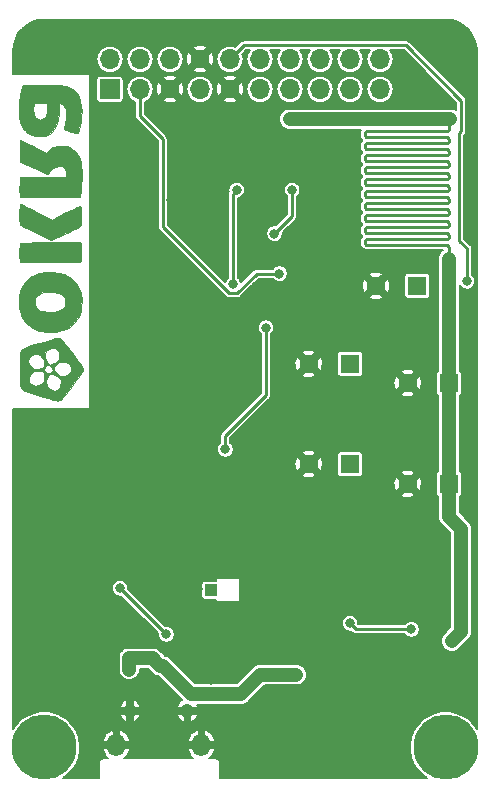
<source format=gbl>
G04 #@! TF.GenerationSoftware,KiCad,Pcbnew,5.1.4-e60b266~84~ubuntu19.04.1*
G04 #@! TF.CreationDate,2019-10-04T13:32:44+08:00*
G04 #@! TF.ProjectId,cicada-2g,63696361-6461-42d3-9267-2e6b69636164,0.1*
G04 #@! TF.SameCoordinates,PX7cee6c0PY3dfd240*
G04 #@! TF.FileFunction,Copper,L2,Bot*
G04 #@! TF.FilePolarity,Positive*
%FSLAX46Y46*%
G04 Gerber Fmt 4.6, Leading zero omitted, Abs format (unit mm)*
G04 Created by KiCad (PCBNEW 5.1.4-e60b266~84~ubuntu19.04.1) date 2019-10-04 13:32:44*
%MOMM*%
%LPD*%
G04 APERTURE LIST*
%ADD10C,0.010000*%
%ADD11C,5.500000*%
%ADD12R,1.000000X1.000000*%
%ADD13R,2.200000X1.050000*%
%ADD14O,1.050000X1.250000*%
%ADD15O,1.524000X1.900000*%
%ADD16C,1.600000*%
%ADD17R,1.600000X1.600000*%
%ADD18R,1.700000X1.700000*%
%ADD19O,1.700000X1.700000*%
%ADD20C,0.800000*%
%ADD21C,0.250000*%
%ADD22C,1.200000*%
%ADD23C,0.200000*%
G04 APERTURE END LIST*
D10*
G36*
X-13836580Y-18980604D02*
G01*
X-13854745Y-18736574D01*
X-13885044Y-18551393D01*
X-14016120Y-18151408D01*
X-14209616Y-17791295D01*
X-14459791Y-17478509D01*
X-14760901Y-17220506D01*
X-15034793Y-17058465D01*
X-15264521Y-16952103D01*
X-15469954Y-16873911D01*
X-15671080Y-16819869D01*
X-15887888Y-16785959D01*
X-16140368Y-16768164D01*
X-16448509Y-16762465D01*
X-16507531Y-16762410D01*
X-16786767Y-16765157D01*
X-17003481Y-16773735D01*
X-17174399Y-16789501D01*
X-17316249Y-16813809D01*
X-17400500Y-16834752D01*
X-17812732Y-16985345D01*
X-18176850Y-17192518D01*
X-18487436Y-17452025D01*
X-18739074Y-17759617D01*
X-18870515Y-17987481D01*
X-18953395Y-18175195D01*
X-19028271Y-18378844D01*
X-19081049Y-18559429D01*
X-19087244Y-18587094D01*
X-19119778Y-18811814D01*
X-19137390Y-19084561D01*
X-19140122Y-19376874D01*
X-19128020Y-19660288D01*
X-19101124Y-19906343D01*
X-19085115Y-19993142D01*
X-18959070Y-20395745D01*
X-18766784Y-20757927D01*
X-18513026Y-21074741D01*
X-18202562Y-21341237D01*
X-17840160Y-21552466D01*
X-17439905Y-21700888D01*
X-17176264Y-21756902D01*
X-16865483Y-21794941D01*
X-16538127Y-21813234D01*
X-16514178Y-21812988D01*
X-16514178Y-20147694D01*
X-16714648Y-20137939D01*
X-17058851Y-20087404D01*
X-17333287Y-20003035D01*
X-17541111Y-19882343D01*
X-17685478Y-19722842D01*
X-17769546Y-19522043D01*
X-17796463Y-19285112D01*
X-17788014Y-19110585D01*
X-17755667Y-18977548D01*
X-17701127Y-18866396D01*
X-17559635Y-18701107D01*
X-17352820Y-18569844D01*
X-17088407Y-18475569D01*
X-16774117Y-18421245D01*
X-16507531Y-18408500D01*
X-16159101Y-18430788D01*
X-15852948Y-18495586D01*
X-15597482Y-18599797D01*
X-15401112Y-18740324D01*
X-15308916Y-18850017D01*
X-15247503Y-18956983D01*
X-15214702Y-19062604D01*
X-15202379Y-19199530D01*
X-15201345Y-19281625D01*
X-15207111Y-19444442D01*
X-15229715Y-19560740D01*
X-15277118Y-19662878D01*
X-15306711Y-19709901D01*
X-15448884Y-19858626D01*
X-15653941Y-19980788D01*
X-15908658Y-20072367D01*
X-16199811Y-20129342D01*
X-16514178Y-20147694D01*
X-16514178Y-21812988D01*
X-16224759Y-21810007D01*
X-15971750Y-21786001D01*
X-15504612Y-21684845D01*
X-15097383Y-21532970D01*
X-14747007Y-21327987D01*
X-14450426Y-21067503D01*
X-14204582Y-20749130D01*
X-14006419Y-20370474D01*
X-13937552Y-20195330D01*
X-13894060Y-20024330D01*
X-13861534Y-19795990D01*
X-13840657Y-19531678D01*
X-13832111Y-19252761D01*
X-13836580Y-18980604D01*
X-13836580Y-18980604D01*
G37*
X-13836580Y-18980604D02*
X-13854745Y-18736574D01*
X-13885044Y-18551393D01*
X-14016120Y-18151408D01*
X-14209616Y-17791295D01*
X-14459791Y-17478509D01*
X-14760901Y-17220506D01*
X-15034793Y-17058465D01*
X-15264521Y-16952103D01*
X-15469954Y-16873911D01*
X-15671080Y-16819869D01*
X-15887888Y-16785959D01*
X-16140368Y-16768164D01*
X-16448509Y-16762465D01*
X-16507531Y-16762410D01*
X-16786767Y-16765157D01*
X-17003481Y-16773735D01*
X-17174399Y-16789501D01*
X-17316249Y-16813809D01*
X-17400500Y-16834752D01*
X-17812732Y-16985345D01*
X-18176850Y-17192518D01*
X-18487436Y-17452025D01*
X-18739074Y-17759617D01*
X-18870515Y-17987481D01*
X-18953395Y-18175195D01*
X-19028271Y-18378844D01*
X-19081049Y-18559429D01*
X-19087244Y-18587094D01*
X-19119778Y-18811814D01*
X-19137390Y-19084561D01*
X-19140122Y-19376874D01*
X-19128020Y-19660288D01*
X-19101124Y-19906343D01*
X-19085115Y-19993142D01*
X-18959070Y-20395745D01*
X-18766784Y-20757927D01*
X-18513026Y-21074741D01*
X-18202562Y-21341237D01*
X-17840160Y-21552466D01*
X-17439905Y-21700888D01*
X-17176264Y-21756902D01*
X-16865483Y-21794941D01*
X-16538127Y-21813234D01*
X-16514178Y-21812988D01*
X-16514178Y-20147694D01*
X-16714648Y-20137939D01*
X-17058851Y-20087404D01*
X-17333287Y-20003035D01*
X-17541111Y-19882343D01*
X-17685478Y-19722842D01*
X-17769546Y-19522043D01*
X-17796463Y-19285112D01*
X-17788014Y-19110585D01*
X-17755667Y-18977548D01*
X-17701127Y-18866396D01*
X-17559635Y-18701107D01*
X-17352820Y-18569844D01*
X-17088407Y-18475569D01*
X-16774117Y-18421245D01*
X-16507531Y-18408500D01*
X-16159101Y-18430788D01*
X-15852948Y-18495586D01*
X-15597482Y-18599797D01*
X-15401112Y-18740324D01*
X-15308916Y-18850017D01*
X-15247503Y-18956983D01*
X-15214702Y-19062604D01*
X-15202379Y-19199530D01*
X-15201345Y-19281625D01*
X-15207111Y-19444442D01*
X-15229715Y-19560740D01*
X-15277118Y-19662878D01*
X-15306711Y-19709901D01*
X-15448884Y-19858626D01*
X-15653941Y-19980788D01*
X-15908658Y-20072367D01*
X-16199811Y-20129342D01*
X-16514178Y-20147694D01*
X-16514178Y-21812988D01*
X-16224759Y-21810007D01*
X-15971750Y-21786001D01*
X-15504612Y-21684845D01*
X-15097383Y-21532970D01*
X-14747007Y-21327987D01*
X-14450426Y-21067503D01*
X-14204582Y-20749130D01*
X-14006419Y-20370474D01*
X-13937552Y-20195330D01*
X-13894060Y-20024330D01*
X-13861534Y-19795990D01*
X-13840657Y-19531678D01*
X-13832111Y-19252761D01*
X-13836580Y-18980604D01*
G36*
X-13853166Y-2681053D02*
G01*
X-13928055Y-2272155D01*
X-14055183Y-1920100D01*
X-14236446Y-1621872D01*
X-14473735Y-1374458D01*
X-14768946Y-1174844D01*
X-15123972Y-1020014D01*
X-15178000Y-1001920D01*
X-15239281Y-984448D01*
X-15310857Y-969862D01*
X-15400569Y-957811D01*
X-15516261Y-947946D01*
X-15665774Y-939916D01*
X-15856952Y-933371D01*
X-16097636Y-927961D01*
X-16395670Y-923335D01*
X-16758894Y-919144D01*
X-17105606Y-915832D01*
X-18814931Y-900458D01*
X-18864284Y-1065184D01*
X-18892454Y-1170842D01*
X-18931029Y-1331145D01*
X-18974588Y-1522955D01*
X-19011422Y-1693189D01*
X-19056327Y-1954138D01*
X-19092043Y-2257203D01*
X-19117548Y-2581418D01*
X-19131819Y-2905818D01*
X-19133836Y-3209436D01*
X-19122577Y-3471308D01*
X-19105498Y-3623362D01*
X-19022857Y-4016041D01*
X-18907396Y-4343902D01*
X-18754958Y-4616144D01*
X-18561387Y-4841967D01*
X-18550247Y-4852492D01*
X-18301395Y-5046437D01*
X-18031060Y-5177747D01*
X-17726795Y-5250451D01*
X-17376151Y-5268580D01*
X-17331542Y-5266926D01*
X-17331542Y-3841162D01*
X-17502591Y-3821159D01*
X-17660533Y-3739637D01*
X-17791613Y-3598069D01*
X-17878507Y-3410056D01*
X-17897817Y-3303601D01*
X-17909369Y-3152235D01*
X-17913441Y-2977470D01*
X-17910312Y-2800815D01*
X-17900262Y-2643781D01*
X-17883569Y-2527877D01*
X-17866441Y-2480298D01*
X-17836742Y-2452091D01*
X-17787447Y-2433487D01*
X-17704836Y-2423097D01*
X-17575190Y-2419533D01*
X-17384790Y-2421410D01*
X-17300894Y-2423103D01*
X-16785343Y-2434282D01*
X-16786380Y-2890688D01*
X-16788807Y-3098329D01*
X-16796882Y-3246314D01*
X-16813458Y-3354314D01*
X-16841389Y-3442001D01*
X-16877278Y-3517323D01*
X-17005133Y-3690717D01*
X-17161139Y-3798172D01*
X-17331542Y-3841162D01*
X-17331542Y-5266926D01*
X-17276360Y-5264878D01*
X-16939254Y-5217491D01*
X-16650988Y-5111465D01*
X-16403377Y-4943372D01*
X-16320100Y-4864426D01*
X-16139024Y-4647006D01*
X-15996101Y-4402065D01*
X-15888078Y-4119404D01*
X-15811700Y-3788824D01*
X-15763716Y-3400128D01*
X-15744227Y-3059360D01*
X-15722999Y-2454125D01*
X-15624424Y-2454125D01*
X-15519300Y-2488010D01*
X-15403268Y-2577091D01*
X-15293986Y-2702507D01*
X-15209113Y-2845397D01*
X-15177212Y-2931814D01*
X-15152196Y-3093240D01*
X-15144129Y-3329021D01*
X-15150682Y-3585219D01*
X-15168079Y-3857913D01*
X-15196108Y-4083685D01*
X-15240237Y-4294823D01*
X-15305933Y-4523611D01*
X-15313791Y-4548367D01*
X-15321645Y-4599324D01*
X-15298017Y-4641569D01*
X-15229231Y-4687861D01*
X-15101610Y-4750957D01*
X-15091607Y-4755638D01*
X-14910370Y-4825805D01*
X-14703249Y-4885082D01*
X-14562843Y-4912876D01*
X-14371739Y-4940180D01*
X-14243535Y-4951116D01*
X-14162194Y-4937636D01*
X-14111679Y-4891693D01*
X-14075952Y-4805237D01*
X-14038976Y-4670222D01*
X-14032753Y-4646860D01*
X-13906269Y-4074489D01*
X-13840577Y-3519483D01*
X-13828624Y-3149807D01*
X-13853166Y-2681053D01*
X-13853166Y-2681053D01*
G37*
X-13853166Y-2681053D02*
X-13928055Y-2272155D01*
X-14055183Y-1920100D01*
X-14236446Y-1621872D01*
X-14473735Y-1374458D01*
X-14768946Y-1174844D01*
X-15123972Y-1020014D01*
X-15178000Y-1001920D01*
X-15239281Y-984448D01*
X-15310857Y-969862D01*
X-15400569Y-957811D01*
X-15516261Y-947946D01*
X-15665774Y-939916D01*
X-15856952Y-933371D01*
X-16097636Y-927961D01*
X-16395670Y-923335D01*
X-16758894Y-919144D01*
X-17105606Y-915832D01*
X-18814931Y-900458D01*
X-18864284Y-1065184D01*
X-18892454Y-1170842D01*
X-18931029Y-1331145D01*
X-18974588Y-1522955D01*
X-19011422Y-1693189D01*
X-19056327Y-1954138D01*
X-19092043Y-2257203D01*
X-19117548Y-2581418D01*
X-19131819Y-2905818D01*
X-19133836Y-3209436D01*
X-19122577Y-3471308D01*
X-19105498Y-3623362D01*
X-19022857Y-4016041D01*
X-18907396Y-4343902D01*
X-18754958Y-4616144D01*
X-18561387Y-4841967D01*
X-18550247Y-4852492D01*
X-18301395Y-5046437D01*
X-18031060Y-5177747D01*
X-17726795Y-5250451D01*
X-17376151Y-5268580D01*
X-17331542Y-5266926D01*
X-17331542Y-3841162D01*
X-17502591Y-3821159D01*
X-17660533Y-3739637D01*
X-17791613Y-3598069D01*
X-17878507Y-3410056D01*
X-17897817Y-3303601D01*
X-17909369Y-3152235D01*
X-17913441Y-2977470D01*
X-17910312Y-2800815D01*
X-17900262Y-2643781D01*
X-17883569Y-2527877D01*
X-17866441Y-2480298D01*
X-17836742Y-2452091D01*
X-17787447Y-2433487D01*
X-17704836Y-2423097D01*
X-17575190Y-2419533D01*
X-17384790Y-2421410D01*
X-17300894Y-2423103D01*
X-16785343Y-2434282D01*
X-16786380Y-2890688D01*
X-16788807Y-3098329D01*
X-16796882Y-3246314D01*
X-16813458Y-3354314D01*
X-16841389Y-3442001D01*
X-16877278Y-3517323D01*
X-17005133Y-3690717D01*
X-17161139Y-3798172D01*
X-17331542Y-3841162D01*
X-17331542Y-5266926D01*
X-17276360Y-5264878D01*
X-16939254Y-5217491D01*
X-16650988Y-5111465D01*
X-16403377Y-4943372D01*
X-16320100Y-4864426D01*
X-16139024Y-4647006D01*
X-15996101Y-4402065D01*
X-15888078Y-4119404D01*
X-15811700Y-3788824D01*
X-15763716Y-3400128D01*
X-15744227Y-3059360D01*
X-15722999Y-2454125D01*
X-15624424Y-2454125D01*
X-15519300Y-2488010D01*
X-15403268Y-2577091D01*
X-15293986Y-2702507D01*
X-15209113Y-2845397D01*
X-15177212Y-2931814D01*
X-15152196Y-3093240D01*
X-15144129Y-3329021D01*
X-15150682Y-3585219D01*
X-15168079Y-3857913D01*
X-15196108Y-4083685D01*
X-15240237Y-4294823D01*
X-15305933Y-4523611D01*
X-15313791Y-4548367D01*
X-15321645Y-4599324D01*
X-15298017Y-4641569D01*
X-15229231Y-4687861D01*
X-15101610Y-4750957D01*
X-15091607Y-4755638D01*
X-14910370Y-4825805D01*
X-14703249Y-4885082D01*
X-14562843Y-4912876D01*
X-14371739Y-4940180D01*
X-14243535Y-4951116D01*
X-14162194Y-4937636D01*
X-14111679Y-4891693D01*
X-14075952Y-4805237D01*
X-14038976Y-4670222D01*
X-14032753Y-4646860D01*
X-13906269Y-4074489D01*
X-13840577Y-3519483D01*
X-13828624Y-3149807D01*
X-13853166Y-2681053D01*
G36*
X-13889956Y-14861263D02*
G01*
X-13894277Y-14658353D01*
X-13902053Y-14490657D01*
X-13913300Y-14376595D01*
X-13918678Y-14350454D01*
X-13949199Y-14241313D01*
X-16486101Y-14241313D01*
X-17029362Y-14241680D01*
X-17497528Y-14242833D01*
X-17894876Y-14244851D01*
X-18225685Y-14247813D01*
X-18494230Y-14251797D01*
X-18704789Y-14256882D01*
X-18861640Y-14263147D01*
X-18969060Y-14270670D01*
X-19031325Y-14279530D01*
X-19052181Y-14288525D01*
X-19062712Y-14342918D01*
X-19072443Y-14460037D01*
X-19080988Y-14623235D01*
X-19087965Y-14815865D01*
X-19092990Y-15021280D01*
X-19095678Y-15222831D01*
X-19095646Y-15403872D01*
X-19092510Y-15547755D01*
X-19085885Y-15637833D01*
X-19083585Y-15650219D01*
X-19058808Y-15757073D01*
X-19045229Y-15818891D01*
X-19026175Y-15908188D01*
X-13951284Y-15908188D01*
X-13919720Y-15759360D01*
X-13906964Y-15656666D01*
X-13897595Y-15497090D01*
X-13891629Y-15299051D01*
X-13889078Y-15080969D01*
X-13889956Y-14861263D01*
X-13889956Y-14861263D01*
G37*
X-13889956Y-14861263D02*
X-13894277Y-14658353D01*
X-13902053Y-14490657D01*
X-13913300Y-14376595D01*
X-13918678Y-14350454D01*
X-13949199Y-14241313D01*
X-16486101Y-14241313D01*
X-17029362Y-14241680D01*
X-17497528Y-14242833D01*
X-17894876Y-14244851D01*
X-18225685Y-14247813D01*
X-18494230Y-14251797D01*
X-18704789Y-14256882D01*
X-18861640Y-14263147D01*
X-18969060Y-14270670D01*
X-19031325Y-14279530D01*
X-19052181Y-14288525D01*
X-19062712Y-14342918D01*
X-19072443Y-14460037D01*
X-19080988Y-14623235D01*
X-19087965Y-14815865D01*
X-19092990Y-15021280D01*
X-19095678Y-15222831D01*
X-19095646Y-15403872D01*
X-19092510Y-15547755D01*
X-19085885Y-15637833D01*
X-19083585Y-15650219D01*
X-19058808Y-15757073D01*
X-19045229Y-15818891D01*
X-19026175Y-15908188D01*
X-13951284Y-15908188D01*
X-13919720Y-15759360D01*
X-13906964Y-15656666D01*
X-13897595Y-15497090D01*
X-13891629Y-15299051D01*
X-13889078Y-15080969D01*
X-13889956Y-14861263D01*
G36*
X-13887743Y-11796595D02*
G01*
X-13892119Y-11581360D01*
X-13899978Y-11393670D01*
X-13911321Y-11248413D01*
X-13926148Y-11160476D01*
X-13934436Y-11143064D01*
X-13964844Y-11138553D01*
X-14030337Y-11156199D01*
X-14136508Y-11198580D01*
X-14288951Y-11268272D01*
X-14493259Y-11367851D01*
X-14755025Y-11499896D01*
X-15079844Y-11666982D01*
X-15144905Y-11700700D01*
X-16309093Y-12304617D01*
X-17666636Y-11626886D01*
X-18049688Y-11436828D01*
X-18365846Y-11282612D01*
X-18618291Y-11162795D01*
X-18810201Y-11075933D01*
X-18944756Y-11020583D01*
X-19025135Y-10995302D01*
X-19053903Y-10997249D01*
X-19065654Y-11054749D01*
X-19075581Y-11176159D01*
X-19083515Y-11346031D01*
X-19089286Y-11548916D01*
X-19092724Y-11769367D01*
X-19093660Y-11991935D01*
X-19091923Y-12201173D01*
X-19087344Y-12381632D01*
X-19079752Y-12517865D01*
X-19071360Y-12584798D01*
X-19047390Y-12684449D01*
X-19027303Y-12744022D01*
X-19023941Y-12749070D01*
X-18980541Y-12774395D01*
X-18876065Y-12829249D01*
X-18720278Y-12908818D01*
X-18522944Y-13008289D01*
X-18293827Y-13122847D01*
X-18042691Y-13247680D01*
X-17779301Y-13377974D01*
X-17513421Y-13508913D01*
X-17254815Y-13635686D01*
X-17013247Y-13753478D01*
X-16798482Y-13857475D01*
X-16620284Y-13942864D01*
X-16488416Y-14004830D01*
X-16412644Y-14038561D01*
X-16398631Y-14043344D01*
X-16341390Y-14026391D01*
X-16224649Y-13978455D01*
X-16058714Y-13904600D01*
X-15853894Y-13809888D01*
X-15620494Y-13699385D01*
X-15368821Y-13578152D01*
X-15109182Y-13451254D01*
X-14851885Y-13323755D01*
X-14607235Y-13200717D01*
X-14385540Y-13087204D01*
X-14197106Y-12988281D01*
X-14052240Y-12909010D01*
X-13961250Y-12854455D01*
X-13934554Y-12832790D01*
X-13918059Y-12764909D01*
X-13905039Y-12635252D01*
X-13895496Y-12458704D01*
X-13889432Y-12250154D01*
X-13886847Y-12024489D01*
X-13887743Y-11796595D01*
X-13887743Y-11796595D01*
G37*
X-13887743Y-11796595D02*
X-13892119Y-11581360D01*
X-13899978Y-11393670D01*
X-13911321Y-11248413D01*
X-13926148Y-11160476D01*
X-13934436Y-11143064D01*
X-13964844Y-11138553D01*
X-14030337Y-11156199D01*
X-14136508Y-11198580D01*
X-14288951Y-11268272D01*
X-14493259Y-11367851D01*
X-14755025Y-11499896D01*
X-15079844Y-11666982D01*
X-15144905Y-11700700D01*
X-16309093Y-12304617D01*
X-17666636Y-11626886D01*
X-18049688Y-11436828D01*
X-18365846Y-11282612D01*
X-18618291Y-11162795D01*
X-18810201Y-11075933D01*
X-18944756Y-11020583D01*
X-19025135Y-10995302D01*
X-19053903Y-10997249D01*
X-19065654Y-11054749D01*
X-19075581Y-11176159D01*
X-19083515Y-11346031D01*
X-19089286Y-11548916D01*
X-19092724Y-11769367D01*
X-19093660Y-11991935D01*
X-19091923Y-12201173D01*
X-19087344Y-12381632D01*
X-19079752Y-12517865D01*
X-19071360Y-12584798D01*
X-19047390Y-12684449D01*
X-19027303Y-12744022D01*
X-19023941Y-12749070D01*
X-18980541Y-12774395D01*
X-18876065Y-12829249D01*
X-18720278Y-12908818D01*
X-18522944Y-13008289D01*
X-18293827Y-13122847D01*
X-18042691Y-13247680D01*
X-17779301Y-13377974D01*
X-17513421Y-13508913D01*
X-17254815Y-13635686D01*
X-17013247Y-13753478D01*
X-16798482Y-13857475D01*
X-16620284Y-13942864D01*
X-16488416Y-14004830D01*
X-16412644Y-14038561D01*
X-16398631Y-14043344D01*
X-16341390Y-14026391D01*
X-16224649Y-13978455D01*
X-16058714Y-13904600D01*
X-15853894Y-13809888D01*
X-15620494Y-13699385D01*
X-15368821Y-13578152D01*
X-15109182Y-13451254D01*
X-14851885Y-13323755D01*
X-14607235Y-13200717D01*
X-14385540Y-13087204D01*
X-14197106Y-12988281D01*
X-14052240Y-12909010D01*
X-13961250Y-12854455D01*
X-13934554Y-12832790D01*
X-13918059Y-12764909D01*
X-13905039Y-12635252D01*
X-13895496Y-12458704D01*
X-13889432Y-12250154D01*
X-13886847Y-12024489D01*
X-13887743Y-11796595D01*
G36*
X-13835017Y-8142424D02*
G01*
X-13851518Y-7848721D01*
X-13878001Y-7611865D01*
X-13890271Y-7542374D01*
X-13998512Y-7156814D01*
X-14156055Y-6819681D01*
X-14358598Y-6537273D01*
X-14601842Y-6315887D01*
X-14813013Y-6191505D01*
X-14915388Y-6146540D01*
X-15008143Y-6116411D01*
X-15111224Y-6098190D01*
X-15244575Y-6088952D01*
X-15428142Y-6085769D01*
X-15535187Y-6085532D01*
X-15748543Y-6086902D01*
X-15902506Y-6092971D01*
X-16017039Y-6106675D01*
X-16112104Y-6130950D01*
X-16207664Y-6168734D01*
X-16258216Y-6191896D01*
X-16415758Y-6280934D01*
X-16582088Y-6398050D01*
X-16680822Y-6481287D01*
X-16876492Y-6664314D01*
X-17942167Y-6108164D01*
X-19007843Y-5552015D01*
X-19040909Y-5660023D01*
X-19054055Y-5743832D01*
X-19064626Y-5889954D01*
X-19072468Y-6081366D01*
X-19077425Y-6301045D01*
X-19079344Y-6531964D01*
X-19078070Y-6757102D01*
X-19073447Y-6959433D01*
X-19065322Y-7121934D01*
X-19055073Y-7218944D01*
X-19025104Y-7399856D01*
X-17889142Y-7933319D01*
X-17610087Y-8064311D01*
X-17354120Y-8184360D01*
X-17130077Y-8289329D01*
X-16946797Y-8375081D01*
X-16813117Y-8437480D01*
X-16737877Y-8472388D01*
X-16724809Y-8478292D01*
X-16689965Y-8454074D01*
X-16629140Y-8379518D01*
X-16573847Y-8298762D01*
X-16400260Y-8067175D01*
X-16217884Y-7907448D01*
X-16014527Y-7812138D01*
X-15777996Y-7773804D01*
X-15711257Y-7772250D01*
X-15486147Y-7798099D01*
X-15317342Y-7877587D01*
X-15202130Y-8013626D01*
X-15137798Y-8209128D01*
X-15121186Y-8405726D01*
X-15118468Y-8665219D01*
X-17068546Y-8675512D01*
X-19018624Y-8685806D01*
X-19044589Y-8774731D01*
X-19055398Y-8847102D01*
X-19066110Y-8978925D01*
X-19076062Y-9151547D01*
X-19084588Y-9346314D01*
X-19091024Y-9544574D01*
X-19094705Y-9727672D01*
X-19094967Y-9876956D01*
X-19091146Y-9973772D01*
X-19088050Y-9994750D01*
X-19071637Y-10072212D01*
X-19051417Y-10184724D01*
X-19048375Y-10203110D01*
X-19024090Y-10351938D01*
X-13954664Y-10351938D01*
X-13931689Y-10203110D01*
X-13893527Y-9904069D01*
X-13863852Y-9565949D01*
X-13842915Y-9204736D01*
X-13830965Y-8836419D01*
X-13828249Y-8476986D01*
X-13835017Y-8142424D01*
X-13835017Y-8142424D01*
G37*
X-13835017Y-8142424D02*
X-13851518Y-7848721D01*
X-13878001Y-7611865D01*
X-13890271Y-7542374D01*
X-13998512Y-7156814D01*
X-14156055Y-6819681D01*
X-14358598Y-6537273D01*
X-14601842Y-6315887D01*
X-14813013Y-6191505D01*
X-14915388Y-6146540D01*
X-15008143Y-6116411D01*
X-15111224Y-6098190D01*
X-15244575Y-6088952D01*
X-15428142Y-6085769D01*
X-15535187Y-6085532D01*
X-15748543Y-6086902D01*
X-15902506Y-6092971D01*
X-16017039Y-6106675D01*
X-16112104Y-6130950D01*
X-16207664Y-6168734D01*
X-16258216Y-6191896D01*
X-16415758Y-6280934D01*
X-16582088Y-6398050D01*
X-16680822Y-6481287D01*
X-16876492Y-6664314D01*
X-17942167Y-6108164D01*
X-19007843Y-5552015D01*
X-19040909Y-5660023D01*
X-19054055Y-5743832D01*
X-19064626Y-5889954D01*
X-19072468Y-6081366D01*
X-19077425Y-6301045D01*
X-19079344Y-6531964D01*
X-19078070Y-6757102D01*
X-19073447Y-6959433D01*
X-19065322Y-7121934D01*
X-19055073Y-7218944D01*
X-19025104Y-7399856D01*
X-17889142Y-7933319D01*
X-17610087Y-8064311D01*
X-17354120Y-8184360D01*
X-17130077Y-8289329D01*
X-16946797Y-8375081D01*
X-16813117Y-8437480D01*
X-16737877Y-8472388D01*
X-16724809Y-8478292D01*
X-16689965Y-8454074D01*
X-16629140Y-8379518D01*
X-16573847Y-8298762D01*
X-16400260Y-8067175D01*
X-16217884Y-7907448D01*
X-16014527Y-7812138D01*
X-15777996Y-7773804D01*
X-15711257Y-7772250D01*
X-15486147Y-7798099D01*
X-15317342Y-7877587D01*
X-15202130Y-8013626D01*
X-15137798Y-8209128D01*
X-15121186Y-8405726D01*
X-15118468Y-8665219D01*
X-17068546Y-8675512D01*
X-19018624Y-8685806D01*
X-19044589Y-8774731D01*
X-19055398Y-8847102D01*
X-19066110Y-8978925D01*
X-19076062Y-9151547D01*
X-19084588Y-9346314D01*
X-19091024Y-9544574D01*
X-19094705Y-9727672D01*
X-19094967Y-9876956D01*
X-19091146Y-9973772D01*
X-19088050Y-9994750D01*
X-19071637Y-10072212D01*
X-19051417Y-10184724D01*
X-19048375Y-10203110D01*
X-19024090Y-10351938D01*
X-13954664Y-10351938D01*
X-13931689Y-10203110D01*
X-13893527Y-9904069D01*
X-13863852Y-9565949D01*
X-13842915Y-9204736D01*
X-13830965Y-8836419D01*
X-13828249Y-8476986D01*
X-13835017Y-8142424D01*
G36*
X-13760667Y-24809740D02*
G01*
X-13797443Y-24740853D01*
X-13876009Y-24619009D01*
X-13989257Y-24453774D01*
X-14130077Y-24254716D01*
X-14291361Y-24031400D01*
X-14465999Y-23793394D01*
X-14646884Y-23550265D01*
X-14826906Y-23311580D01*
X-14998958Y-23086905D01*
X-15155929Y-22885808D01*
X-15290711Y-22717855D01*
X-15396197Y-22592613D01*
X-15455523Y-22528811D01*
X-15537772Y-22451571D01*
X-15613489Y-22392836D01*
X-15692082Y-22353234D01*
X-15782960Y-22333394D01*
X-15895531Y-22333944D01*
X-16039204Y-22355513D01*
X-16223388Y-22398730D01*
X-16457489Y-22464223D01*
X-16750919Y-22552621D01*
X-17010289Y-22632688D01*
X-17431782Y-22763197D01*
X-17784196Y-22872602D01*
X-18074146Y-22963689D01*
X-18308248Y-23039244D01*
X-18493116Y-23102051D01*
X-18635367Y-23154897D01*
X-18741617Y-23200567D01*
X-18818479Y-23241847D01*
X-18872570Y-23281521D01*
X-18910505Y-23322377D01*
X-18938901Y-23367200D01*
X-18964371Y-23418774D01*
X-18986051Y-23464631D01*
X-19008022Y-23513667D01*
X-19025642Y-23566292D01*
X-19039390Y-23631409D01*
X-19049742Y-23717919D01*
X-19057178Y-23834723D01*
X-19062173Y-23990724D01*
X-19065207Y-24194821D01*
X-19066757Y-24455918D01*
X-19067300Y-24782916D01*
X-19067343Y-24979390D01*
X-19067132Y-25343294D01*
X-19066194Y-25636721D01*
X-19064039Y-25868566D01*
X-19060181Y-26047728D01*
X-19054131Y-26183103D01*
X-19045402Y-26283588D01*
X-19033506Y-26358080D01*
X-19017955Y-26415476D01*
X-18998261Y-26464672D01*
X-18984301Y-26493858D01*
X-18901503Y-26622922D01*
X-18787225Y-26725075D01*
X-18625732Y-26810954D01*
X-18401292Y-26891198D01*
X-18392687Y-26893855D01*
X-18287154Y-26926406D01*
X-18118374Y-26978568D01*
X-17898913Y-27046451D01*
X-17744997Y-27094087D01*
X-17744997Y-26369618D01*
X-17943944Y-26324027D01*
X-18116549Y-26205756D01*
X-18131044Y-26191085D01*
X-18247473Y-26020557D01*
X-18288067Y-25830075D01*
X-18252983Y-25617822D01*
X-18192480Y-25472875D01*
X-18055285Y-25275324D01*
X-17877724Y-25145501D01*
X-17665053Y-25084980D01*
X-17665053Y-24955439D01*
X-17818503Y-24948608D01*
X-17850306Y-24942297D01*
X-18002932Y-24868180D01*
X-18145468Y-24736861D01*
X-18261583Y-24570268D01*
X-18334951Y-24390328D01*
X-18352128Y-24268405D01*
X-18335246Y-24154344D01*
X-18293001Y-24029173D01*
X-18288575Y-24019576D01*
X-18171788Y-23857835D01*
X-18009649Y-23750957D01*
X-17816279Y-23701235D01*
X-17605798Y-23710962D01*
X-17392324Y-23782431D01*
X-17270916Y-23854326D01*
X-17141419Y-23986145D01*
X-17051305Y-24175796D01*
X-17004711Y-24374793D01*
X-16983751Y-24563181D01*
X-16996823Y-24694306D01*
X-17049175Y-24784877D01*
X-17146056Y-24851602D01*
X-17155997Y-24856463D01*
X-17299672Y-24905148D01*
X-17480733Y-24939546D01*
X-17665053Y-24955439D01*
X-17665053Y-25084980D01*
X-17661915Y-25084086D01*
X-17409974Y-25091760D01*
X-17182218Y-25148635D01*
X-16983781Y-25214907D01*
X-16985809Y-25552250D01*
X-16997653Y-25786597D01*
X-17034874Y-25960327D01*
X-17104881Y-26090138D01*
X-17215083Y-26192728D01*
X-17291580Y-26241347D01*
X-17525583Y-26342175D01*
X-17744997Y-26369618D01*
X-17744997Y-27094087D01*
X-17641341Y-27126168D01*
X-17358226Y-27213829D01*
X-17062136Y-27305546D01*
X-17030747Y-27315271D01*
X-16709768Y-27414338D01*
X-16455123Y-27491626D01*
X-16257482Y-27549347D01*
X-16111106Y-27588741D01*
X-16111106Y-26779034D01*
X-16312220Y-26753333D01*
X-16472354Y-26682799D01*
X-16660351Y-26531315D01*
X-16782492Y-26342149D01*
X-16835078Y-26126982D01*
X-16814409Y-25897496D01*
X-16765278Y-25757727D01*
X-16668884Y-25563226D01*
X-16641757Y-25524897D01*
X-16641757Y-25314125D01*
X-16759303Y-25301387D01*
X-16843941Y-25249860D01*
X-16901089Y-25185141D01*
X-16978521Y-25067875D01*
X-16996124Y-24969569D01*
X-16954800Y-24860700D01*
X-16913032Y-24794135D01*
X-16836437Y-24702043D01*
X-16747722Y-24659451D01*
X-16655274Y-24647088D01*
X-16533749Y-24648734D01*
X-16474947Y-24674280D01*
X-16474947Y-24591763D01*
X-16542497Y-24587107D01*
X-16602460Y-24540213D01*
X-16657452Y-24477814D01*
X-16757093Y-24341033D01*
X-16848716Y-24179959D01*
X-16920086Y-24019932D01*
X-16958965Y-23886294D01*
X-16962678Y-23845688D01*
X-16945693Y-23746907D01*
X-16903976Y-23622871D01*
X-16888695Y-23587719D01*
X-16762375Y-23386323D01*
X-16604336Y-23243129D01*
X-16426796Y-23160269D01*
X-16241972Y-23139877D01*
X-16062082Y-23184086D01*
X-15899345Y-23295030D01*
X-15811474Y-23399643D01*
X-15743443Y-23551208D01*
X-15710268Y-23737861D01*
X-15712476Y-23930922D01*
X-15750593Y-24101712D01*
X-15796957Y-24190043D01*
X-15940965Y-24336306D01*
X-16132193Y-24465424D01*
X-16338586Y-24556293D01*
X-16365452Y-24564363D01*
X-16474947Y-24591763D01*
X-16474947Y-24674280D01*
X-16449341Y-24685405D01*
X-16388679Y-24742180D01*
X-16304875Y-24880541D01*
X-16289647Y-25023747D01*
X-16335341Y-25154508D01*
X-16434307Y-25255532D01*
X-16578894Y-25309528D01*
X-16641757Y-25314125D01*
X-16641757Y-25524897D01*
X-16579982Y-25437609D01*
X-16483959Y-25373525D01*
X-16366203Y-25363623D01*
X-16212103Y-25400550D01*
X-16120023Y-25433092D01*
X-15887745Y-25554374D01*
X-15717220Y-25716472D01*
X-15612448Y-25910642D01*
X-15577429Y-26128141D01*
X-15616164Y-26360224D01*
X-15652814Y-26454321D01*
X-15768943Y-26626055D01*
X-15925860Y-26735450D01*
X-16111106Y-26779034D01*
X-16111106Y-27588741D01*
X-16107516Y-27589708D01*
X-15995894Y-27614921D01*
X-15913288Y-27627193D01*
X-15850367Y-27628734D01*
X-15797802Y-27621755D01*
X-15767480Y-27614430D01*
X-15635422Y-27558199D01*
X-15503664Y-27471280D01*
X-15473268Y-27444940D01*
X-15470115Y-27441570D01*
X-15470115Y-25579419D01*
X-15559157Y-25561356D01*
X-15636726Y-25533630D01*
X-15737909Y-25477738D01*
X-15858984Y-25386217D01*
X-15983322Y-25275117D01*
X-16094297Y-25160490D01*
X-16175278Y-25058387D01*
X-16209637Y-24984859D01*
X-16209875Y-24980388D01*
X-16189217Y-24922103D01*
X-16135917Y-24823646D01*
X-16083939Y-24740731D01*
X-15909971Y-24526289D01*
X-15722087Y-24388718D01*
X-15517696Y-24326327D01*
X-15442544Y-24321938D01*
X-15205665Y-24354323D01*
X-14998899Y-24445458D01*
X-14836076Y-24586314D01*
X-14731024Y-24767862D01*
X-14723031Y-24791717D01*
X-14708857Y-24962660D01*
X-14761700Y-25136524D01*
X-14871193Y-25298551D01*
X-15026970Y-25433982D01*
X-15218668Y-25528061D01*
X-15246265Y-25536653D01*
X-15377777Y-25571092D01*
X-15470115Y-25579419D01*
X-15470115Y-27441570D01*
X-15397048Y-27363474D01*
X-15285998Y-27231348D01*
X-15147056Y-27057939D01*
X-14987157Y-26852624D01*
X-14813238Y-26624778D01*
X-14632233Y-26383781D01*
X-14451080Y-26139007D01*
X-14276715Y-25899834D01*
X-14116073Y-25675639D01*
X-13976090Y-25475799D01*
X-13863703Y-25309690D01*
X-13785848Y-25186690D01*
X-13749461Y-25116175D01*
X-13748637Y-25113414D01*
X-13728806Y-24958868D01*
X-13760667Y-24809740D01*
X-13760667Y-24809740D01*
G37*
X-13760667Y-24809740D02*
X-13797443Y-24740853D01*
X-13876009Y-24619009D01*
X-13989257Y-24453774D01*
X-14130077Y-24254716D01*
X-14291361Y-24031400D01*
X-14465999Y-23793394D01*
X-14646884Y-23550265D01*
X-14826906Y-23311580D01*
X-14998958Y-23086905D01*
X-15155929Y-22885808D01*
X-15290711Y-22717855D01*
X-15396197Y-22592613D01*
X-15455523Y-22528811D01*
X-15537772Y-22451571D01*
X-15613489Y-22392836D01*
X-15692082Y-22353234D01*
X-15782960Y-22333394D01*
X-15895531Y-22333944D01*
X-16039204Y-22355513D01*
X-16223388Y-22398730D01*
X-16457489Y-22464223D01*
X-16750919Y-22552621D01*
X-17010289Y-22632688D01*
X-17431782Y-22763197D01*
X-17784196Y-22872602D01*
X-18074146Y-22963689D01*
X-18308248Y-23039244D01*
X-18493116Y-23102051D01*
X-18635367Y-23154897D01*
X-18741617Y-23200567D01*
X-18818479Y-23241847D01*
X-18872570Y-23281521D01*
X-18910505Y-23322377D01*
X-18938901Y-23367200D01*
X-18964371Y-23418774D01*
X-18986051Y-23464631D01*
X-19008022Y-23513667D01*
X-19025642Y-23566292D01*
X-19039390Y-23631409D01*
X-19049742Y-23717919D01*
X-19057178Y-23834723D01*
X-19062173Y-23990724D01*
X-19065207Y-24194821D01*
X-19066757Y-24455918D01*
X-19067300Y-24782916D01*
X-19067343Y-24979390D01*
X-19067132Y-25343294D01*
X-19066194Y-25636721D01*
X-19064039Y-25868566D01*
X-19060181Y-26047728D01*
X-19054131Y-26183103D01*
X-19045402Y-26283588D01*
X-19033506Y-26358080D01*
X-19017955Y-26415476D01*
X-18998261Y-26464672D01*
X-18984301Y-26493858D01*
X-18901503Y-26622922D01*
X-18787225Y-26725075D01*
X-18625732Y-26810954D01*
X-18401292Y-26891198D01*
X-18392687Y-26893855D01*
X-18287154Y-26926406D01*
X-18118374Y-26978568D01*
X-17898913Y-27046451D01*
X-17744997Y-27094087D01*
X-17744997Y-26369618D01*
X-17943944Y-26324027D01*
X-18116549Y-26205756D01*
X-18131044Y-26191085D01*
X-18247473Y-26020557D01*
X-18288067Y-25830075D01*
X-18252983Y-25617822D01*
X-18192480Y-25472875D01*
X-18055285Y-25275324D01*
X-17877724Y-25145501D01*
X-17665053Y-25084980D01*
X-17665053Y-24955439D01*
X-17818503Y-24948608D01*
X-17850306Y-24942297D01*
X-18002932Y-24868180D01*
X-18145468Y-24736861D01*
X-18261583Y-24570268D01*
X-18334951Y-24390328D01*
X-18352128Y-24268405D01*
X-18335246Y-24154344D01*
X-18293001Y-24029173D01*
X-18288575Y-24019576D01*
X-18171788Y-23857835D01*
X-18009649Y-23750957D01*
X-17816279Y-23701235D01*
X-17605798Y-23710962D01*
X-17392324Y-23782431D01*
X-17270916Y-23854326D01*
X-17141419Y-23986145D01*
X-17051305Y-24175796D01*
X-17004711Y-24374793D01*
X-16983751Y-24563181D01*
X-16996823Y-24694306D01*
X-17049175Y-24784877D01*
X-17146056Y-24851602D01*
X-17155997Y-24856463D01*
X-17299672Y-24905148D01*
X-17480733Y-24939546D01*
X-17665053Y-24955439D01*
X-17665053Y-25084980D01*
X-17661915Y-25084086D01*
X-17409974Y-25091760D01*
X-17182218Y-25148635D01*
X-16983781Y-25214907D01*
X-16985809Y-25552250D01*
X-16997653Y-25786597D01*
X-17034874Y-25960327D01*
X-17104881Y-26090138D01*
X-17215083Y-26192728D01*
X-17291580Y-26241347D01*
X-17525583Y-26342175D01*
X-17744997Y-26369618D01*
X-17744997Y-27094087D01*
X-17641341Y-27126168D01*
X-17358226Y-27213829D01*
X-17062136Y-27305546D01*
X-17030747Y-27315271D01*
X-16709768Y-27414338D01*
X-16455123Y-27491626D01*
X-16257482Y-27549347D01*
X-16111106Y-27588741D01*
X-16111106Y-26779034D01*
X-16312220Y-26753333D01*
X-16472354Y-26682799D01*
X-16660351Y-26531315D01*
X-16782492Y-26342149D01*
X-16835078Y-26126982D01*
X-16814409Y-25897496D01*
X-16765278Y-25757727D01*
X-16668884Y-25563226D01*
X-16641757Y-25524897D01*
X-16641757Y-25314125D01*
X-16759303Y-25301387D01*
X-16843941Y-25249860D01*
X-16901089Y-25185141D01*
X-16978521Y-25067875D01*
X-16996124Y-24969569D01*
X-16954800Y-24860700D01*
X-16913032Y-24794135D01*
X-16836437Y-24702043D01*
X-16747722Y-24659451D01*
X-16655274Y-24647088D01*
X-16533749Y-24648734D01*
X-16474947Y-24674280D01*
X-16474947Y-24591763D01*
X-16542497Y-24587107D01*
X-16602460Y-24540213D01*
X-16657452Y-24477814D01*
X-16757093Y-24341033D01*
X-16848716Y-24179959D01*
X-16920086Y-24019932D01*
X-16958965Y-23886294D01*
X-16962678Y-23845688D01*
X-16945693Y-23746907D01*
X-16903976Y-23622871D01*
X-16888695Y-23587719D01*
X-16762375Y-23386323D01*
X-16604336Y-23243129D01*
X-16426796Y-23160269D01*
X-16241972Y-23139877D01*
X-16062082Y-23184086D01*
X-15899345Y-23295030D01*
X-15811474Y-23399643D01*
X-15743443Y-23551208D01*
X-15710268Y-23737861D01*
X-15712476Y-23930922D01*
X-15750593Y-24101712D01*
X-15796957Y-24190043D01*
X-15940965Y-24336306D01*
X-16132193Y-24465424D01*
X-16338586Y-24556293D01*
X-16365452Y-24564363D01*
X-16474947Y-24591763D01*
X-16474947Y-24674280D01*
X-16449341Y-24685405D01*
X-16388679Y-24742180D01*
X-16304875Y-24880541D01*
X-16289647Y-25023747D01*
X-16335341Y-25154508D01*
X-16434307Y-25255532D01*
X-16578894Y-25309528D01*
X-16641757Y-25314125D01*
X-16641757Y-25524897D01*
X-16579982Y-25437609D01*
X-16483959Y-25373525D01*
X-16366203Y-25363623D01*
X-16212103Y-25400550D01*
X-16120023Y-25433092D01*
X-15887745Y-25554374D01*
X-15717220Y-25716472D01*
X-15612448Y-25910642D01*
X-15577429Y-26128141D01*
X-15616164Y-26360224D01*
X-15652814Y-26454321D01*
X-15768943Y-26626055D01*
X-15925860Y-26735450D01*
X-16111106Y-26779034D01*
X-16111106Y-27588741D01*
X-16107516Y-27589708D01*
X-15995894Y-27614921D01*
X-15913288Y-27627193D01*
X-15850367Y-27628734D01*
X-15797802Y-27621755D01*
X-15767480Y-27614430D01*
X-15635422Y-27558199D01*
X-15503664Y-27471280D01*
X-15473268Y-27444940D01*
X-15470115Y-27441570D01*
X-15470115Y-25579419D01*
X-15559157Y-25561356D01*
X-15636726Y-25533630D01*
X-15737909Y-25477738D01*
X-15858984Y-25386217D01*
X-15983322Y-25275117D01*
X-16094297Y-25160490D01*
X-16175278Y-25058387D01*
X-16209637Y-24984859D01*
X-16209875Y-24980388D01*
X-16189217Y-24922103D01*
X-16135917Y-24823646D01*
X-16083939Y-24740731D01*
X-15909971Y-24526289D01*
X-15722087Y-24388718D01*
X-15517696Y-24326327D01*
X-15442544Y-24321938D01*
X-15205665Y-24354323D01*
X-14998899Y-24445458D01*
X-14836076Y-24586314D01*
X-14731024Y-24767862D01*
X-14723031Y-24791717D01*
X-14708857Y-24962660D01*
X-14761700Y-25136524D01*
X-14871193Y-25298551D01*
X-15026970Y-25433982D01*
X-15218668Y-25528061D01*
X-15246265Y-25536653D01*
X-15377777Y-25571092D01*
X-15470115Y-25579419D01*
X-15470115Y-27441570D01*
X-15397048Y-27363474D01*
X-15285998Y-27231348D01*
X-15147056Y-27057939D01*
X-14987157Y-26852624D01*
X-14813238Y-26624778D01*
X-14632233Y-26383781D01*
X-14451080Y-26139007D01*
X-14276715Y-25899834D01*
X-14116073Y-25675639D01*
X-13976090Y-25475799D01*
X-13863703Y-25309690D01*
X-13785848Y-25186690D01*
X-13749461Y-25116175D01*
X-13748637Y-25113414D01*
X-13728806Y-24958868D01*
X-13760667Y-24809740D01*
D11*
X17000000Y-57000000D03*
X-17000000Y-57000000D03*
D12*
X-2890000Y-43690000D03*
X110000Y-43690000D03*
D13*
X-1390000Y-42215000D03*
X-1390000Y-45165000D03*
D14*
X-4875000Y-53900000D03*
X-9725000Y-53900000D03*
D15*
X-3700000Y-56800000D03*
X-10900000Y-56800000D03*
D16*
X13772000Y-34671000D03*
D17*
X17272000Y-34671000D03*
X17272000Y-26162000D03*
D16*
X13772000Y-26162000D03*
X5390000Y-33020000D03*
D17*
X8890000Y-33020000D03*
X14605000Y-17907000D03*
D16*
X11105000Y-17907000D03*
D17*
X8890000Y-24511000D03*
D16*
X5390000Y-24511000D03*
D18*
X-11430000Y-1270000D03*
D19*
X-11430000Y1270000D03*
X-8890000Y-1270000D03*
X-8890000Y1270000D03*
D16*
X-6350000Y-1270000D03*
D19*
X-6350000Y1270000D03*
X-3810000Y-1270000D03*
D16*
X-3810000Y1270000D03*
X-1270000Y-1270000D03*
D19*
X-1270000Y1270000D03*
X1270000Y-1270000D03*
X1270000Y1270000D03*
X3810000Y-1270000D03*
X3810000Y1270000D03*
X6350000Y-1270000D03*
X6350000Y1270000D03*
X8890000Y-1270000D03*
X8890000Y1270000D03*
X11430000Y-1270000D03*
X11430000Y1270000D03*
D20*
X-50000Y-43600000D03*
X-1000000Y-42200000D03*
X14872982Y-43071179D03*
X-7600000Y-52199984D03*
X-5075000Y-43600000D03*
X-4000000Y-44600000D03*
X-5000000Y-44600000D03*
X-5700000Y-45300000D03*
X-5500000Y-46300000D03*
X-4400000Y-46800000D03*
X-4400000Y-50300000D03*
X-1400000Y-50300000D03*
X-300000Y-48500000D03*
X-300000Y-47500000D03*
X-1000000Y-46600000D03*
X-100000Y-45600000D03*
X-100000Y-44600000D03*
X-100000Y-42600000D03*
X-4000000Y-43600000D03*
X13650000Y-43070000D03*
X9240000Y-43720000D03*
X9240000Y-44720000D03*
X14900000Y-40440000D03*
X16000000Y-43040000D03*
X14970000Y-45974000D03*
X16250000Y-45710000D03*
X2810000Y-35480000D03*
X3880000Y-35470000D03*
X-460000Y-36450000D03*
X-500000Y-35240000D03*
X-3930000Y-51230000D03*
X-1840000Y-51230000D03*
X-5630000Y-48510000D03*
X-5620000Y-49520000D03*
X-5570000Y-47290000D03*
X-100000Y-12300000D03*
X5200000Y-12100000D03*
X5400000Y-8800000D03*
X-700000Y-6200000D03*
X-16600000Y-29100000D03*
X-18200000Y-30000000D03*
X-18200000Y-29000000D03*
X-18200000Y-31000000D03*
X-18300000Y-36600000D03*
X-14900000Y-36600000D03*
X-18300000Y-38800000D03*
X-14900000Y-38800000D03*
X-16600000Y-39700000D03*
X-9500000Y-28200000D03*
X-9500000Y-25100000D03*
X16891000Y-40400000D03*
X-2843794Y-51274980D03*
X-10400000Y-4000000D03*
X-8800000Y-5400000D03*
X-2500000Y-5500000D03*
X-8200000Y-22700000D03*
X-17900000Y-45500000D03*
X-17800000Y-50000000D03*
X-12400000Y-53200000D03*
X1800000Y-55900000D03*
X7600000Y-56000000D03*
X12400000Y-54700000D03*
X18700000Y-52000000D03*
X16200000Y-1200000D03*
X16200000Y3100000D03*
X19100000Y-1200000D03*
X-8400000Y-43700000D03*
X-8300000Y-40700000D03*
X2413000Y-44069000D03*
X400000Y-40600000D03*
X-4800000Y-23500000D03*
X-4800000Y-20200000D03*
X-4700000Y-7200000D03*
X-10500000Y-36100000D03*
X-6500000Y-33500000D03*
X-2200000Y-29900000D03*
X-15300000Y-45300000D03*
X-11100000Y3900000D03*
X-3800000Y4100000D03*
X4300000Y4000000D03*
X11000000Y4100000D03*
X-7700000Y-10700000D03*
X3400000Y-32800000D03*
X-6200000Y-40500000D03*
X13900000Y-50200000D03*
X11700000Y-50600000D03*
X8400000Y-50927000D03*
X19304000Y-49657000D03*
X-9900000Y-46700000D03*
X2413000Y-40640000D03*
X2413000Y-42926000D03*
X2413000Y-41783000D03*
X-6223000Y-10668000D03*
X-6985000Y-3937000D03*
X-6223000Y-14732000D03*
X-3048000Y-18669000D03*
X-2921000Y-14859000D03*
X12065000Y-24511000D03*
X13716000Y-23241000D03*
X15113000Y-21717000D03*
X10033000Y-22606000D03*
X11684000Y-21082000D03*
X13081000Y-16129000D03*
X5207000Y-19558000D03*
X6604000Y-15494000D03*
X8255000Y-6731000D03*
X7620000Y0D03*
X2540000Y0D03*
X19304000Y-19304000D03*
X19304000Y-30607000D03*
X-635000Y-30734000D03*
X19050000Y-5842000D03*
X-1000000Y-17800000D03*
X-700000Y-9800000D03*
X4000000Y-9800000D03*
X2500000Y-13500000D03*
X14097000Y-46990000D03*
X8890000Y-46482000D03*
X-2900000Y-43650000D03*
X18300000Y-47200000D03*
X17500000Y-48000000D03*
X4953000Y-3810000D03*
X3810000Y-3810000D03*
X17272000Y-16891000D03*
X17272000Y-15621000D03*
X-7575000Y-49700010D03*
X-9800000Y-49450010D03*
X4350000Y-50850000D03*
X3150000Y-50850000D03*
X-9800000Y-50400000D03*
X2921000Y-16891000D03*
X18796000Y-17526000D03*
X-6660000Y-47430000D03*
X-10575000Y-43525002D03*
X-1651000Y-31750000D03*
X1778000Y-21463000D03*
D21*
X-1000000Y-10100000D02*
X-700000Y-9800000D01*
X-1000000Y-17800000D02*
X-1000000Y-10100000D01*
X4000000Y-9800000D02*
X4000000Y-12000000D01*
X2899999Y-13100001D02*
X2500000Y-13500000D01*
X4000000Y-12000000D02*
X2899999Y-13100001D01*
X14097000Y-46990000D02*
X9398000Y-46990000D01*
X9398000Y-46990000D02*
X8890000Y-46482000D01*
D22*
X17500000Y-48000000D02*
X18300000Y-47200000D01*
X18300000Y-47200000D02*
X18300000Y-38493000D01*
X17272000Y-37465000D02*
X17272000Y-34671000D01*
X18300000Y-38493000D02*
X17272000Y-37465000D01*
X17272000Y-34671000D02*
X17272000Y-26162000D01*
X4953000Y-3810000D02*
X3810000Y-3810000D01*
X17272000Y-26162000D02*
X17272000Y-16891000D01*
X17272000Y-16891000D02*
X17272000Y-15621000D01*
D21*
X17272000Y-3937000D02*
X17399000Y-3810000D01*
X17272000Y-4699000D02*
X17272000Y-3937000D01*
X10160000Y-5207000D02*
X10160000Y-4953000D01*
X17145000Y-5334000D02*
X10287000Y-5334000D01*
X17272000Y-5461000D02*
X17145000Y-5334000D01*
X17272000Y-5715000D02*
X17272000Y-5461000D01*
X17145000Y-5842000D02*
X17272000Y-5715000D01*
X10287000Y-5842000D02*
X17145000Y-5842000D01*
X10287000Y-6350000D02*
X10160000Y-6223000D01*
X17145000Y-6350000D02*
X10287000Y-6350000D01*
X17272000Y-6477000D02*
X17145000Y-6350000D01*
X17145000Y-6858000D02*
X17272000Y-6731000D01*
X10287000Y-6858000D02*
X17145000Y-6858000D01*
X10160000Y-6985000D02*
X10287000Y-6858000D01*
X10160000Y-7239000D02*
X10160000Y-6985000D01*
X17145000Y-7366000D02*
X10287000Y-7366000D01*
X10287000Y-7874000D02*
X17145000Y-7874000D01*
X10287000Y-8382000D02*
X10160000Y-8255000D01*
X17145000Y-8382000D02*
X10287000Y-8382000D01*
X17272000Y-8509000D02*
X17145000Y-8382000D01*
X10287000Y-11938000D02*
X17145000Y-11938000D01*
X10160000Y-6223000D02*
X10160000Y-5969000D01*
X17272000Y-11557000D02*
X17145000Y-11430000D01*
X17272000Y-12827000D02*
X17272000Y-12573000D01*
X10160000Y-13081000D02*
X10287000Y-12954000D01*
X17145000Y-4826000D02*
X17272000Y-4699000D01*
X10160000Y-14351000D02*
X10160000Y-14097000D01*
X10287000Y-14478000D02*
X10160000Y-14351000D01*
X10287000Y-13462000D02*
X10160000Y-13335000D01*
X10160000Y-12319000D02*
X10160000Y-12065000D01*
X17145000Y-7874000D02*
X17272000Y-7747000D01*
X17145000Y-13462000D02*
X10287000Y-13462000D01*
X17272000Y-6731000D02*
X17272000Y-6477000D01*
X10287000Y-12446000D02*
X10160000Y-12319000D01*
X17272000Y-14605000D02*
X17145000Y-14478000D01*
X17145000Y-8890000D02*
X17272000Y-8763000D01*
X17145000Y-11938000D02*
X17272000Y-11811000D01*
X17145000Y-14478000D02*
X10287000Y-14478000D01*
X10160000Y-12065000D02*
X10287000Y-11938000D01*
X17145000Y-12954000D02*
X17272000Y-12827000D01*
X10160000Y-14097000D02*
X10287000Y-13970000D01*
X10287000Y-4826000D02*
X17145000Y-4826000D01*
X10160000Y-4953000D02*
X10287000Y-4826000D01*
X17145000Y-12446000D02*
X10287000Y-12446000D01*
X17145000Y-10922000D02*
X17272000Y-10795000D01*
X17272000Y-13589000D02*
X17145000Y-13462000D01*
X10287000Y-8890000D02*
X17145000Y-8890000D01*
X10160000Y-11303000D02*
X10160000Y-11049000D01*
X17272000Y-11811000D02*
X17272000Y-11557000D01*
X10287000Y-5334000D02*
X10160000Y-5207000D01*
X10287000Y-12954000D02*
X17145000Y-12954000D01*
X17145000Y-13970000D02*
X17272000Y-13843000D01*
X17145000Y-11430000D02*
X10287000Y-11430000D01*
X17145000Y-9398000D02*
X10287000Y-9398000D01*
X10287000Y-11430000D02*
X10160000Y-11303000D01*
X17145000Y-9906000D02*
X17272000Y-9779000D01*
X17272000Y-13843000D02*
X17272000Y-13589000D01*
X10287000Y-9398000D02*
X10160000Y-9271000D01*
X10160000Y-5969000D02*
X10287000Y-5842000D01*
X17272000Y-7747000D02*
X17272000Y-7493000D01*
X10160000Y-8001000D02*
X10287000Y-7874000D01*
X17272000Y-10541000D02*
X17145000Y-10414000D01*
X17145000Y-10414000D02*
X10287000Y-10414000D01*
X10287000Y-10414000D02*
X10160000Y-10287000D01*
X10160000Y-10287000D02*
X10160000Y-10033000D01*
X17272000Y-7493000D02*
X17145000Y-7366000D01*
X17272000Y-8763000D02*
X17272000Y-8509000D01*
X17272000Y-12573000D02*
X17145000Y-12446000D01*
X10160000Y-11049000D02*
X10287000Y-10922000D01*
X10287000Y-13970000D02*
X17145000Y-13970000D01*
X10160000Y-10033000D02*
X10287000Y-9906000D01*
X10160000Y-13335000D02*
X10160000Y-13081000D01*
X10287000Y-9906000D02*
X17145000Y-9906000D01*
X10160000Y-8255000D02*
X10160000Y-8001000D01*
X17272000Y-15621000D02*
X17272000Y-14605000D01*
X17272000Y-10795000D02*
X17272000Y-10541000D01*
X17272000Y-9779000D02*
X17272000Y-9525000D01*
X10160000Y-9271000D02*
X10160000Y-9017000D01*
X10287000Y-7366000D02*
X10160000Y-7239000D01*
X17272000Y-9525000D02*
X17145000Y-9398000D01*
X10287000Y-10922000D02*
X17145000Y-10922000D01*
X10160000Y-9017000D02*
X10287000Y-8890000D01*
D22*
X4953000Y-3810000D02*
X5518685Y-3810000D01*
X5518685Y-3810000D02*
X17399000Y-3810000D01*
X-7900000Y-49450010D02*
X-9234315Y-49450010D01*
X-9234315Y-49450010D02*
X-9800000Y-49450010D01*
X-7825000Y-49450010D02*
X-7575000Y-49700010D01*
X-9800000Y-49450010D02*
X-7825000Y-49450010D01*
X-7175001Y-50100009D02*
X-6949991Y-50100009D01*
X-7575000Y-49700010D02*
X-7175001Y-50100009D01*
X-4575010Y-52474990D02*
X-324990Y-52474990D01*
X-6949991Y-50100009D02*
X-4575010Y-52474990D01*
X1300000Y-50850000D02*
X4350000Y-50850000D01*
X-324990Y-52474990D02*
X1300000Y-50850000D01*
X-9800000Y-49450010D02*
X-9800000Y-50400000D01*
D21*
X-6974999Y-12898003D02*
X-6974999Y-5471001D01*
X-1348001Y-18525001D02*
X-6974999Y-12898003D01*
X-651999Y-18525001D02*
X-1348001Y-18525001D01*
X2921000Y-16891000D02*
X982002Y-16891000D01*
X982002Y-16891000D02*
X-651999Y-18525001D01*
X-8890000Y-3556000D02*
X-8890000Y-1270000D01*
X-6974999Y-5471001D02*
X-8890000Y-3556000D01*
X-420001Y2119999D02*
X-1270000Y1270000D01*
X-94999Y2445001D02*
X-420001Y2119999D01*
X13628001Y2445001D02*
X-94999Y2445001D01*
X18796000Y-14732000D02*
X18161000Y-14097000D01*
X18796000Y-17526000D02*
X18796000Y-14732000D01*
X18161000Y-14097000D02*
X18161000Y-4953000D01*
X18324010Y-2251008D02*
X13628001Y2445001D01*
X18324010Y-4789990D02*
X18324010Y-2251008D01*
X18161000Y-4953000D02*
X18324010Y-4789990D01*
X-6660000Y-47430000D02*
X-10564998Y-43525002D01*
X-10564998Y-43525002D02*
X-10575000Y-43525002D01*
X1778000Y-27178000D02*
X1778000Y-21463000D01*
X-1651000Y-31750000D02*
X-1651000Y-30607000D01*
X-1651000Y-30607000D02*
X1778000Y-27178000D01*
D23*
G36*
X17509514Y4573243D02*
G01*
X17999622Y4425271D01*
X18451659Y4184920D01*
X18848399Y3861346D01*
X19174733Y3466877D01*
X19418233Y3016532D01*
X19569623Y2527470D01*
X19624995Y2000640D01*
X19625000Y1999267D01*
X19625001Y-55438736D01*
X19369090Y-55055738D01*
X18944262Y-54630910D01*
X18444717Y-54297125D01*
X17889652Y-54067209D01*
X17300399Y-53950000D01*
X16699601Y-53950000D01*
X16110348Y-54067209D01*
X15555283Y-54297125D01*
X15055738Y-54630910D01*
X14630910Y-55055738D01*
X14297125Y-55555283D01*
X14067209Y-56110348D01*
X13950000Y-56699601D01*
X13950000Y-57300399D01*
X14067209Y-57889652D01*
X14297125Y-58444717D01*
X14630910Y-58944262D01*
X15055738Y-59369090D01*
X15438735Y-59625000D01*
X-2125000Y-59625000D01*
X-2125000Y-58318419D01*
X-2123186Y-58300000D01*
X-2130426Y-58226487D01*
X-2151869Y-58155800D01*
X-2186691Y-58090653D01*
X-2233552Y-58033552D01*
X-2290653Y-57986691D01*
X-2355800Y-57951869D01*
X-2426487Y-57930426D01*
X-2481581Y-57925000D01*
X-2500000Y-57923186D01*
X-2518419Y-57925000D01*
X-3022717Y-57925000D01*
X-2874466Y-57801502D01*
X-2731622Y-57624817D01*
X-2625992Y-57423660D01*
X-2561636Y-57205760D01*
X-2641586Y-57025000D01*
X-3475000Y-57025000D01*
X-3475000Y-57045000D01*
X-3925000Y-57045000D01*
X-3925000Y-57025000D01*
X-4758414Y-57025000D01*
X-4838364Y-57205760D01*
X-4774008Y-57423660D01*
X-4668378Y-57624817D01*
X-4525534Y-57801502D01*
X-4377283Y-57925000D01*
X-10222717Y-57925000D01*
X-10074466Y-57801502D01*
X-9931622Y-57624817D01*
X-9825992Y-57423660D01*
X-9761636Y-57205760D01*
X-9841586Y-57025000D01*
X-10675000Y-57025000D01*
X-10675000Y-57045000D01*
X-11125000Y-57045000D01*
X-11125000Y-57025000D01*
X-11958414Y-57025000D01*
X-12038364Y-57205760D01*
X-11974008Y-57423660D01*
X-11868378Y-57624817D01*
X-11725534Y-57801502D01*
X-11577283Y-57925000D01*
X-11981581Y-57925000D01*
X-12000000Y-57923186D01*
X-12018419Y-57925000D01*
X-12073513Y-57930426D01*
X-12144200Y-57951869D01*
X-12209347Y-57986691D01*
X-12266448Y-58033552D01*
X-12313309Y-58090653D01*
X-12348131Y-58155800D01*
X-12369574Y-58226487D01*
X-12376814Y-58300000D01*
X-12374999Y-58318429D01*
X-12375000Y-59625000D01*
X-15438735Y-59625000D01*
X-15055738Y-59369090D01*
X-14630910Y-58944262D01*
X-14297125Y-58444717D01*
X-14067209Y-57889652D01*
X-13950000Y-57300399D01*
X-13950000Y-56699601D01*
X-14010739Y-56394240D01*
X-12038364Y-56394240D01*
X-11958414Y-56575000D01*
X-11125000Y-56575000D01*
X-11125000Y-55574108D01*
X-10675000Y-55574108D01*
X-10675000Y-56575000D01*
X-9841586Y-56575000D01*
X-9761636Y-56394240D01*
X-4838364Y-56394240D01*
X-4758414Y-56575000D01*
X-3925000Y-56575000D01*
X-3925000Y-55574108D01*
X-3475000Y-55574108D01*
X-3475000Y-56575000D01*
X-2641586Y-56575000D01*
X-2561636Y-56394240D01*
X-2625992Y-56176340D01*
X-2731622Y-55975183D01*
X-2874466Y-55798498D01*
X-3049035Y-55653076D01*
X-3248620Y-55544504D01*
X-3299434Y-55521225D01*
X-3475000Y-55574108D01*
X-3925000Y-55574108D01*
X-4100566Y-55521225D01*
X-4151380Y-55544504D01*
X-4350965Y-55653076D01*
X-4525534Y-55798498D01*
X-4668378Y-55975183D01*
X-4774008Y-56176340D01*
X-4838364Y-56394240D01*
X-9761636Y-56394240D01*
X-9825992Y-56176340D01*
X-9931622Y-55975183D01*
X-10074466Y-55798498D01*
X-10249035Y-55653076D01*
X-10448620Y-55544504D01*
X-10499434Y-55521225D01*
X-10675000Y-55574108D01*
X-11125000Y-55574108D01*
X-11300566Y-55521225D01*
X-11351380Y-55544504D01*
X-11550965Y-55653076D01*
X-11725534Y-55798498D01*
X-11868378Y-55975183D01*
X-11974008Y-56176340D01*
X-12038364Y-56394240D01*
X-14010739Y-56394240D01*
X-14067209Y-56110348D01*
X-14297125Y-55555283D01*
X-14630910Y-55055738D01*
X-15055738Y-54630910D01*
X-15555283Y-54297125D01*
X-15630990Y-54265766D01*
X-10603924Y-54265766D01*
X-10535187Y-54432129D01*
X-10435315Y-54581885D01*
X-10308146Y-54709280D01*
X-10158567Y-54809418D01*
X-10087586Y-54850974D01*
X-9950000Y-54793725D01*
X-9950000Y-54125000D01*
X-9500000Y-54125000D01*
X-9500000Y-54793725D01*
X-9362414Y-54850974D01*
X-9291433Y-54809418D01*
X-9141854Y-54709280D01*
X-9014685Y-54581885D01*
X-8914813Y-54432129D01*
X-8846076Y-54265766D01*
X-5753924Y-54265766D01*
X-5685187Y-54432129D01*
X-5585315Y-54581885D01*
X-5458146Y-54709280D01*
X-5308567Y-54809418D01*
X-5237586Y-54850974D01*
X-5100000Y-54793725D01*
X-5100000Y-54125000D01*
X-4650000Y-54125000D01*
X-4650000Y-54793725D01*
X-4512414Y-54850974D01*
X-4441433Y-54809418D01*
X-4291854Y-54709280D01*
X-4164685Y-54581885D01*
X-4064813Y-54432129D01*
X-3996076Y-54265766D01*
X-4065322Y-54125000D01*
X-4650000Y-54125000D01*
X-5100000Y-54125000D01*
X-5684678Y-54125000D01*
X-5753924Y-54265766D01*
X-8846076Y-54265766D01*
X-8915322Y-54125000D01*
X-9500000Y-54125000D01*
X-9950000Y-54125000D01*
X-10534678Y-54125000D01*
X-10603924Y-54265766D01*
X-15630990Y-54265766D01*
X-16110348Y-54067209D01*
X-16699601Y-53950000D01*
X-17300399Y-53950000D01*
X-17889652Y-54067209D01*
X-18444717Y-54297125D01*
X-18944262Y-54630910D01*
X-19369090Y-55055738D01*
X-19625000Y-55438735D01*
X-19625000Y-53534234D01*
X-10603924Y-53534234D01*
X-10534678Y-53675000D01*
X-9950000Y-53675000D01*
X-9950000Y-53006275D01*
X-9500000Y-53006275D01*
X-9500000Y-53675000D01*
X-8915322Y-53675000D01*
X-8846076Y-53534234D01*
X-8914813Y-53367871D01*
X-9014685Y-53218115D01*
X-9141854Y-53090720D01*
X-9291433Y-52990582D01*
X-9362414Y-52949026D01*
X-9500000Y-53006275D01*
X-9950000Y-53006275D01*
X-10087586Y-52949026D01*
X-10158567Y-52990582D01*
X-10308146Y-53090720D01*
X-10435315Y-53218115D01*
X-10535187Y-53367871D01*
X-10603924Y-53534234D01*
X-19625000Y-53534234D01*
X-19625000Y-49450010D01*
X-10704354Y-49450010D01*
X-10700000Y-49494218D01*
X-10699999Y-50444207D01*
X-10686976Y-50576431D01*
X-10635513Y-50746081D01*
X-10551942Y-50902432D01*
X-10439474Y-51039475D01*
X-10302431Y-51151943D01*
X-10146080Y-51235514D01*
X-9976430Y-51286977D01*
X-9800000Y-51304354D01*
X-9623569Y-51286977D01*
X-9453919Y-51235514D01*
X-9297568Y-51151943D01*
X-9160525Y-51039475D01*
X-9048057Y-50902432D01*
X-8964486Y-50746081D01*
X-8913023Y-50576431D01*
X-8900000Y-50444207D01*
X-8900000Y-50350010D01*
X-8197792Y-50350010D01*
X-7842658Y-50705144D01*
X-7814476Y-50739484D01*
X-7677433Y-50851952D01*
X-7521082Y-50935523D01*
X-7351432Y-50986986D01*
X-7334099Y-50988693D01*
X-5322729Y-53000063D01*
X-5458146Y-53090720D01*
X-5585315Y-53218115D01*
X-5685187Y-53367871D01*
X-5753924Y-53534234D01*
X-5684678Y-53675000D01*
X-5100000Y-53675000D01*
X-5100000Y-53655000D01*
X-4650000Y-53655000D01*
X-4650000Y-53675000D01*
X-4065322Y-53675000D01*
X-3996076Y-53534234D01*
X-4061872Y-53374990D01*
X-369196Y-53374990D01*
X-324990Y-53379344D01*
X-280784Y-53374990D01*
X-280783Y-53374990D01*
X-148559Y-53361967D01*
X21091Y-53310504D01*
X177442Y-53226933D01*
X314485Y-53114465D01*
X342667Y-53080125D01*
X1672792Y-51750000D01*
X4394207Y-51750000D01*
X4526431Y-51736977D01*
X4696081Y-51685514D01*
X4852432Y-51601943D01*
X4989475Y-51489475D01*
X5101943Y-51352432D01*
X5185514Y-51196081D01*
X5236977Y-51026431D01*
X5254354Y-50850000D01*
X5236977Y-50673569D01*
X5185514Y-50503919D01*
X5101943Y-50347568D01*
X4989475Y-50210525D01*
X4852432Y-50098057D01*
X4696081Y-50014486D01*
X4526431Y-49963023D01*
X4394207Y-49950000D01*
X1344206Y-49950000D01*
X1300000Y-49945646D01*
X1255793Y-49950000D01*
X1123569Y-49963023D01*
X953919Y-50014486D01*
X797568Y-50098057D01*
X660525Y-50210525D01*
X632343Y-50244865D01*
X-697782Y-51574990D01*
X-4202218Y-51574990D01*
X-6282336Y-49494872D01*
X-6310516Y-49460534D01*
X-6447559Y-49348066D01*
X-6603910Y-49264495D01*
X-6773560Y-49213032D01*
X-6790893Y-49211325D01*
X-7157342Y-48844876D01*
X-7185525Y-48810535D01*
X-7322568Y-48698067D01*
X-7478919Y-48614496D01*
X-7648569Y-48563033D01*
X-7780793Y-48550010D01*
X-7780794Y-48550010D01*
X-7825000Y-48545656D01*
X-7869206Y-48550010D01*
X-9755794Y-48550010D01*
X-9800000Y-48545656D01*
X-9844207Y-48550010D01*
X-9976431Y-48563033D01*
X-10146081Y-48614496D01*
X-10302432Y-48698067D01*
X-10439475Y-48810535D01*
X-10551943Y-48947578D01*
X-10635514Y-49103929D01*
X-10686977Y-49273579D01*
X-10704354Y-49450010D01*
X-19625000Y-49450010D01*
X-19625000Y-43456058D01*
X-11275000Y-43456058D01*
X-11275000Y-43593946D01*
X-11248099Y-43729184D01*
X-11195332Y-43856576D01*
X-11118726Y-43971226D01*
X-11021224Y-44068728D01*
X-10906574Y-44145334D01*
X-10779182Y-44198101D01*
X-10643944Y-44225002D01*
X-10506056Y-44225002D01*
X-10472678Y-44218363D01*
X-7355020Y-47336021D01*
X-7360000Y-47361056D01*
X-7360000Y-47498944D01*
X-7333099Y-47634182D01*
X-7280332Y-47761574D01*
X-7203726Y-47876224D01*
X-7106224Y-47973726D01*
X-6991574Y-48050332D01*
X-6864182Y-48103099D01*
X-6728944Y-48130000D01*
X-6591056Y-48130000D01*
X-6455818Y-48103099D01*
X-6328426Y-48050332D01*
X-6213776Y-47973726D01*
X-6116274Y-47876224D01*
X-6039668Y-47761574D01*
X-5986901Y-47634182D01*
X-5960000Y-47498944D01*
X-5960000Y-47361056D01*
X-5986901Y-47225818D01*
X-6039668Y-47098426D01*
X-6116274Y-46983776D01*
X-6213776Y-46886274D01*
X-6328426Y-46809668D01*
X-6455818Y-46756901D01*
X-6591056Y-46730000D01*
X-6728944Y-46730000D01*
X-6753979Y-46734980D01*
X-7075903Y-46413056D01*
X8190000Y-46413056D01*
X8190000Y-46550944D01*
X8216901Y-46686182D01*
X8269668Y-46813574D01*
X8346274Y-46928224D01*
X8443776Y-47025726D01*
X8558426Y-47102332D01*
X8685818Y-47155099D01*
X8821056Y-47182000D01*
X8958944Y-47182000D01*
X8983979Y-47177020D01*
X9082721Y-47275762D01*
X9096026Y-47291974D01*
X9160740Y-47345084D01*
X9234573Y-47384548D01*
X9290383Y-47401478D01*
X9314685Y-47408850D01*
X9323098Y-47409679D01*
X9377126Y-47415000D01*
X9377132Y-47415000D01*
X9397999Y-47417055D01*
X9418866Y-47415000D01*
X13539093Y-47415000D01*
X13553274Y-47436224D01*
X13650776Y-47533726D01*
X13765426Y-47610332D01*
X13892818Y-47663099D01*
X14028056Y-47690000D01*
X14165944Y-47690000D01*
X14301182Y-47663099D01*
X14428574Y-47610332D01*
X14543224Y-47533726D01*
X14640726Y-47436224D01*
X14717332Y-47321574D01*
X14770099Y-47194182D01*
X14797000Y-47058944D01*
X14797000Y-46921056D01*
X14770099Y-46785818D01*
X14717332Y-46658426D01*
X14640726Y-46543776D01*
X14543224Y-46446274D01*
X14428574Y-46369668D01*
X14301182Y-46316901D01*
X14165944Y-46290000D01*
X14028056Y-46290000D01*
X13892818Y-46316901D01*
X13765426Y-46369668D01*
X13650776Y-46446274D01*
X13553274Y-46543776D01*
X13539093Y-46565000D01*
X9587204Y-46565000D01*
X9590000Y-46550944D01*
X9590000Y-46413056D01*
X9563099Y-46277818D01*
X9510332Y-46150426D01*
X9433726Y-46035776D01*
X9336224Y-45938274D01*
X9221574Y-45861668D01*
X9094182Y-45808901D01*
X8958944Y-45782000D01*
X8821056Y-45782000D01*
X8685818Y-45808901D01*
X8558426Y-45861668D01*
X8443776Y-45938274D01*
X8346274Y-46035776D01*
X8269668Y-46150426D01*
X8216901Y-46277818D01*
X8190000Y-46413056D01*
X-7075903Y-46413056D01*
X-9878321Y-43610639D01*
X-9875000Y-43593946D01*
X-9875000Y-43456058D01*
X-9901901Y-43320820D01*
X-9954668Y-43193428D01*
X-9956958Y-43190000D01*
X-3691451Y-43190000D01*
X-3691451Y-44190000D01*
X-3685659Y-44248810D01*
X-3668504Y-44305360D01*
X-3640647Y-44357477D01*
X-3603158Y-44403158D01*
X-3557477Y-44440647D01*
X-3505360Y-44468504D01*
X-3448810Y-44485659D01*
X-3390000Y-44491451D01*
X-2490000Y-44491451D01*
X-2490000Y-44590000D01*
X-2488079Y-44609509D01*
X-2482388Y-44628268D01*
X-2473147Y-44645557D01*
X-2460711Y-44660711D01*
X-2445557Y-44673147D01*
X-2428268Y-44682388D01*
X-2409509Y-44688079D01*
X-2390000Y-44690000D01*
X-490000Y-44690000D01*
X-470491Y-44688079D01*
X-451732Y-44682388D01*
X-434443Y-44673147D01*
X-419289Y-44660711D01*
X-406853Y-44645557D01*
X-397612Y-44628268D01*
X-391921Y-44609509D01*
X-390000Y-44590000D01*
X-390000Y-42790000D01*
X-391921Y-42770491D01*
X-397612Y-42751732D01*
X-406853Y-42734443D01*
X-419289Y-42719289D01*
X-434443Y-42706853D01*
X-451732Y-42697612D01*
X-470491Y-42691921D01*
X-490000Y-42690000D01*
X-2390000Y-42690000D01*
X-2409509Y-42691921D01*
X-2428268Y-42697612D01*
X-2445557Y-42706853D01*
X-2460711Y-42719289D01*
X-2473147Y-42734443D01*
X-2482388Y-42751732D01*
X-2488079Y-42770491D01*
X-2490000Y-42790000D01*
X-2490000Y-42888549D01*
X-3390000Y-42888549D01*
X-3448810Y-42894341D01*
X-3505360Y-42911496D01*
X-3557477Y-42939353D01*
X-3603158Y-42976842D01*
X-3640647Y-43022523D01*
X-3668504Y-43074640D01*
X-3685659Y-43131190D01*
X-3691451Y-43190000D01*
X-9956958Y-43190000D01*
X-10031274Y-43078778D01*
X-10128776Y-42981276D01*
X-10243426Y-42904670D01*
X-10370818Y-42851903D01*
X-10506056Y-42825002D01*
X-10643944Y-42825002D01*
X-10779182Y-42851903D01*
X-10906574Y-42904670D01*
X-11021224Y-42981276D01*
X-11118726Y-43078778D01*
X-11195332Y-43193428D01*
X-11248099Y-43320820D01*
X-11275000Y-43456058D01*
X-19625000Y-43456058D01*
X-19625000Y-35609454D01*
X13187099Y-35609454D01*
X13280900Y-35772266D01*
X13505183Y-35846914D01*
X13739720Y-35876373D01*
X13975497Y-35859509D01*
X14203453Y-35796972D01*
X14263100Y-35772266D01*
X14356901Y-35609454D01*
X13772000Y-35024553D01*
X13187099Y-35609454D01*
X-19625000Y-35609454D01*
X-19625000Y-34638720D01*
X12566627Y-34638720D01*
X12583491Y-34874497D01*
X12646028Y-35102453D01*
X12670734Y-35162100D01*
X12833546Y-35255901D01*
X13418447Y-34671000D01*
X14125553Y-34671000D01*
X14710454Y-35255901D01*
X14873266Y-35162100D01*
X14947914Y-34937817D01*
X14977373Y-34703280D01*
X14960509Y-34467503D01*
X14897972Y-34239547D01*
X14873266Y-34179900D01*
X14710454Y-34086099D01*
X14125553Y-34671000D01*
X13418447Y-34671000D01*
X12833546Y-34086099D01*
X12670734Y-34179900D01*
X12596086Y-34404183D01*
X12566627Y-34638720D01*
X-19625000Y-34638720D01*
X-19625000Y-33958454D01*
X4805099Y-33958454D01*
X4898900Y-34121266D01*
X5123183Y-34195914D01*
X5357720Y-34225373D01*
X5593497Y-34208509D01*
X5821453Y-34145972D01*
X5881100Y-34121266D01*
X5974901Y-33958454D01*
X5390000Y-33373553D01*
X4805099Y-33958454D01*
X-19625000Y-33958454D01*
X-19625000Y-32987720D01*
X4184627Y-32987720D01*
X4201491Y-33223497D01*
X4264028Y-33451453D01*
X4288734Y-33511100D01*
X4451546Y-33604901D01*
X5036447Y-33020000D01*
X5743553Y-33020000D01*
X6328454Y-33604901D01*
X6491266Y-33511100D01*
X6565914Y-33286817D01*
X6595373Y-33052280D01*
X6578509Y-32816503D01*
X6515972Y-32588547D01*
X6491266Y-32528900D01*
X6328454Y-32435099D01*
X5743553Y-33020000D01*
X5036447Y-33020000D01*
X4451546Y-32435099D01*
X4288734Y-32528900D01*
X4214086Y-32753183D01*
X4184627Y-32987720D01*
X-19625000Y-32987720D01*
X-19625000Y-31681056D01*
X-2351000Y-31681056D01*
X-2351000Y-31818944D01*
X-2324099Y-31954182D01*
X-2271332Y-32081574D01*
X-2194726Y-32196224D01*
X-2097224Y-32293726D01*
X-1982574Y-32370332D01*
X-1855182Y-32423099D01*
X-1719944Y-32450000D01*
X-1582056Y-32450000D01*
X-1446818Y-32423099D01*
X-1319426Y-32370332D01*
X-1204776Y-32293726D01*
X-1107274Y-32196224D01*
X-1030668Y-32081574D01*
X-1030657Y-32081546D01*
X4805099Y-32081546D01*
X5390000Y-32666447D01*
X5836447Y-32220000D01*
X7788549Y-32220000D01*
X7788549Y-33820000D01*
X7794341Y-33878810D01*
X7811496Y-33935360D01*
X7839353Y-33987477D01*
X7876842Y-34033158D01*
X7922523Y-34070647D01*
X7974640Y-34098504D01*
X8031190Y-34115659D01*
X8090000Y-34121451D01*
X9690000Y-34121451D01*
X9748810Y-34115659D01*
X9805360Y-34098504D01*
X9857477Y-34070647D01*
X9903158Y-34033158D01*
X9940647Y-33987477D01*
X9968504Y-33935360D01*
X9985659Y-33878810D01*
X9991451Y-33820000D01*
X9991451Y-33732546D01*
X13187099Y-33732546D01*
X13772000Y-34317447D01*
X14356901Y-33732546D01*
X14263100Y-33569734D01*
X14038817Y-33495086D01*
X13804280Y-33465627D01*
X13568503Y-33482491D01*
X13340547Y-33545028D01*
X13280900Y-33569734D01*
X13187099Y-33732546D01*
X9991451Y-33732546D01*
X9991451Y-32220000D01*
X9985659Y-32161190D01*
X9968504Y-32104640D01*
X9940647Y-32052523D01*
X9903158Y-32006842D01*
X9857477Y-31969353D01*
X9805360Y-31941496D01*
X9748810Y-31924341D01*
X9690000Y-31918549D01*
X8090000Y-31918549D01*
X8031190Y-31924341D01*
X7974640Y-31941496D01*
X7922523Y-31969353D01*
X7876842Y-32006842D01*
X7839353Y-32052523D01*
X7811496Y-32104640D01*
X7794341Y-32161190D01*
X7788549Y-32220000D01*
X5836447Y-32220000D01*
X5974901Y-32081546D01*
X5881100Y-31918734D01*
X5656817Y-31844086D01*
X5422280Y-31814627D01*
X5186503Y-31831491D01*
X4958547Y-31894028D01*
X4898900Y-31918734D01*
X4805099Y-32081546D01*
X-1030657Y-32081546D01*
X-977901Y-31954182D01*
X-951000Y-31818944D01*
X-951000Y-31681056D01*
X-977901Y-31545818D01*
X-1030668Y-31418426D01*
X-1107274Y-31303776D01*
X-1204776Y-31206274D01*
X-1226000Y-31192093D01*
X-1226000Y-30783040D01*
X2063763Y-27493278D01*
X2079974Y-27479974D01*
X2133084Y-27415260D01*
X2172548Y-27341427D01*
X2193768Y-27271473D01*
X2196850Y-27261315D01*
X2198453Y-27245040D01*
X2203000Y-27198874D01*
X2203000Y-27198868D01*
X2205055Y-27178001D01*
X2203000Y-27157134D01*
X2203000Y-27100454D01*
X13187099Y-27100454D01*
X13280900Y-27263266D01*
X13505183Y-27337914D01*
X13739720Y-27367373D01*
X13975497Y-27350509D01*
X14203453Y-27287972D01*
X14263100Y-27263266D01*
X14356901Y-27100454D01*
X13772000Y-26515553D01*
X13187099Y-27100454D01*
X2203000Y-27100454D01*
X2203000Y-26129720D01*
X12566627Y-26129720D01*
X12583491Y-26365497D01*
X12646028Y-26593453D01*
X12670734Y-26653100D01*
X12833546Y-26746901D01*
X13418447Y-26162000D01*
X14125553Y-26162000D01*
X14710454Y-26746901D01*
X14873266Y-26653100D01*
X14947914Y-26428817D01*
X14977373Y-26194280D01*
X14960509Y-25958503D01*
X14897972Y-25730547D01*
X14873266Y-25670900D01*
X14710454Y-25577099D01*
X14125553Y-26162000D01*
X13418447Y-26162000D01*
X12833546Y-25577099D01*
X12670734Y-25670900D01*
X12596086Y-25895183D01*
X12566627Y-26129720D01*
X2203000Y-26129720D01*
X2203000Y-25449454D01*
X4805099Y-25449454D01*
X4898900Y-25612266D01*
X5123183Y-25686914D01*
X5357720Y-25716373D01*
X5593497Y-25699509D01*
X5821453Y-25636972D01*
X5881100Y-25612266D01*
X5974901Y-25449454D01*
X5390000Y-24864553D01*
X4805099Y-25449454D01*
X2203000Y-25449454D01*
X2203000Y-24478720D01*
X4184627Y-24478720D01*
X4201491Y-24714497D01*
X4264028Y-24942453D01*
X4288734Y-25002100D01*
X4451546Y-25095901D01*
X5036447Y-24511000D01*
X5743553Y-24511000D01*
X6328454Y-25095901D01*
X6491266Y-25002100D01*
X6565914Y-24777817D01*
X6595373Y-24543280D01*
X6578509Y-24307503D01*
X6515972Y-24079547D01*
X6491266Y-24019900D01*
X6328454Y-23926099D01*
X5743553Y-24511000D01*
X5036447Y-24511000D01*
X4451546Y-23926099D01*
X4288734Y-24019900D01*
X4214086Y-24244183D01*
X4184627Y-24478720D01*
X2203000Y-24478720D01*
X2203000Y-23572546D01*
X4805099Y-23572546D01*
X5390000Y-24157447D01*
X5836447Y-23711000D01*
X7788549Y-23711000D01*
X7788549Y-25311000D01*
X7794341Y-25369810D01*
X7811496Y-25426360D01*
X7839353Y-25478477D01*
X7876842Y-25524158D01*
X7922523Y-25561647D01*
X7974640Y-25589504D01*
X8031190Y-25606659D01*
X8090000Y-25612451D01*
X9690000Y-25612451D01*
X9748810Y-25606659D01*
X9805360Y-25589504D01*
X9857477Y-25561647D01*
X9903158Y-25524158D01*
X9940647Y-25478477D01*
X9968504Y-25426360D01*
X9985659Y-25369810D01*
X9991451Y-25311000D01*
X9991451Y-25223546D01*
X13187099Y-25223546D01*
X13772000Y-25808447D01*
X14356901Y-25223546D01*
X14263100Y-25060734D01*
X14038817Y-24986086D01*
X13804280Y-24956627D01*
X13568503Y-24973491D01*
X13340547Y-25036028D01*
X13280900Y-25060734D01*
X13187099Y-25223546D01*
X9991451Y-25223546D01*
X9991451Y-23711000D01*
X9985659Y-23652190D01*
X9968504Y-23595640D01*
X9940647Y-23543523D01*
X9903158Y-23497842D01*
X9857477Y-23460353D01*
X9805360Y-23432496D01*
X9748810Y-23415341D01*
X9690000Y-23409549D01*
X8090000Y-23409549D01*
X8031190Y-23415341D01*
X7974640Y-23432496D01*
X7922523Y-23460353D01*
X7876842Y-23497842D01*
X7839353Y-23543523D01*
X7811496Y-23595640D01*
X7794341Y-23652190D01*
X7788549Y-23711000D01*
X5836447Y-23711000D01*
X5974901Y-23572546D01*
X5881100Y-23409734D01*
X5656817Y-23335086D01*
X5422280Y-23305627D01*
X5186503Y-23322491D01*
X4958547Y-23385028D01*
X4898900Y-23409734D01*
X4805099Y-23572546D01*
X2203000Y-23572546D01*
X2203000Y-22020907D01*
X2224224Y-22006726D01*
X2321726Y-21909224D01*
X2398332Y-21794574D01*
X2451099Y-21667182D01*
X2478000Y-21531944D01*
X2478000Y-21394056D01*
X2451099Y-21258818D01*
X2398332Y-21131426D01*
X2321726Y-21016776D01*
X2224224Y-20919274D01*
X2109574Y-20842668D01*
X1982182Y-20789901D01*
X1846944Y-20763000D01*
X1709056Y-20763000D01*
X1573818Y-20789901D01*
X1446426Y-20842668D01*
X1331776Y-20919274D01*
X1234274Y-21016776D01*
X1157668Y-21131426D01*
X1104901Y-21258818D01*
X1078000Y-21394056D01*
X1078000Y-21531944D01*
X1104901Y-21667182D01*
X1157668Y-21794574D01*
X1234274Y-21909224D01*
X1331776Y-22006726D01*
X1353001Y-22020908D01*
X1353000Y-27001959D01*
X-1936761Y-30291721D01*
X-1952973Y-30305026D01*
X-2006083Y-30369740D01*
X-2045547Y-30443573D01*
X-2069850Y-30523686D01*
X-2078055Y-30607000D01*
X-2075999Y-30627876D01*
X-2076000Y-31192092D01*
X-2097224Y-31206274D01*
X-2194726Y-31303776D01*
X-2271332Y-31418426D01*
X-2324099Y-31545818D01*
X-2351000Y-31681056D01*
X-19625000Y-31681056D01*
X-19625000Y-28340000D01*
X-13250000Y-28340000D01*
X-13230491Y-28338079D01*
X-13211732Y-28332388D01*
X-13194443Y-28323147D01*
X-13179289Y-28310711D01*
X-13166853Y-28295557D01*
X-13157612Y-28278268D01*
X-13151921Y-28259509D01*
X-13150000Y-28240000D01*
X-13150000Y-420000D01*
X-12581451Y-420000D01*
X-12581451Y-2120000D01*
X-12575659Y-2178810D01*
X-12558504Y-2235360D01*
X-12530647Y-2287477D01*
X-12493158Y-2333158D01*
X-12447477Y-2370647D01*
X-12395360Y-2398504D01*
X-12338810Y-2415659D01*
X-12280000Y-2421451D01*
X-10580000Y-2421451D01*
X-10521190Y-2415659D01*
X-10464640Y-2398504D01*
X-10412523Y-2370647D01*
X-10366842Y-2333158D01*
X-10329353Y-2287477D01*
X-10301496Y-2235360D01*
X-10284341Y-2178810D01*
X-10278549Y-2120000D01*
X-10278549Y-1270000D01*
X-10045564Y-1270000D01*
X-10023360Y-1495439D01*
X-9957602Y-1712215D01*
X-9850816Y-1911997D01*
X-9707107Y-2087107D01*
X-9531997Y-2230816D01*
X-9332215Y-2337602D01*
X-9314999Y-2342824D01*
X-9315000Y-3535133D01*
X-9317055Y-3556000D01*
X-9315000Y-3576867D01*
X-9315000Y-3576873D01*
X-9310432Y-3623248D01*
X-9308850Y-3639314D01*
X-9304237Y-3654520D01*
X-9284548Y-3719426D01*
X-9245084Y-3793259D01*
X-9191974Y-3857974D01*
X-9175757Y-3871283D01*
X-7399998Y-5647043D01*
X-7399999Y-12877136D01*
X-7402054Y-12898003D01*
X-7399999Y-12918870D01*
X-7399999Y-12918876D01*
X-7396232Y-12957123D01*
X-7393849Y-12981317D01*
X-7389486Y-12995698D01*
X-7369547Y-13061429D01*
X-7330083Y-13135262D01*
X-7276973Y-13199977D01*
X-7260755Y-13213287D01*
X-1663280Y-18810763D01*
X-1649975Y-18826975D01*
X-1633763Y-18840280D01*
X-1633762Y-18840281D01*
X-1627468Y-18845446D01*
X-1585261Y-18880085D01*
X-1511428Y-18919549D01*
X-1466143Y-18933286D01*
X-1431316Y-18943851D01*
X-1424259Y-18944546D01*
X-1368875Y-18950001D01*
X-1368868Y-18950001D01*
X-1348001Y-18952056D01*
X-1327134Y-18950001D01*
X-672866Y-18950001D01*
X-651999Y-18952056D01*
X-631132Y-18950001D01*
X-631125Y-18950001D01*
X-568685Y-18943851D01*
X-488572Y-18919549D01*
X-414739Y-18880085D01*
X-372542Y-18845454D01*
X10520099Y-18845454D01*
X10613900Y-19008266D01*
X10838183Y-19082914D01*
X11072720Y-19112373D01*
X11308497Y-19095509D01*
X11536453Y-19032972D01*
X11596100Y-19008266D01*
X11689901Y-18845454D01*
X11105000Y-18260553D01*
X10520099Y-18845454D01*
X-372542Y-18845454D01*
X-350025Y-18826975D01*
X-336716Y-18810758D01*
X599322Y-17874720D01*
X9899627Y-17874720D01*
X9916491Y-18110497D01*
X9979028Y-18338453D01*
X10003734Y-18398100D01*
X10166546Y-18491901D01*
X10751447Y-17907000D01*
X11458553Y-17907000D01*
X12043454Y-18491901D01*
X12206266Y-18398100D01*
X12280914Y-18173817D01*
X12310373Y-17939280D01*
X12293509Y-17703503D01*
X12230972Y-17475547D01*
X12206266Y-17415900D01*
X12043454Y-17322099D01*
X11458553Y-17907000D01*
X10751447Y-17907000D01*
X10166546Y-17322099D01*
X10003734Y-17415900D01*
X9929086Y-17640183D01*
X9899627Y-17874720D01*
X599322Y-17874720D01*
X1158043Y-17316000D01*
X2363093Y-17316000D01*
X2377274Y-17337224D01*
X2474776Y-17434726D01*
X2589426Y-17511332D01*
X2716818Y-17564099D01*
X2852056Y-17591000D01*
X2989944Y-17591000D01*
X3125182Y-17564099D01*
X3252574Y-17511332D01*
X3367224Y-17434726D01*
X3464726Y-17337224D01*
X3541332Y-17222574D01*
X3594099Y-17095182D01*
X3619288Y-16968546D01*
X10520099Y-16968546D01*
X11105000Y-17553447D01*
X11551447Y-17107000D01*
X13503549Y-17107000D01*
X13503549Y-18707000D01*
X13509341Y-18765810D01*
X13526496Y-18822360D01*
X13554353Y-18874477D01*
X13591842Y-18920158D01*
X13637523Y-18957647D01*
X13689640Y-18985504D01*
X13746190Y-19002659D01*
X13805000Y-19008451D01*
X15405000Y-19008451D01*
X15463810Y-19002659D01*
X15520360Y-18985504D01*
X15572477Y-18957647D01*
X15618158Y-18920158D01*
X15655647Y-18874477D01*
X15683504Y-18822360D01*
X15700659Y-18765810D01*
X15706451Y-18707000D01*
X15706451Y-17107000D01*
X15700659Y-17048190D01*
X15683504Y-16991640D01*
X15655647Y-16939523D01*
X15618158Y-16893842D01*
X15572477Y-16856353D01*
X15520360Y-16828496D01*
X15463810Y-16811341D01*
X15405000Y-16805549D01*
X13805000Y-16805549D01*
X13746190Y-16811341D01*
X13689640Y-16828496D01*
X13637523Y-16856353D01*
X13591842Y-16893842D01*
X13554353Y-16939523D01*
X13526496Y-16991640D01*
X13509341Y-17048190D01*
X13503549Y-17107000D01*
X11551447Y-17107000D01*
X11689901Y-16968546D01*
X11596100Y-16805734D01*
X11371817Y-16731086D01*
X11137280Y-16701627D01*
X10901503Y-16718491D01*
X10673547Y-16781028D01*
X10613900Y-16805734D01*
X10520099Y-16968546D01*
X3619288Y-16968546D01*
X3621000Y-16959944D01*
X3621000Y-16822056D01*
X3594099Y-16686818D01*
X3541332Y-16559426D01*
X3464726Y-16444776D01*
X3367224Y-16347274D01*
X3252574Y-16270668D01*
X3125182Y-16217901D01*
X2989944Y-16191000D01*
X2852056Y-16191000D01*
X2716818Y-16217901D01*
X2589426Y-16270668D01*
X2474776Y-16347274D01*
X2377274Y-16444776D01*
X2363093Y-16466000D01*
X1002868Y-16466000D01*
X982001Y-16463945D01*
X961134Y-16466000D01*
X961128Y-16466000D01*
X912029Y-16470836D01*
X898687Y-16472150D01*
X878160Y-16478377D01*
X818575Y-16496452D01*
X744742Y-16535916D01*
X680028Y-16589026D01*
X666723Y-16605238D01*
X-326396Y-17598357D01*
X-326901Y-17595818D01*
X-379668Y-17468426D01*
X-456274Y-17353776D01*
X-553776Y-17256274D01*
X-575000Y-17242093D01*
X-575000Y-13431056D01*
X1800000Y-13431056D01*
X1800000Y-13568944D01*
X1826901Y-13704182D01*
X1879668Y-13831574D01*
X1956274Y-13946224D01*
X2053776Y-14043726D01*
X2168426Y-14120332D01*
X2295818Y-14173099D01*
X2431056Y-14200000D01*
X2568944Y-14200000D01*
X2704182Y-14173099D01*
X2831574Y-14120332D01*
X2946224Y-14043726D01*
X3043726Y-13946224D01*
X3120332Y-13831574D01*
X3173099Y-13704182D01*
X3200000Y-13568944D01*
X3200000Y-13431056D01*
X3195020Y-13406021D01*
X3215279Y-13385762D01*
X3215283Y-13385757D01*
X4285762Y-12315279D01*
X4301974Y-12301974D01*
X4320793Y-12279044D01*
X4344714Y-12249896D01*
X4355084Y-12237260D01*
X4394548Y-12163427D01*
X4413313Y-12101568D01*
X4418850Y-12083315D01*
X4421481Y-12056602D01*
X4425000Y-12020874D01*
X4425000Y-12020868D01*
X4427055Y-12000001D01*
X4425000Y-11979134D01*
X4425000Y-10357907D01*
X4446224Y-10343726D01*
X4543726Y-10246224D01*
X4620332Y-10131574D01*
X4673099Y-10004182D01*
X4700000Y-9868944D01*
X4700000Y-9731056D01*
X4673099Y-9595818D01*
X4620332Y-9468426D01*
X4543726Y-9353776D01*
X4446224Y-9256274D01*
X4331574Y-9179668D01*
X4204182Y-9126901D01*
X4068944Y-9100000D01*
X3931056Y-9100000D01*
X3795818Y-9126901D01*
X3668426Y-9179668D01*
X3553776Y-9256274D01*
X3456274Y-9353776D01*
X3379668Y-9468426D01*
X3326901Y-9595818D01*
X3300000Y-9731056D01*
X3300000Y-9868944D01*
X3326901Y-10004182D01*
X3379668Y-10131574D01*
X3456274Y-10246224D01*
X3553776Y-10343726D01*
X3575000Y-10357907D01*
X3575001Y-11823958D01*
X2614243Y-12784717D01*
X2614238Y-12784721D01*
X2593979Y-12804980D01*
X2568944Y-12800000D01*
X2431056Y-12800000D01*
X2295818Y-12826901D01*
X2168426Y-12879668D01*
X2053776Y-12956274D01*
X1956274Y-13053776D01*
X1879668Y-13168426D01*
X1826901Y-13295818D01*
X1800000Y-13431056D01*
X-575000Y-13431056D01*
X-575000Y-10488850D01*
X-495818Y-10473099D01*
X-368426Y-10420332D01*
X-253776Y-10343726D01*
X-156274Y-10246224D01*
X-79668Y-10131574D01*
X-26901Y-10004182D01*
X0Y-9868944D01*
X0Y-9731056D01*
X-26901Y-9595818D01*
X-79668Y-9468426D01*
X-156274Y-9353776D01*
X-253776Y-9256274D01*
X-368426Y-9179668D01*
X-495818Y-9126901D01*
X-631056Y-9100000D01*
X-768944Y-9100000D01*
X-904182Y-9126901D01*
X-1031574Y-9179668D01*
X-1146224Y-9256274D01*
X-1243726Y-9353776D01*
X-1320332Y-9468426D01*
X-1373099Y-9595818D01*
X-1400000Y-9731056D01*
X-1400000Y-9868944D01*
X-1388717Y-9925666D01*
X-1394547Y-9936573D01*
X-1418850Y-10016686D01*
X-1427055Y-10100000D01*
X-1424999Y-10120877D01*
X-1425000Y-17242093D01*
X-1446224Y-17256274D01*
X-1543726Y-17353776D01*
X-1620332Y-17468426D01*
X-1673099Y-17595818D01*
X-1673604Y-17598357D01*
X-6549999Y-12721963D01*
X-6549999Y-5491867D01*
X-6547944Y-5471000D01*
X-6549999Y-5450133D01*
X-6549999Y-5450127D01*
X-6556149Y-5387687D01*
X-6556333Y-5387078D01*
X-6564838Y-5359044D01*
X-6580451Y-5307574D01*
X-6619915Y-5233741D01*
X-6651827Y-5194857D01*
X-6659719Y-5185240D01*
X-6659720Y-5185239D01*
X-6673025Y-5169027D01*
X-6689237Y-5155722D01*
X-8465000Y-3379960D01*
X-8465000Y-2342824D01*
X-8447785Y-2337602D01*
X-8248003Y-2230816D01*
X-8220755Y-2208454D01*
X-6934901Y-2208454D01*
X-6841100Y-2371266D01*
X-6616817Y-2445914D01*
X-6382280Y-2475373D01*
X-6146503Y-2458509D01*
X-5918547Y-2395972D01*
X-5858900Y-2371266D01*
X-5765099Y-2208454D01*
X-6350000Y-1623553D01*
X-6934901Y-2208454D01*
X-8220755Y-2208454D01*
X-8072893Y-2087107D01*
X-7929184Y-1911997D01*
X-7822398Y-1712215D01*
X-7756640Y-1495439D01*
X-7734436Y-1270000D01*
X-7737615Y-1237720D01*
X-7555373Y-1237720D01*
X-7538509Y-1473497D01*
X-7475972Y-1701453D01*
X-7451266Y-1761100D01*
X-7288454Y-1854901D01*
X-6703553Y-1270000D01*
X-5996447Y-1270000D01*
X-5411546Y-1854901D01*
X-5248734Y-1761100D01*
X-5174086Y-1536817D01*
X-5144627Y-1302280D01*
X-5146935Y-1270000D01*
X-4965564Y-1270000D01*
X-4943360Y-1495439D01*
X-4877602Y-1712215D01*
X-4770816Y-1911997D01*
X-4627107Y-2087107D01*
X-4451997Y-2230816D01*
X-4252215Y-2337602D01*
X-4035439Y-2403360D01*
X-3866492Y-2420000D01*
X-3753508Y-2420000D01*
X-3584561Y-2403360D01*
X-3367785Y-2337602D01*
X-3168003Y-2230816D01*
X-3140755Y-2208454D01*
X-1854901Y-2208454D01*
X-1761100Y-2371266D01*
X-1536817Y-2445914D01*
X-1302280Y-2475373D01*
X-1066503Y-2458509D01*
X-838547Y-2395972D01*
X-778900Y-2371266D01*
X-685099Y-2208454D01*
X-1270000Y-1623553D01*
X-1854901Y-2208454D01*
X-3140755Y-2208454D01*
X-2992893Y-2087107D01*
X-2849184Y-1911997D01*
X-2742398Y-1712215D01*
X-2676640Y-1495439D01*
X-2654436Y-1270000D01*
X-2657615Y-1237720D01*
X-2475373Y-1237720D01*
X-2458509Y-1473497D01*
X-2395972Y-1701453D01*
X-2371266Y-1761100D01*
X-2208454Y-1854901D01*
X-1623553Y-1270000D01*
X-916447Y-1270000D01*
X-331546Y-1854901D01*
X-168734Y-1761100D01*
X-94086Y-1536817D01*
X-64627Y-1302280D01*
X-66935Y-1270000D01*
X114436Y-1270000D01*
X136640Y-1495439D01*
X202398Y-1712215D01*
X309184Y-1911997D01*
X452893Y-2087107D01*
X628003Y-2230816D01*
X827785Y-2337602D01*
X1044561Y-2403360D01*
X1213508Y-2420000D01*
X1326492Y-2420000D01*
X1495439Y-2403360D01*
X1712215Y-2337602D01*
X1911997Y-2230816D01*
X2087107Y-2087107D01*
X2230816Y-1911997D01*
X2337602Y-1712215D01*
X2403360Y-1495439D01*
X2425564Y-1270000D01*
X2654436Y-1270000D01*
X2676640Y-1495439D01*
X2742398Y-1712215D01*
X2849184Y-1911997D01*
X2992893Y-2087107D01*
X3168003Y-2230816D01*
X3367785Y-2337602D01*
X3584561Y-2403360D01*
X3753508Y-2420000D01*
X3866492Y-2420000D01*
X4035439Y-2403360D01*
X4252215Y-2337602D01*
X4451997Y-2230816D01*
X4627107Y-2087107D01*
X4770816Y-1911997D01*
X4877602Y-1712215D01*
X4943360Y-1495439D01*
X4965564Y-1270000D01*
X5194436Y-1270000D01*
X5216640Y-1495439D01*
X5282398Y-1712215D01*
X5389184Y-1911997D01*
X5532893Y-2087107D01*
X5708003Y-2230816D01*
X5907785Y-2337602D01*
X6124561Y-2403360D01*
X6293508Y-2420000D01*
X6406492Y-2420000D01*
X6575439Y-2403360D01*
X6792215Y-2337602D01*
X6991997Y-2230816D01*
X7167107Y-2087107D01*
X7310816Y-1911997D01*
X7417602Y-1712215D01*
X7483360Y-1495439D01*
X7505564Y-1270000D01*
X7734436Y-1270000D01*
X7756640Y-1495439D01*
X7822398Y-1712215D01*
X7929184Y-1911997D01*
X8072893Y-2087107D01*
X8248003Y-2230816D01*
X8447785Y-2337602D01*
X8664561Y-2403360D01*
X8833508Y-2420000D01*
X8946492Y-2420000D01*
X9115439Y-2403360D01*
X9332215Y-2337602D01*
X9531997Y-2230816D01*
X9707107Y-2087107D01*
X9850816Y-1911997D01*
X9957602Y-1712215D01*
X10023360Y-1495439D01*
X10045564Y-1270000D01*
X10274436Y-1270000D01*
X10296640Y-1495439D01*
X10362398Y-1712215D01*
X10469184Y-1911997D01*
X10612893Y-2087107D01*
X10788003Y-2230816D01*
X10987785Y-2337602D01*
X11204561Y-2403360D01*
X11373508Y-2420000D01*
X11486492Y-2420000D01*
X11655439Y-2403360D01*
X11872215Y-2337602D01*
X12071997Y-2230816D01*
X12247107Y-2087107D01*
X12390816Y-1911997D01*
X12497602Y-1712215D01*
X12563360Y-1495439D01*
X12585564Y-1270000D01*
X12563360Y-1044561D01*
X12497602Y-827785D01*
X12390816Y-628003D01*
X12247107Y-452893D01*
X12071997Y-309184D01*
X11872215Y-202398D01*
X11655439Y-136640D01*
X11486492Y-120000D01*
X11373508Y-120000D01*
X11204561Y-136640D01*
X10987785Y-202398D01*
X10788003Y-309184D01*
X10612893Y-452893D01*
X10469184Y-628003D01*
X10362398Y-827785D01*
X10296640Y-1044561D01*
X10274436Y-1270000D01*
X10045564Y-1270000D01*
X10023360Y-1044561D01*
X9957602Y-827785D01*
X9850816Y-628003D01*
X9707107Y-452893D01*
X9531997Y-309184D01*
X9332215Y-202398D01*
X9115439Y-136640D01*
X8946492Y-120000D01*
X8833508Y-120000D01*
X8664561Y-136640D01*
X8447785Y-202398D01*
X8248003Y-309184D01*
X8072893Y-452893D01*
X7929184Y-628003D01*
X7822398Y-827785D01*
X7756640Y-1044561D01*
X7734436Y-1270000D01*
X7505564Y-1270000D01*
X7483360Y-1044561D01*
X7417602Y-827785D01*
X7310816Y-628003D01*
X7167107Y-452893D01*
X6991997Y-309184D01*
X6792215Y-202398D01*
X6575439Y-136640D01*
X6406492Y-120000D01*
X6293508Y-120000D01*
X6124561Y-136640D01*
X5907785Y-202398D01*
X5708003Y-309184D01*
X5532893Y-452893D01*
X5389184Y-628003D01*
X5282398Y-827785D01*
X5216640Y-1044561D01*
X5194436Y-1270000D01*
X4965564Y-1270000D01*
X4943360Y-1044561D01*
X4877602Y-827785D01*
X4770816Y-628003D01*
X4627107Y-452893D01*
X4451997Y-309184D01*
X4252215Y-202398D01*
X4035439Y-136640D01*
X3866492Y-120000D01*
X3753508Y-120000D01*
X3584561Y-136640D01*
X3367785Y-202398D01*
X3168003Y-309184D01*
X2992893Y-452893D01*
X2849184Y-628003D01*
X2742398Y-827785D01*
X2676640Y-1044561D01*
X2654436Y-1270000D01*
X2425564Y-1270000D01*
X2403360Y-1044561D01*
X2337602Y-827785D01*
X2230816Y-628003D01*
X2087107Y-452893D01*
X1911997Y-309184D01*
X1712215Y-202398D01*
X1495439Y-136640D01*
X1326492Y-120000D01*
X1213508Y-120000D01*
X1044561Y-136640D01*
X827785Y-202398D01*
X628003Y-309184D01*
X452893Y-452893D01*
X309184Y-628003D01*
X202398Y-827785D01*
X136640Y-1044561D01*
X114436Y-1270000D01*
X-66935Y-1270000D01*
X-81491Y-1066503D01*
X-144028Y-838547D01*
X-168734Y-778900D01*
X-331546Y-685099D01*
X-916447Y-1270000D01*
X-1623553Y-1270000D01*
X-2208454Y-685099D01*
X-2371266Y-778900D01*
X-2445914Y-1003183D01*
X-2475373Y-1237720D01*
X-2657615Y-1237720D01*
X-2676640Y-1044561D01*
X-2742398Y-827785D01*
X-2849184Y-628003D01*
X-2992893Y-452893D01*
X-3140754Y-331546D01*
X-1854901Y-331546D01*
X-1270000Y-916447D01*
X-685099Y-331546D01*
X-778900Y-168734D01*
X-1003183Y-94086D01*
X-1237720Y-64627D01*
X-1473497Y-81491D01*
X-1701453Y-144028D01*
X-1761100Y-168734D01*
X-1854901Y-331546D01*
X-3140754Y-331546D01*
X-3168003Y-309184D01*
X-3367785Y-202398D01*
X-3584561Y-136640D01*
X-3753508Y-120000D01*
X-3866492Y-120000D01*
X-4035439Y-136640D01*
X-4252215Y-202398D01*
X-4451997Y-309184D01*
X-4627107Y-452893D01*
X-4770816Y-628003D01*
X-4877602Y-827785D01*
X-4943360Y-1044561D01*
X-4965564Y-1270000D01*
X-5146935Y-1270000D01*
X-5161491Y-1066503D01*
X-5224028Y-838547D01*
X-5248734Y-778900D01*
X-5411546Y-685099D01*
X-5996447Y-1270000D01*
X-6703553Y-1270000D01*
X-7288454Y-685099D01*
X-7451266Y-778900D01*
X-7525914Y-1003183D01*
X-7555373Y-1237720D01*
X-7737615Y-1237720D01*
X-7756640Y-1044561D01*
X-7822398Y-827785D01*
X-7929184Y-628003D01*
X-8072893Y-452893D01*
X-8220754Y-331546D01*
X-6934901Y-331546D01*
X-6350000Y-916447D01*
X-5765099Y-331546D01*
X-5858900Y-168734D01*
X-6083183Y-94086D01*
X-6317720Y-64627D01*
X-6553497Y-81491D01*
X-6781453Y-144028D01*
X-6841100Y-168734D01*
X-6934901Y-331546D01*
X-8220754Y-331546D01*
X-8248003Y-309184D01*
X-8447785Y-202398D01*
X-8664561Y-136640D01*
X-8833508Y-120000D01*
X-8946492Y-120000D01*
X-9115439Y-136640D01*
X-9332215Y-202398D01*
X-9531997Y-309184D01*
X-9707107Y-452893D01*
X-9850816Y-628003D01*
X-9957602Y-827785D01*
X-10023360Y-1044561D01*
X-10045564Y-1270000D01*
X-10278549Y-1270000D01*
X-10278549Y-420000D01*
X-10284341Y-361190D01*
X-10301496Y-304640D01*
X-10329353Y-252523D01*
X-10366842Y-206842D01*
X-10412523Y-169353D01*
X-10464640Y-141496D01*
X-10521190Y-124341D01*
X-10580000Y-118549D01*
X-12280000Y-118549D01*
X-12338810Y-124341D01*
X-12395360Y-141496D01*
X-12447477Y-169353D01*
X-12493158Y-206842D01*
X-12530647Y-252523D01*
X-12558504Y-304640D01*
X-12575659Y-361190D01*
X-12581451Y-420000D01*
X-13150000Y-420000D01*
X-13150000Y-40000D01*
X-13151921Y-20491D01*
X-13157612Y-1732D01*
X-13166853Y15557D01*
X-13179289Y30711D01*
X-13194443Y43147D01*
X-13211732Y52388D01*
X-13230491Y58079D01*
X-13250000Y60000D01*
X-19625000Y60000D01*
X-19625000Y1270000D01*
X-12585564Y1270000D01*
X-12563360Y1044561D01*
X-12497602Y827785D01*
X-12390816Y628003D01*
X-12247107Y452893D01*
X-12071997Y309184D01*
X-11872215Y202398D01*
X-11655439Y136640D01*
X-11486492Y120000D01*
X-11373508Y120000D01*
X-11204561Y136640D01*
X-10987785Y202398D01*
X-10788003Y309184D01*
X-10612893Y452893D01*
X-10469184Y628003D01*
X-10362398Y827785D01*
X-10296640Y1044561D01*
X-10274436Y1270000D01*
X-10045564Y1270000D01*
X-10023360Y1044561D01*
X-9957602Y827785D01*
X-9850816Y628003D01*
X-9707107Y452893D01*
X-9531997Y309184D01*
X-9332215Y202398D01*
X-9115439Y136640D01*
X-8946492Y120000D01*
X-8833508Y120000D01*
X-8664561Y136640D01*
X-8447785Y202398D01*
X-8248003Y309184D01*
X-8072893Y452893D01*
X-7929184Y628003D01*
X-7822398Y827785D01*
X-7756640Y1044561D01*
X-7734436Y1270000D01*
X-7505564Y1270000D01*
X-7483360Y1044561D01*
X-7417602Y827785D01*
X-7310816Y628003D01*
X-7167107Y452893D01*
X-6991997Y309184D01*
X-6792215Y202398D01*
X-6575439Y136640D01*
X-6406492Y120000D01*
X-6293508Y120000D01*
X-6124561Y136640D01*
X-5907785Y202398D01*
X-5708003Y309184D01*
X-5680755Y331546D01*
X-4394901Y331546D01*
X-4301100Y168734D01*
X-4076817Y94086D01*
X-3842280Y64627D01*
X-3606503Y81491D01*
X-3378547Y144028D01*
X-3318900Y168734D01*
X-3225099Y331546D01*
X-3810000Y916447D01*
X-4394901Y331546D01*
X-5680755Y331546D01*
X-5532893Y452893D01*
X-5389184Y628003D01*
X-5282398Y827785D01*
X-5216640Y1044561D01*
X-5194436Y1270000D01*
X-5197615Y1302280D01*
X-5015373Y1302280D01*
X-4998509Y1066503D01*
X-4935972Y838547D01*
X-4911266Y778900D01*
X-4748454Y685099D01*
X-4163553Y1270000D01*
X-3456447Y1270000D01*
X-2871546Y685099D01*
X-2708734Y778900D01*
X-2634086Y1003183D01*
X-2604627Y1237720D01*
X-2606935Y1270000D01*
X-2425564Y1270000D01*
X-2403360Y1044561D01*
X-2337602Y827785D01*
X-2230816Y628003D01*
X-2087107Y452893D01*
X-1911997Y309184D01*
X-1712215Y202398D01*
X-1495439Y136640D01*
X-1326492Y120000D01*
X-1213508Y120000D01*
X-1044561Y136640D01*
X-827785Y202398D01*
X-628003Y309184D01*
X-452893Y452893D01*
X-309184Y628003D01*
X-202398Y827785D01*
X-136640Y1044561D01*
X-114436Y1270000D01*
X-136640Y1495439D01*
X-202398Y1712215D01*
X-210878Y1728081D01*
X-104721Y1834238D01*
X-104717Y1834243D01*
X81042Y2020001D01*
X397821Y2020001D01*
X309184Y1911997D01*
X202398Y1712215D01*
X136640Y1495439D01*
X114436Y1270000D01*
X136640Y1044561D01*
X202398Y827785D01*
X309184Y628003D01*
X452893Y452893D01*
X628003Y309184D01*
X827785Y202398D01*
X1044561Y136640D01*
X1213508Y120000D01*
X1326492Y120000D01*
X1495439Y136640D01*
X1712215Y202398D01*
X1911997Y309184D01*
X2087107Y452893D01*
X2230816Y628003D01*
X2337602Y827785D01*
X2403360Y1044561D01*
X2425564Y1270000D01*
X2403360Y1495439D01*
X2337602Y1712215D01*
X2230816Y1911997D01*
X2142179Y2020001D01*
X2937821Y2020001D01*
X2849184Y1911997D01*
X2742398Y1712215D01*
X2676640Y1495439D01*
X2654436Y1270000D01*
X2676640Y1044561D01*
X2742398Y827785D01*
X2849184Y628003D01*
X2992893Y452893D01*
X3168003Y309184D01*
X3367785Y202398D01*
X3584561Y136640D01*
X3753508Y120000D01*
X3866492Y120000D01*
X4035439Y136640D01*
X4252215Y202398D01*
X4451997Y309184D01*
X4627107Y452893D01*
X4770816Y628003D01*
X4877602Y827785D01*
X4943360Y1044561D01*
X4965564Y1270000D01*
X4943360Y1495439D01*
X4877602Y1712215D01*
X4770816Y1911997D01*
X4682179Y2020001D01*
X5477821Y2020001D01*
X5389184Y1911997D01*
X5282398Y1712215D01*
X5216640Y1495439D01*
X5194436Y1270000D01*
X5216640Y1044561D01*
X5282398Y827785D01*
X5389184Y628003D01*
X5532893Y452893D01*
X5708003Y309184D01*
X5907785Y202398D01*
X6124561Y136640D01*
X6293508Y120000D01*
X6406492Y120000D01*
X6575439Y136640D01*
X6792215Y202398D01*
X6991997Y309184D01*
X7167107Y452893D01*
X7310816Y628003D01*
X7417602Y827785D01*
X7483360Y1044561D01*
X7505564Y1270000D01*
X7483360Y1495439D01*
X7417602Y1712215D01*
X7310816Y1911997D01*
X7222179Y2020001D01*
X8017821Y2020001D01*
X7929184Y1911997D01*
X7822398Y1712215D01*
X7756640Y1495439D01*
X7734436Y1270000D01*
X7756640Y1044561D01*
X7822398Y827785D01*
X7929184Y628003D01*
X8072893Y452893D01*
X8248003Y309184D01*
X8447785Y202398D01*
X8664561Y136640D01*
X8833508Y120000D01*
X8946492Y120000D01*
X9115439Y136640D01*
X9332215Y202398D01*
X9531997Y309184D01*
X9707107Y452893D01*
X9850816Y628003D01*
X9957602Y827785D01*
X10023360Y1044561D01*
X10045564Y1270000D01*
X10023360Y1495439D01*
X9957602Y1712215D01*
X9850816Y1911997D01*
X9762179Y2020001D01*
X10557821Y2020001D01*
X10469184Y1911997D01*
X10362398Y1712215D01*
X10296640Y1495439D01*
X10274436Y1270000D01*
X10296640Y1044561D01*
X10362398Y827785D01*
X10469184Y628003D01*
X10612893Y452893D01*
X10788003Y309184D01*
X10987785Y202398D01*
X11204561Y136640D01*
X11373508Y120000D01*
X11486492Y120000D01*
X11655439Y136640D01*
X11872215Y202398D01*
X12071997Y309184D01*
X12247107Y452893D01*
X12390816Y628003D01*
X12497602Y827785D01*
X12563360Y1044561D01*
X12585564Y1270000D01*
X12563360Y1495439D01*
X12497602Y1712215D01*
X12390816Y1911997D01*
X12302179Y2020001D01*
X13451961Y2020001D01*
X17899011Y-2427049D01*
X17899011Y-3056763D01*
X17745081Y-2974486D01*
X17575431Y-2923023D01*
X17443207Y-2910000D01*
X3765793Y-2910000D01*
X3633569Y-2923023D01*
X3463919Y-2974486D01*
X3307568Y-3058057D01*
X3170525Y-3170525D01*
X3058057Y-3307568D01*
X2974486Y-3463919D01*
X2923023Y-3633569D01*
X2905646Y-3810000D01*
X2923023Y-3986431D01*
X2974486Y-4156081D01*
X3058057Y-4312432D01*
X3170525Y-4449475D01*
X3307568Y-4561943D01*
X3463919Y-4645514D01*
X3633569Y-4696977D01*
X3765793Y-4710000D01*
X9809628Y-4710000D01*
X9804917Y-4715740D01*
X9765452Y-4789573D01*
X9741150Y-4869686D01*
X9735000Y-4932126D01*
X9735000Y-4932133D01*
X9732945Y-4953000D01*
X9735000Y-4973867D01*
X9735000Y-5186133D01*
X9732945Y-5207000D01*
X9735000Y-5227867D01*
X9735000Y-5227873D01*
X9739266Y-5271184D01*
X9741150Y-5290314D01*
X9746386Y-5307573D01*
X9765452Y-5370426D01*
X9804916Y-5444259D01*
X9858026Y-5508974D01*
X9874244Y-5522284D01*
X9939960Y-5588000D01*
X9874239Y-5653721D01*
X9858027Y-5667026D01*
X9804917Y-5731740D01*
X9765452Y-5805573D01*
X9741150Y-5885686D01*
X9735000Y-5948126D01*
X9735000Y-5948133D01*
X9732945Y-5969000D01*
X9735000Y-5989867D01*
X9735000Y-6202133D01*
X9732945Y-6223000D01*
X9735000Y-6243867D01*
X9735000Y-6243873D01*
X9739962Y-6294253D01*
X9741150Y-6306314D01*
X9742930Y-6312182D01*
X9765452Y-6386426D01*
X9804916Y-6460259D01*
X9858026Y-6524974D01*
X9874244Y-6538284D01*
X9939960Y-6604000D01*
X9874239Y-6669721D01*
X9858027Y-6683026D01*
X9804917Y-6747740D01*
X9765452Y-6821573D01*
X9741150Y-6901686D01*
X9735000Y-6964126D01*
X9735000Y-6964133D01*
X9732945Y-6985000D01*
X9735000Y-7005867D01*
X9735000Y-7218133D01*
X9732945Y-7239000D01*
X9735000Y-7259867D01*
X9735000Y-7259873D01*
X9738273Y-7293104D01*
X9741150Y-7322314D01*
X9743154Y-7328920D01*
X9765452Y-7402426D01*
X9804916Y-7476259D01*
X9858026Y-7540974D01*
X9874244Y-7554284D01*
X9939960Y-7620000D01*
X9874239Y-7685721D01*
X9858027Y-7699026D01*
X9844722Y-7715238D01*
X9844720Y-7715240D01*
X9838092Y-7723316D01*
X9804917Y-7763740D01*
X9765452Y-7837573D01*
X9741150Y-7917686D01*
X9735000Y-7980126D01*
X9735000Y-7980133D01*
X9732945Y-8001000D01*
X9735000Y-8021867D01*
X9735000Y-8234133D01*
X9732945Y-8255000D01*
X9735000Y-8275867D01*
X9735000Y-8275873D01*
X9739336Y-8319898D01*
X9741150Y-8338314D01*
X9743141Y-8344876D01*
X9765452Y-8418426D01*
X9804916Y-8492259D01*
X9858026Y-8556974D01*
X9874244Y-8570284D01*
X9939960Y-8636000D01*
X9874239Y-8701721D01*
X9858027Y-8715026D01*
X9844722Y-8731238D01*
X9844720Y-8731240D01*
X9840564Y-8736304D01*
X9804917Y-8779740D01*
X9765452Y-8853573D01*
X9741150Y-8933686D01*
X9735000Y-8996126D01*
X9735000Y-8996133D01*
X9732945Y-9017000D01*
X9735000Y-9037867D01*
X9735000Y-9250133D01*
X9732945Y-9271000D01*
X9735000Y-9291867D01*
X9735000Y-9291873D01*
X9738980Y-9332280D01*
X9741150Y-9354314D01*
X9746802Y-9372944D01*
X9765452Y-9434426D01*
X9804916Y-9508259D01*
X9858026Y-9572974D01*
X9874244Y-9586284D01*
X9939960Y-9652000D01*
X9874239Y-9717721D01*
X9858027Y-9731026D01*
X9804917Y-9795740D01*
X9765452Y-9869573D01*
X9741150Y-9949686D01*
X9735000Y-10012126D01*
X9735000Y-10012133D01*
X9732945Y-10033000D01*
X9735000Y-10053867D01*
X9735000Y-10266133D01*
X9732945Y-10287000D01*
X9735000Y-10307867D01*
X9735000Y-10307873D01*
X9739340Y-10351938D01*
X9741150Y-10370314D01*
X9743241Y-10377206D01*
X9765452Y-10450426D01*
X9804916Y-10524259D01*
X9858026Y-10588974D01*
X9874244Y-10602284D01*
X9939960Y-10668000D01*
X9874239Y-10733721D01*
X9858027Y-10747026D01*
X9844722Y-10763238D01*
X9844720Y-10763240D01*
X9835154Y-10774897D01*
X9804917Y-10811740D01*
X9765452Y-10885573D01*
X9741150Y-10965686D01*
X9735000Y-11028126D01*
X9735000Y-11028133D01*
X9732945Y-11049000D01*
X9735000Y-11069867D01*
X9735000Y-11282133D01*
X9732945Y-11303000D01*
X9735000Y-11323867D01*
X9735000Y-11323873D01*
X9739332Y-11367851D01*
X9741150Y-11386314D01*
X9744016Y-11395762D01*
X9765452Y-11466426D01*
X9804916Y-11540259D01*
X9858026Y-11604974D01*
X9874244Y-11618284D01*
X9939960Y-11684000D01*
X9874239Y-11749721D01*
X9858027Y-11763026D01*
X9844722Y-11779238D01*
X9844720Y-11779240D01*
X9832988Y-11793536D01*
X9804917Y-11827740D01*
X9765452Y-11901573D01*
X9741150Y-11981686D01*
X9735000Y-12044126D01*
X9735000Y-12044133D01*
X9732945Y-12065000D01*
X9735000Y-12085867D01*
X9735000Y-12298133D01*
X9732945Y-12319000D01*
X9735000Y-12339867D01*
X9735000Y-12339873D01*
X9738978Y-12380256D01*
X9741150Y-12402314D01*
X9743352Y-12409573D01*
X9765452Y-12482426D01*
X9804916Y-12556259D01*
X9858026Y-12620974D01*
X9874244Y-12634284D01*
X9939960Y-12700000D01*
X9874239Y-12765721D01*
X9858027Y-12779026D01*
X9844722Y-12795238D01*
X9844720Y-12795240D01*
X9841294Y-12799415D01*
X9804917Y-12843740D01*
X9765452Y-12917573D01*
X9741150Y-12997686D01*
X9735000Y-13060126D01*
X9735000Y-13060133D01*
X9732945Y-13081000D01*
X9735000Y-13101867D01*
X9735000Y-13314133D01*
X9732945Y-13335000D01*
X9735000Y-13355867D01*
X9735000Y-13355873D01*
X9739388Y-13400420D01*
X9741150Y-13418314D01*
X9745089Y-13431299D01*
X9765452Y-13498426D01*
X9804916Y-13572259D01*
X9858026Y-13636974D01*
X9874244Y-13650284D01*
X9939960Y-13716000D01*
X9874240Y-13781720D01*
X9858027Y-13795026D01*
X9804917Y-13859740D01*
X9765452Y-13933573D01*
X9741150Y-14013686D01*
X9735000Y-14076126D01*
X9735000Y-14076133D01*
X9732945Y-14097000D01*
X9735000Y-14117867D01*
X9735000Y-14330133D01*
X9732945Y-14351000D01*
X9735000Y-14371867D01*
X9735000Y-14371873D01*
X9740321Y-14425901D01*
X9741150Y-14434314D01*
X9744682Y-14445957D01*
X9765452Y-14514426D01*
X9804916Y-14588259D01*
X9858026Y-14652974D01*
X9874244Y-14666284D01*
X9971716Y-14763756D01*
X9985026Y-14779974D01*
X10049740Y-14833084D01*
X10123573Y-14872548D01*
X10181220Y-14890035D01*
X10203685Y-14896850D01*
X10209270Y-14897400D01*
X10266126Y-14903000D01*
X10266132Y-14903000D01*
X10286999Y-14905055D01*
X10307866Y-14903000D01*
X16728209Y-14903000D01*
X16632526Y-14981525D01*
X16520058Y-15118568D01*
X16436487Y-15274919D01*
X16385024Y-15444569D01*
X16372001Y-15576793D01*
X16372000Y-16935206D01*
X16372001Y-16935216D01*
X16372000Y-25078836D01*
X16356640Y-25083496D01*
X16304523Y-25111353D01*
X16258842Y-25148842D01*
X16221353Y-25194523D01*
X16193496Y-25246640D01*
X16176341Y-25303190D01*
X16170549Y-25362000D01*
X16170549Y-26962000D01*
X16176341Y-27020810D01*
X16193496Y-27077360D01*
X16221353Y-27129477D01*
X16258842Y-27175158D01*
X16304523Y-27212647D01*
X16356640Y-27240504D01*
X16372001Y-27245164D01*
X16372000Y-33587836D01*
X16356640Y-33592496D01*
X16304523Y-33620353D01*
X16258842Y-33657842D01*
X16221353Y-33703523D01*
X16193496Y-33755640D01*
X16176341Y-33812190D01*
X16170549Y-33871000D01*
X16170549Y-35471000D01*
X16176341Y-35529810D01*
X16193496Y-35586360D01*
X16221353Y-35638477D01*
X16258842Y-35684158D01*
X16304523Y-35721647D01*
X16356640Y-35749504D01*
X16372001Y-35754164D01*
X16372000Y-37420793D01*
X16367646Y-37465000D01*
X16372000Y-37509206D01*
X16385023Y-37641430D01*
X16436486Y-37811080D01*
X16520057Y-37967431D01*
X16632525Y-38104475D01*
X16666865Y-38132657D01*
X17400001Y-38865793D01*
X17400000Y-46827208D01*
X16832345Y-47394863D01*
X16748057Y-47497569D01*
X16664487Y-47653919D01*
X16613023Y-47823570D01*
X16595646Y-48000000D01*
X16613023Y-48176430D01*
X16664487Y-48346081D01*
X16748057Y-48502431D01*
X16860526Y-48639474D01*
X16997569Y-48751943D01*
X17153919Y-48835513D01*
X17323570Y-48886977D01*
X17500000Y-48904354D01*
X17676430Y-48886977D01*
X17846081Y-48835513D01*
X18002431Y-48751943D01*
X18105137Y-48667655D01*
X18905136Y-47867656D01*
X18939475Y-47839475D01*
X19051943Y-47702432D01*
X19135514Y-47546081D01*
X19186977Y-47376431D01*
X19200000Y-47244207D01*
X19200000Y-47244206D01*
X19204354Y-47200000D01*
X19200000Y-47155793D01*
X19200000Y-38537207D01*
X19204354Y-38493000D01*
X19186977Y-38316569D01*
X19135514Y-38146918D01*
X19051943Y-37990568D01*
X18967655Y-37887863D01*
X18939475Y-37853525D01*
X18905135Y-37825343D01*
X18172000Y-37092208D01*
X18172000Y-35754164D01*
X18187360Y-35749504D01*
X18239477Y-35721647D01*
X18285158Y-35684158D01*
X18322647Y-35638477D01*
X18350504Y-35586360D01*
X18367659Y-35529810D01*
X18373451Y-35471000D01*
X18373451Y-33871000D01*
X18367659Y-33812190D01*
X18350504Y-33755640D01*
X18322647Y-33703523D01*
X18285158Y-33657842D01*
X18239477Y-33620353D01*
X18187360Y-33592496D01*
X18172000Y-33587836D01*
X18172000Y-27245164D01*
X18187360Y-27240504D01*
X18239477Y-27212647D01*
X18285158Y-27175158D01*
X18322647Y-27129477D01*
X18350504Y-27077360D01*
X18367659Y-27020810D01*
X18373451Y-26962000D01*
X18373451Y-25362000D01*
X18367659Y-25303190D01*
X18350504Y-25246640D01*
X18322647Y-25194523D01*
X18285158Y-25148842D01*
X18239477Y-25111353D01*
X18187360Y-25083496D01*
X18172000Y-25078836D01*
X18172000Y-17848719D01*
X18175668Y-17857574D01*
X18252274Y-17972224D01*
X18349776Y-18069726D01*
X18464426Y-18146332D01*
X18591818Y-18199099D01*
X18727056Y-18226000D01*
X18864944Y-18226000D01*
X19000182Y-18199099D01*
X19127574Y-18146332D01*
X19242224Y-18069726D01*
X19339726Y-17972224D01*
X19416332Y-17857574D01*
X19469099Y-17730182D01*
X19496000Y-17594944D01*
X19496000Y-17457056D01*
X19469099Y-17321818D01*
X19416332Y-17194426D01*
X19339726Y-17079776D01*
X19242224Y-16982274D01*
X19221000Y-16968093D01*
X19221000Y-14752874D01*
X19223056Y-14732000D01*
X19214850Y-14648686D01*
X19190548Y-14568573D01*
X19184254Y-14556797D01*
X19151084Y-14494740D01*
X19097974Y-14430026D01*
X19081756Y-14416716D01*
X18586000Y-13920960D01*
X18586000Y-5129040D01*
X18609768Y-5105272D01*
X18625984Y-5091964D01*
X18679094Y-5027250D01*
X18718558Y-4953417D01*
X18740624Y-4880676D01*
X18742860Y-4873305D01*
X18744179Y-4859912D01*
X18749010Y-4810864D01*
X18749010Y-4810857D01*
X18751065Y-4789990D01*
X18749010Y-4769123D01*
X18749010Y-2271875D01*
X18751065Y-2251008D01*
X18749010Y-2230141D01*
X18749010Y-2230134D01*
X18742860Y-2167694D01*
X18718558Y-2087581D01*
X18679094Y-2013748D01*
X18625984Y-1949034D01*
X18609766Y-1935724D01*
X13943285Y2730757D01*
X13929975Y2746975D01*
X13865261Y2800085D01*
X13791428Y2839549D01*
X13711315Y2863851D01*
X13648875Y2870001D01*
X13648868Y2870001D01*
X13628001Y2872056D01*
X13607134Y2870001D01*
X-74133Y2870001D01*
X-95000Y2872056D01*
X-115867Y2870001D01*
X-115873Y2870001D01*
X-169901Y2864680D01*
X-178314Y2863851D01*
X-202616Y2856479D01*
X-258426Y2839549D01*
X-332259Y2800085D01*
X-396973Y2746975D01*
X-410278Y2730763D01*
X-705757Y2435283D01*
X-705762Y2435279D01*
X-811919Y2329122D01*
X-827785Y2337602D01*
X-1044561Y2403360D01*
X-1213508Y2420000D01*
X-1326492Y2420000D01*
X-1495439Y2403360D01*
X-1712215Y2337602D01*
X-1911997Y2230816D01*
X-2087107Y2087107D01*
X-2230816Y1911997D01*
X-2337602Y1712215D01*
X-2403360Y1495439D01*
X-2425564Y1270000D01*
X-2606935Y1270000D01*
X-2621491Y1473497D01*
X-2684028Y1701453D01*
X-2708734Y1761100D01*
X-2871546Y1854901D01*
X-3456447Y1270000D01*
X-4163553Y1270000D01*
X-4748454Y1854901D01*
X-4911266Y1761100D01*
X-4985914Y1536817D01*
X-5015373Y1302280D01*
X-5197615Y1302280D01*
X-5216640Y1495439D01*
X-5282398Y1712215D01*
X-5389184Y1911997D01*
X-5532893Y2087107D01*
X-5680754Y2208454D01*
X-4394901Y2208454D01*
X-3810000Y1623553D01*
X-3225099Y2208454D01*
X-3318900Y2371266D01*
X-3543183Y2445914D01*
X-3777720Y2475373D01*
X-4013497Y2458509D01*
X-4241453Y2395972D01*
X-4301100Y2371266D01*
X-4394901Y2208454D01*
X-5680754Y2208454D01*
X-5708003Y2230816D01*
X-5907785Y2337602D01*
X-6124561Y2403360D01*
X-6293508Y2420000D01*
X-6406492Y2420000D01*
X-6575439Y2403360D01*
X-6792215Y2337602D01*
X-6991997Y2230816D01*
X-7167107Y2087107D01*
X-7310816Y1911997D01*
X-7417602Y1712215D01*
X-7483360Y1495439D01*
X-7505564Y1270000D01*
X-7734436Y1270000D01*
X-7756640Y1495439D01*
X-7822398Y1712215D01*
X-7929184Y1911997D01*
X-8072893Y2087107D01*
X-8248003Y2230816D01*
X-8447785Y2337602D01*
X-8664561Y2403360D01*
X-8833508Y2420000D01*
X-8946492Y2420000D01*
X-9115439Y2403360D01*
X-9332215Y2337602D01*
X-9531997Y2230816D01*
X-9707107Y2087107D01*
X-9850816Y1911997D01*
X-9957602Y1712215D01*
X-10023360Y1495439D01*
X-10045564Y1270000D01*
X-10274436Y1270000D01*
X-10296640Y1495439D01*
X-10362398Y1712215D01*
X-10469184Y1911997D01*
X-10612893Y2087107D01*
X-10788003Y2230816D01*
X-10987785Y2337602D01*
X-11204561Y2403360D01*
X-11373508Y2420000D01*
X-11486492Y2420000D01*
X-11655439Y2403360D01*
X-11872215Y2337602D01*
X-12071997Y2230816D01*
X-12247107Y2087107D01*
X-12390816Y1911997D01*
X-12497602Y1712215D01*
X-12563360Y1495439D01*
X-12585564Y1270000D01*
X-19625000Y1270000D01*
X-19625000Y1981662D01*
X-19573243Y2509514D01*
X-19425271Y2999622D01*
X-19184920Y3451659D01*
X-18861346Y3848399D01*
X-18466877Y4174733D01*
X-18016532Y4418233D01*
X-17527470Y4569623D01*
X-17000640Y4624995D01*
X-16999267Y4625000D01*
X16981662Y4625000D01*
X17509514Y4573243D01*
X17509514Y4573243D01*
G37*
X17509514Y4573243D02*
X17999622Y4425271D01*
X18451659Y4184920D01*
X18848399Y3861346D01*
X19174733Y3466877D01*
X19418233Y3016532D01*
X19569623Y2527470D01*
X19624995Y2000640D01*
X19625000Y1999267D01*
X19625001Y-55438736D01*
X19369090Y-55055738D01*
X18944262Y-54630910D01*
X18444717Y-54297125D01*
X17889652Y-54067209D01*
X17300399Y-53950000D01*
X16699601Y-53950000D01*
X16110348Y-54067209D01*
X15555283Y-54297125D01*
X15055738Y-54630910D01*
X14630910Y-55055738D01*
X14297125Y-55555283D01*
X14067209Y-56110348D01*
X13950000Y-56699601D01*
X13950000Y-57300399D01*
X14067209Y-57889652D01*
X14297125Y-58444717D01*
X14630910Y-58944262D01*
X15055738Y-59369090D01*
X15438735Y-59625000D01*
X-2125000Y-59625000D01*
X-2125000Y-58318419D01*
X-2123186Y-58300000D01*
X-2130426Y-58226487D01*
X-2151869Y-58155800D01*
X-2186691Y-58090653D01*
X-2233552Y-58033552D01*
X-2290653Y-57986691D01*
X-2355800Y-57951869D01*
X-2426487Y-57930426D01*
X-2481581Y-57925000D01*
X-2500000Y-57923186D01*
X-2518419Y-57925000D01*
X-3022717Y-57925000D01*
X-2874466Y-57801502D01*
X-2731622Y-57624817D01*
X-2625992Y-57423660D01*
X-2561636Y-57205760D01*
X-2641586Y-57025000D01*
X-3475000Y-57025000D01*
X-3475000Y-57045000D01*
X-3925000Y-57045000D01*
X-3925000Y-57025000D01*
X-4758414Y-57025000D01*
X-4838364Y-57205760D01*
X-4774008Y-57423660D01*
X-4668378Y-57624817D01*
X-4525534Y-57801502D01*
X-4377283Y-57925000D01*
X-10222717Y-57925000D01*
X-10074466Y-57801502D01*
X-9931622Y-57624817D01*
X-9825992Y-57423660D01*
X-9761636Y-57205760D01*
X-9841586Y-57025000D01*
X-10675000Y-57025000D01*
X-10675000Y-57045000D01*
X-11125000Y-57045000D01*
X-11125000Y-57025000D01*
X-11958414Y-57025000D01*
X-12038364Y-57205760D01*
X-11974008Y-57423660D01*
X-11868378Y-57624817D01*
X-11725534Y-57801502D01*
X-11577283Y-57925000D01*
X-11981581Y-57925000D01*
X-12000000Y-57923186D01*
X-12018419Y-57925000D01*
X-12073513Y-57930426D01*
X-12144200Y-57951869D01*
X-12209347Y-57986691D01*
X-12266448Y-58033552D01*
X-12313309Y-58090653D01*
X-12348131Y-58155800D01*
X-12369574Y-58226487D01*
X-12376814Y-58300000D01*
X-12374999Y-58318429D01*
X-12375000Y-59625000D01*
X-15438735Y-59625000D01*
X-15055738Y-59369090D01*
X-14630910Y-58944262D01*
X-14297125Y-58444717D01*
X-14067209Y-57889652D01*
X-13950000Y-57300399D01*
X-13950000Y-56699601D01*
X-14010739Y-56394240D01*
X-12038364Y-56394240D01*
X-11958414Y-56575000D01*
X-11125000Y-56575000D01*
X-11125000Y-55574108D01*
X-10675000Y-55574108D01*
X-10675000Y-56575000D01*
X-9841586Y-56575000D01*
X-9761636Y-56394240D01*
X-4838364Y-56394240D01*
X-4758414Y-56575000D01*
X-3925000Y-56575000D01*
X-3925000Y-55574108D01*
X-3475000Y-55574108D01*
X-3475000Y-56575000D01*
X-2641586Y-56575000D01*
X-2561636Y-56394240D01*
X-2625992Y-56176340D01*
X-2731622Y-55975183D01*
X-2874466Y-55798498D01*
X-3049035Y-55653076D01*
X-3248620Y-55544504D01*
X-3299434Y-55521225D01*
X-3475000Y-55574108D01*
X-3925000Y-55574108D01*
X-4100566Y-55521225D01*
X-4151380Y-55544504D01*
X-4350965Y-55653076D01*
X-4525534Y-55798498D01*
X-4668378Y-55975183D01*
X-4774008Y-56176340D01*
X-4838364Y-56394240D01*
X-9761636Y-56394240D01*
X-9825992Y-56176340D01*
X-9931622Y-55975183D01*
X-10074466Y-55798498D01*
X-10249035Y-55653076D01*
X-10448620Y-55544504D01*
X-10499434Y-55521225D01*
X-10675000Y-55574108D01*
X-11125000Y-55574108D01*
X-11300566Y-55521225D01*
X-11351380Y-55544504D01*
X-11550965Y-55653076D01*
X-11725534Y-55798498D01*
X-11868378Y-55975183D01*
X-11974008Y-56176340D01*
X-12038364Y-56394240D01*
X-14010739Y-56394240D01*
X-14067209Y-56110348D01*
X-14297125Y-55555283D01*
X-14630910Y-55055738D01*
X-15055738Y-54630910D01*
X-15555283Y-54297125D01*
X-15630990Y-54265766D01*
X-10603924Y-54265766D01*
X-10535187Y-54432129D01*
X-10435315Y-54581885D01*
X-10308146Y-54709280D01*
X-10158567Y-54809418D01*
X-10087586Y-54850974D01*
X-9950000Y-54793725D01*
X-9950000Y-54125000D01*
X-9500000Y-54125000D01*
X-9500000Y-54793725D01*
X-9362414Y-54850974D01*
X-9291433Y-54809418D01*
X-9141854Y-54709280D01*
X-9014685Y-54581885D01*
X-8914813Y-54432129D01*
X-8846076Y-54265766D01*
X-5753924Y-54265766D01*
X-5685187Y-54432129D01*
X-5585315Y-54581885D01*
X-5458146Y-54709280D01*
X-5308567Y-54809418D01*
X-5237586Y-54850974D01*
X-5100000Y-54793725D01*
X-5100000Y-54125000D01*
X-4650000Y-54125000D01*
X-4650000Y-54793725D01*
X-4512414Y-54850974D01*
X-4441433Y-54809418D01*
X-4291854Y-54709280D01*
X-4164685Y-54581885D01*
X-4064813Y-54432129D01*
X-3996076Y-54265766D01*
X-4065322Y-54125000D01*
X-4650000Y-54125000D01*
X-5100000Y-54125000D01*
X-5684678Y-54125000D01*
X-5753924Y-54265766D01*
X-8846076Y-54265766D01*
X-8915322Y-54125000D01*
X-9500000Y-54125000D01*
X-9950000Y-54125000D01*
X-10534678Y-54125000D01*
X-10603924Y-54265766D01*
X-15630990Y-54265766D01*
X-16110348Y-54067209D01*
X-16699601Y-53950000D01*
X-17300399Y-53950000D01*
X-17889652Y-54067209D01*
X-18444717Y-54297125D01*
X-18944262Y-54630910D01*
X-19369090Y-55055738D01*
X-19625000Y-55438735D01*
X-19625000Y-53534234D01*
X-10603924Y-53534234D01*
X-10534678Y-53675000D01*
X-9950000Y-53675000D01*
X-9950000Y-53006275D01*
X-9500000Y-53006275D01*
X-9500000Y-53675000D01*
X-8915322Y-53675000D01*
X-8846076Y-53534234D01*
X-8914813Y-53367871D01*
X-9014685Y-53218115D01*
X-9141854Y-53090720D01*
X-9291433Y-52990582D01*
X-9362414Y-52949026D01*
X-9500000Y-53006275D01*
X-9950000Y-53006275D01*
X-10087586Y-52949026D01*
X-10158567Y-52990582D01*
X-10308146Y-53090720D01*
X-10435315Y-53218115D01*
X-10535187Y-53367871D01*
X-10603924Y-53534234D01*
X-19625000Y-53534234D01*
X-19625000Y-49450010D01*
X-10704354Y-49450010D01*
X-10700000Y-49494218D01*
X-10699999Y-50444207D01*
X-10686976Y-50576431D01*
X-10635513Y-50746081D01*
X-10551942Y-50902432D01*
X-10439474Y-51039475D01*
X-10302431Y-51151943D01*
X-10146080Y-51235514D01*
X-9976430Y-51286977D01*
X-9800000Y-51304354D01*
X-9623569Y-51286977D01*
X-9453919Y-51235514D01*
X-9297568Y-51151943D01*
X-9160525Y-51039475D01*
X-9048057Y-50902432D01*
X-8964486Y-50746081D01*
X-8913023Y-50576431D01*
X-8900000Y-50444207D01*
X-8900000Y-50350010D01*
X-8197792Y-50350010D01*
X-7842658Y-50705144D01*
X-7814476Y-50739484D01*
X-7677433Y-50851952D01*
X-7521082Y-50935523D01*
X-7351432Y-50986986D01*
X-7334099Y-50988693D01*
X-5322729Y-53000063D01*
X-5458146Y-53090720D01*
X-5585315Y-53218115D01*
X-5685187Y-53367871D01*
X-5753924Y-53534234D01*
X-5684678Y-53675000D01*
X-5100000Y-53675000D01*
X-5100000Y-53655000D01*
X-4650000Y-53655000D01*
X-4650000Y-53675000D01*
X-4065322Y-53675000D01*
X-3996076Y-53534234D01*
X-4061872Y-53374990D01*
X-369196Y-53374990D01*
X-324990Y-53379344D01*
X-280784Y-53374990D01*
X-280783Y-53374990D01*
X-148559Y-53361967D01*
X21091Y-53310504D01*
X177442Y-53226933D01*
X314485Y-53114465D01*
X342667Y-53080125D01*
X1672792Y-51750000D01*
X4394207Y-51750000D01*
X4526431Y-51736977D01*
X4696081Y-51685514D01*
X4852432Y-51601943D01*
X4989475Y-51489475D01*
X5101943Y-51352432D01*
X5185514Y-51196081D01*
X5236977Y-51026431D01*
X5254354Y-50850000D01*
X5236977Y-50673569D01*
X5185514Y-50503919D01*
X5101943Y-50347568D01*
X4989475Y-50210525D01*
X4852432Y-50098057D01*
X4696081Y-50014486D01*
X4526431Y-49963023D01*
X4394207Y-49950000D01*
X1344206Y-49950000D01*
X1300000Y-49945646D01*
X1255793Y-49950000D01*
X1123569Y-49963023D01*
X953919Y-50014486D01*
X797568Y-50098057D01*
X660525Y-50210525D01*
X632343Y-50244865D01*
X-697782Y-51574990D01*
X-4202218Y-51574990D01*
X-6282336Y-49494872D01*
X-6310516Y-49460534D01*
X-6447559Y-49348066D01*
X-6603910Y-49264495D01*
X-6773560Y-49213032D01*
X-6790893Y-49211325D01*
X-7157342Y-48844876D01*
X-7185525Y-48810535D01*
X-7322568Y-48698067D01*
X-7478919Y-48614496D01*
X-7648569Y-48563033D01*
X-7780793Y-48550010D01*
X-7780794Y-48550010D01*
X-7825000Y-48545656D01*
X-7869206Y-48550010D01*
X-9755794Y-48550010D01*
X-9800000Y-48545656D01*
X-9844207Y-48550010D01*
X-9976431Y-48563033D01*
X-10146081Y-48614496D01*
X-10302432Y-48698067D01*
X-10439475Y-48810535D01*
X-10551943Y-48947578D01*
X-10635514Y-49103929D01*
X-10686977Y-49273579D01*
X-10704354Y-49450010D01*
X-19625000Y-49450010D01*
X-19625000Y-43456058D01*
X-11275000Y-43456058D01*
X-11275000Y-43593946D01*
X-11248099Y-43729184D01*
X-11195332Y-43856576D01*
X-11118726Y-43971226D01*
X-11021224Y-44068728D01*
X-10906574Y-44145334D01*
X-10779182Y-44198101D01*
X-10643944Y-44225002D01*
X-10506056Y-44225002D01*
X-10472678Y-44218363D01*
X-7355020Y-47336021D01*
X-7360000Y-47361056D01*
X-7360000Y-47498944D01*
X-7333099Y-47634182D01*
X-7280332Y-47761574D01*
X-7203726Y-47876224D01*
X-7106224Y-47973726D01*
X-6991574Y-48050332D01*
X-6864182Y-48103099D01*
X-6728944Y-48130000D01*
X-6591056Y-48130000D01*
X-6455818Y-48103099D01*
X-6328426Y-48050332D01*
X-6213776Y-47973726D01*
X-6116274Y-47876224D01*
X-6039668Y-47761574D01*
X-5986901Y-47634182D01*
X-5960000Y-47498944D01*
X-5960000Y-47361056D01*
X-5986901Y-47225818D01*
X-6039668Y-47098426D01*
X-6116274Y-46983776D01*
X-6213776Y-46886274D01*
X-6328426Y-46809668D01*
X-6455818Y-46756901D01*
X-6591056Y-46730000D01*
X-6728944Y-46730000D01*
X-6753979Y-46734980D01*
X-7075903Y-46413056D01*
X8190000Y-46413056D01*
X8190000Y-46550944D01*
X8216901Y-46686182D01*
X8269668Y-46813574D01*
X8346274Y-46928224D01*
X8443776Y-47025726D01*
X8558426Y-47102332D01*
X8685818Y-47155099D01*
X8821056Y-47182000D01*
X8958944Y-47182000D01*
X8983979Y-47177020D01*
X9082721Y-47275762D01*
X9096026Y-47291974D01*
X9160740Y-47345084D01*
X9234573Y-47384548D01*
X9290383Y-47401478D01*
X9314685Y-47408850D01*
X9323098Y-47409679D01*
X9377126Y-47415000D01*
X9377132Y-47415000D01*
X9397999Y-47417055D01*
X9418866Y-47415000D01*
X13539093Y-47415000D01*
X13553274Y-47436224D01*
X13650776Y-47533726D01*
X13765426Y-47610332D01*
X13892818Y-47663099D01*
X14028056Y-47690000D01*
X14165944Y-47690000D01*
X14301182Y-47663099D01*
X14428574Y-47610332D01*
X14543224Y-47533726D01*
X14640726Y-47436224D01*
X14717332Y-47321574D01*
X14770099Y-47194182D01*
X14797000Y-47058944D01*
X14797000Y-46921056D01*
X14770099Y-46785818D01*
X14717332Y-46658426D01*
X14640726Y-46543776D01*
X14543224Y-46446274D01*
X14428574Y-46369668D01*
X14301182Y-46316901D01*
X14165944Y-46290000D01*
X14028056Y-46290000D01*
X13892818Y-46316901D01*
X13765426Y-46369668D01*
X13650776Y-46446274D01*
X13553274Y-46543776D01*
X13539093Y-46565000D01*
X9587204Y-46565000D01*
X9590000Y-46550944D01*
X9590000Y-46413056D01*
X9563099Y-46277818D01*
X9510332Y-46150426D01*
X9433726Y-46035776D01*
X9336224Y-45938274D01*
X9221574Y-45861668D01*
X9094182Y-45808901D01*
X8958944Y-45782000D01*
X8821056Y-45782000D01*
X8685818Y-45808901D01*
X8558426Y-45861668D01*
X8443776Y-45938274D01*
X8346274Y-46035776D01*
X8269668Y-46150426D01*
X8216901Y-46277818D01*
X8190000Y-46413056D01*
X-7075903Y-46413056D01*
X-9878321Y-43610639D01*
X-9875000Y-43593946D01*
X-9875000Y-43456058D01*
X-9901901Y-43320820D01*
X-9954668Y-43193428D01*
X-9956958Y-43190000D01*
X-3691451Y-43190000D01*
X-3691451Y-44190000D01*
X-3685659Y-44248810D01*
X-3668504Y-44305360D01*
X-3640647Y-44357477D01*
X-3603158Y-44403158D01*
X-3557477Y-44440647D01*
X-3505360Y-44468504D01*
X-3448810Y-44485659D01*
X-3390000Y-44491451D01*
X-2490000Y-44491451D01*
X-2490000Y-44590000D01*
X-2488079Y-44609509D01*
X-2482388Y-44628268D01*
X-2473147Y-44645557D01*
X-2460711Y-44660711D01*
X-2445557Y-44673147D01*
X-2428268Y-44682388D01*
X-2409509Y-44688079D01*
X-2390000Y-44690000D01*
X-490000Y-44690000D01*
X-470491Y-44688079D01*
X-451732Y-44682388D01*
X-434443Y-44673147D01*
X-419289Y-44660711D01*
X-406853Y-44645557D01*
X-397612Y-44628268D01*
X-391921Y-44609509D01*
X-390000Y-44590000D01*
X-390000Y-42790000D01*
X-391921Y-42770491D01*
X-397612Y-42751732D01*
X-406853Y-42734443D01*
X-419289Y-42719289D01*
X-434443Y-42706853D01*
X-451732Y-42697612D01*
X-470491Y-42691921D01*
X-490000Y-42690000D01*
X-2390000Y-42690000D01*
X-2409509Y-42691921D01*
X-2428268Y-42697612D01*
X-2445557Y-42706853D01*
X-2460711Y-42719289D01*
X-2473147Y-42734443D01*
X-2482388Y-42751732D01*
X-2488079Y-42770491D01*
X-2490000Y-42790000D01*
X-2490000Y-42888549D01*
X-3390000Y-42888549D01*
X-3448810Y-42894341D01*
X-3505360Y-42911496D01*
X-3557477Y-42939353D01*
X-3603158Y-42976842D01*
X-3640647Y-43022523D01*
X-3668504Y-43074640D01*
X-3685659Y-43131190D01*
X-3691451Y-43190000D01*
X-9956958Y-43190000D01*
X-10031274Y-43078778D01*
X-10128776Y-42981276D01*
X-10243426Y-42904670D01*
X-10370818Y-42851903D01*
X-10506056Y-42825002D01*
X-10643944Y-42825002D01*
X-10779182Y-42851903D01*
X-10906574Y-42904670D01*
X-11021224Y-42981276D01*
X-11118726Y-43078778D01*
X-11195332Y-43193428D01*
X-11248099Y-43320820D01*
X-11275000Y-43456058D01*
X-19625000Y-43456058D01*
X-19625000Y-35609454D01*
X13187099Y-35609454D01*
X13280900Y-35772266D01*
X13505183Y-35846914D01*
X13739720Y-35876373D01*
X13975497Y-35859509D01*
X14203453Y-35796972D01*
X14263100Y-35772266D01*
X14356901Y-35609454D01*
X13772000Y-35024553D01*
X13187099Y-35609454D01*
X-19625000Y-35609454D01*
X-19625000Y-34638720D01*
X12566627Y-34638720D01*
X12583491Y-34874497D01*
X12646028Y-35102453D01*
X12670734Y-35162100D01*
X12833546Y-35255901D01*
X13418447Y-34671000D01*
X14125553Y-34671000D01*
X14710454Y-35255901D01*
X14873266Y-35162100D01*
X14947914Y-34937817D01*
X14977373Y-34703280D01*
X14960509Y-34467503D01*
X14897972Y-34239547D01*
X14873266Y-34179900D01*
X14710454Y-34086099D01*
X14125553Y-34671000D01*
X13418447Y-34671000D01*
X12833546Y-34086099D01*
X12670734Y-34179900D01*
X12596086Y-34404183D01*
X12566627Y-34638720D01*
X-19625000Y-34638720D01*
X-19625000Y-33958454D01*
X4805099Y-33958454D01*
X4898900Y-34121266D01*
X5123183Y-34195914D01*
X5357720Y-34225373D01*
X5593497Y-34208509D01*
X5821453Y-34145972D01*
X5881100Y-34121266D01*
X5974901Y-33958454D01*
X5390000Y-33373553D01*
X4805099Y-33958454D01*
X-19625000Y-33958454D01*
X-19625000Y-32987720D01*
X4184627Y-32987720D01*
X4201491Y-33223497D01*
X4264028Y-33451453D01*
X4288734Y-33511100D01*
X4451546Y-33604901D01*
X5036447Y-33020000D01*
X5743553Y-33020000D01*
X6328454Y-33604901D01*
X6491266Y-33511100D01*
X6565914Y-33286817D01*
X6595373Y-33052280D01*
X6578509Y-32816503D01*
X6515972Y-32588547D01*
X6491266Y-32528900D01*
X6328454Y-32435099D01*
X5743553Y-33020000D01*
X5036447Y-33020000D01*
X4451546Y-32435099D01*
X4288734Y-32528900D01*
X4214086Y-32753183D01*
X4184627Y-32987720D01*
X-19625000Y-32987720D01*
X-19625000Y-31681056D01*
X-2351000Y-31681056D01*
X-2351000Y-31818944D01*
X-2324099Y-31954182D01*
X-2271332Y-32081574D01*
X-2194726Y-32196224D01*
X-2097224Y-32293726D01*
X-1982574Y-32370332D01*
X-1855182Y-32423099D01*
X-1719944Y-32450000D01*
X-1582056Y-32450000D01*
X-1446818Y-32423099D01*
X-1319426Y-32370332D01*
X-1204776Y-32293726D01*
X-1107274Y-32196224D01*
X-1030668Y-32081574D01*
X-1030657Y-32081546D01*
X4805099Y-32081546D01*
X5390000Y-32666447D01*
X5836447Y-32220000D01*
X7788549Y-32220000D01*
X7788549Y-33820000D01*
X7794341Y-33878810D01*
X7811496Y-33935360D01*
X7839353Y-33987477D01*
X7876842Y-34033158D01*
X7922523Y-34070647D01*
X7974640Y-34098504D01*
X8031190Y-34115659D01*
X8090000Y-34121451D01*
X9690000Y-34121451D01*
X9748810Y-34115659D01*
X9805360Y-34098504D01*
X9857477Y-34070647D01*
X9903158Y-34033158D01*
X9940647Y-33987477D01*
X9968504Y-33935360D01*
X9985659Y-33878810D01*
X9991451Y-33820000D01*
X9991451Y-33732546D01*
X13187099Y-33732546D01*
X13772000Y-34317447D01*
X14356901Y-33732546D01*
X14263100Y-33569734D01*
X14038817Y-33495086D01*
X13804280Y-33465627D01*
X13568503Y-33482491D01*
X13340547Y-33545028D01*
X13280900Y-33569734D01*
X13187099Y-33732546D01*
X9991451Y-33732546D01*
X9991451Y-32220000D01*
X9985659Y-32161190D01*
X9968504Y-32104640D01*
X9940647Y-32052523D01*
X9903158Y-32006842D01*
X9857477Y-31969353D01*
X9805360Y-31941496D01*
X9748810Y-31924341D01*
X9690000Y-31918549D01*
X8090000Y-31918549D01*
X8031190Y-31924341D01*
X7974640Y-31941496D01*
X7922523Y-31969353D01*
X7876842Y-32006842D01*
X7839353Y-32052523D01*
X7811496Y-32104640D01*
X7794341Y-32161190D01*
X7788549Y-32220000D01*
X5836447Y-32220000D01*
X5974901Y-32081546D01*
X5881100Y-31918734D01*
X5656817Y-31844086D01*
X5422280Y-31814627D01*
X5186503Y-31831491D01*
X4958547Y-31894028D01*
X4898900Y-31918734D01*
X4805099Y-32081546D01*
X-1030657Y-32081546D01*
X-977901Y-31954182D01*
X-951000Y-31818944D01*
X-951000Y-31681056D01*
X-977901Y-31545818D01*
X-1030668Y-31418426D01*
X-1107274Y-31303776D01*
X-1204776Y-31206274D01*
X-1226000Y-31192093D01*
X-1226000Y-30783040D01*
X2063763Y-27493278D01*
X2079974Y-27479974D01*
X2133084Y-27415260D01*
X2172548Y-27341427D01*
X2193768Y-27271473D01*
X2196850Y-27261315D01*
X2198453Y-27245040D01*
X2203000Y-27198874D01*
X2203000Y-27198868D01*
X2205055Y-27178001D01*
X2203000Y-27157134D01*
X2203000Y-27100454D01*
X13187099Y-27100454D01*
X13280900Y-27263266D01*
X13505183Y-27337914D01*
X13739720Y-27367373D01*
X13975497Y-27350509D01*
X14203453Y-27287972D01*
X14263100Y-27263266D01*
X14356901Y-27100454D01*
X13772000Y-26515553D01*
X13187099Y-27100454D01*
X2203000Y-27100454D01*
X2203000Y-26129720D01*
X12566627Y-26129720D01*
X12583491Y-26365497D01*
X12646028Y-26593453D01*
X12670734Y-26653100D01*
X12833546Y-26746901D01*
X13418447Y-26162000D01*
X14125553Y-26162000D01*
X14710454Y-26746901D01*
X14873266Y-26653100D01*
X14947914Y-26428817D01*
X14977373Y-26194280D01*
X14960509Y-25958503D01*
X14897972Y-25730547D01*
X14873266Y-25670900D01*
X14710454Y-25577099D01*
X14125553Y-26162000D01*
X13418447Y-26162000D01*
X12833546Y-25577099D01*
X12670734Y-25670900D01*
X12596086Y-25895183D01*
X12566627Y-26129720D01*
X2203000Y-26129720D01*
X2203000Y-25449454D01*
X4805099Y-25449454D01*
X4898900Y-25612266D01*
X5123183Y-25686914D01*
X5357720Y-25716373D01*
X5593497Y-25699509D01*
X5821453Y-25636972D01*
X5881100Y-25612266D01*
X5974901Y-25449454D01*
X5390000Y-24864553D01*
X4805099Y-25449454D01*
X2203000Y-25449454D01*
X2203000Y-24478720D01*
X4184627Y-24478720D01*
X4201491Y-24714497D01*
X4264028Y-24942453D01*
X4288734Y-25002100D01*
X4451546Y-25095901D01*
X5036447Y-24511000D01*
X5743553Y-24511000D01*
X6328454Y-25095901D01*
X6491266Y-25002100D01*
X6565914Y-24777817D01*
X6595373Y-24543280D01*
X6578509Y-24307503D01*
X6515972Y-24079547D01*
X6491266Y-24019900D01*
X6328454Y-23926099D01*
X5743553Y-24511000D01*
X5036447Y-24511000D01*
X4451546Y-23926099D01*
X4288734Y-24019900D01*
X4214086Y-24244183D01*
X4184627Y-24478720D01*
X2203000Y-24478720D01*
X2203000Y-23572546D01*
X4805099Y-23572546D01*
X5390000Y-24157447D01*
X5836447Y-23711000D01*
X7788549Y-23711000D01*
X7788549Y-25311000D01*
X7794341Y-25369810D01*
X7811496Y-25426360D01*
X7839353Y-25478477D01*
X7876842Y-25524158D01*
X7922523Y-25561647D01*
X7974640Y-25589504D01*
X8031190Y-25606659D01*
X8090000Y-25612451D01*
X9690000Y-25612451D01*
X9748810Y-25606659D01*
X9805360Y-25589504D01*
X9857477Y-25561647D01*
X9903158Y-25524158D01*
X9940647Y-25478477D01*
X9968504Y-25426360D01*
X9985659Y-25369810D01*
X9991451Y-25311000D01*
X9991451Y-25223546D01*
X13187099Y-25223546D01*
X13772000Y-25808447D01*
X14356901Y-25223546D01*
X14263100Y-25060734D01*
X14038817Y-24986086D01*
X13804280Y-24956627D01*
X13568503Y-24973491D01*
X13340547Y-25036028D01*
X13280900Y-25060734D01*
X13187099Y-25223546D01*
X9991451Y-25223546D01*
X9991451Y-23711000D01*
X9985659Y-23652190D01*
X9968504Y-23595640D01*
X9940647Y-23543523D01*
X9903158Y-23497842D01*
X9857477Y-23460353D01*
X9805360Y-23432496D01*
X9748810Y-23415341D01*
X9690000Y-23409549D01*
X8090000Y-23409549D01*
X8031190Y-23415341D01*
X7974640Y-23432496D01*
X7922523Y-23460353D01*
X7876842Y-23497842D01*
X7839353Y-23543523D01*
X7811496Y-23595640D01*
X7794341Y-23652190D01*
X7788549Y-23711000D01*
X5836447Y-23711000D01*
X5974901Y-23572546D01*
X5881100Y-23409734D01*
X5656817Y-23335086D01*
X5422280Y-23305627D01*
X5186503Y-23322491D01*
X4958547Y-23385028D01*
X4898900Y-23409734D01*
X4805099Y-23572546D01*
X2203000Y-23572546D01*
X2203000Y-22020907D01*
X2224224Y-22006726D01*
X2321726Y-21909224D01*
X2398332Y-21794574D01*
X2451099Y-21667182D01*
X2478000Y-21531944D01*
X2478000Y-21394056D01*
X2451099Y-21258818D01*
X2398332Y-21131426D01*
X2321726Y-21016776D01*
X2224224Y-20919274D01*
X2109574Y-20842668D01*
X1982182Y-20789901D01*
X1846944Y-20763000D01*
X1709056Y-20763000D01*
X1573818Y-20789901D01*
X1446426Y-20842668D01*
X1331776Y-20919274D01*
X1234274Y-21016776D01*
X1157668Y-21131426D01*
X1104901Y-21258818D01*
X1078000Y-21394056D01*
X1078000Y-21531944D01*
X1104901Y-21667182D01*
X1157668Y-21794574D01*
X1234274Y-21909224D01*
X1331776Y-22006726D01*
X1353001Y-22020908D01*
X1353000Y-27001959D01*
X-1936761Y-30291721D01*
X-1952973Y-30305026D01*
X-2006083Y-30369740D01*
X-2045547Y-30443573D01*
X-2069850Y-30523686D01*
X-2078055Y-30607000D01*
X-2075999Y-30627876D01*
X-2076000Y-31192092D01*
X-2097224Y-31206274D01*
X-2194726Y-31303776D01*
X-2271332Y-31418426D01*
X-2324099Y-31545818D01*
X-2351000Y-31681056D01*
X-19625000Y-31681056D01*
X-19625000Y-28340000D01*
X-13250000Y-28340000D01*
X-13230491Y-28338079D01*
X-13211732Y-28332388D01*
X-13194443Y-28323147D01*
X-13179289Y-28310711D01*
X-13166853Y-28295557D01*
X-13157612Y-28278268D01*
X-13151921Y-28259509D01*
X-13150000Y-28240000D01*
X-13150000Y-420000D01*
X-12581451Y-420000D01*
X-12581451Y-2120000D01*
X-12575659Y-2178810D01*
X-12558504Y-2235360D01*
X-12530647Y-2287477D01*
X-12493158Y-2333158D01*
X-12447477Y-2370647D01*
X-12395360Y-2398504D01*
X-12338810Y-2415659D01*
X-12280000Y-2421451D01*
X-10580000Y-2421451D01*
X-10521190Y-2415659D01*
X-10464640Y-2398504D01*
X-10412523Y-2370647D01*
X-10366842Y-2333158D01*
X-10329353Y-2287477D01*
X-10301496Y-2235360D01*
X-10284341Y-2178810D01*
X-10278549Y-2120000D01*
X-10278549Y-1270000D01*
X-10045564Y-1270000D01*
X-10023360Y-1495439D01*
X-9957602Y-1712215D01*
X-9850816Y-1911997D01*
X-9707107Y-2087107D01*
X-9531997Y-2230816D01*
X-9332215Y-2337602D01*
X-9314999Y-2342824D01*
X-9315000Y-3535133D01*
X-9317055Y-3556000D01*
X-9315000Y-3576867D01*
X-9315000Y-3576873D01*
X-9310432Y-3623248D01*
X-9308850Y-3639314D01*
X-9304237Y-3654520D01*
X-9284548Y-3719426D01*
X-9245084Y-3793259D01*
X-9191974Y-3857974D01*
X-9175757Y-3871283D01*
X-7399998Y-5647043D01*
X-7399999Y-12877136D01*
X-7402054Y-12898003D01*
X-7399999Y-12918870D01*
X-7399999Y-12918876D01*
X-7396232Y-12957123D01*
X-7393849Y-12981317D01*
X-7389486Y-12995698D01*
X-7369547Y-13061429D01*
X-7330083Y-13135262D01*
X-7276973Y-13199977D01*
X-7260755Y-13213287D01*
X-1663280Y-18810763D01*
X-1649975Y-18826975D01*
X-1633763Y-18840280D01*
X-1633762Y-18840281D01*
X-1627468Y-18845446D01*
X-1585261Y-18880085D01*
X-1511428Y-18919549D01*
X-1466143Y-18933286D01*
X-1431316Y-18943851D01*
X-1424259Y-18944546D01*
X-1368875Y-18950001D01*
X-1368868Y-18950001D01*
X-1348001Y-18952056D01*
X-1327134Y-18950001D01*
X-672866Y-18950001D01*
X-651999Y-18952056D01*
X-631132Y-18950001D01*
X-631125Y-18950001D01*
X-568685Y-18943851D01*
X-488572Y-18919549D01*
X-414739Y-18880085D01*
X-372542Y-18845454D01*
X10520099Y-18845454D01*
X10613900Y-19008266D01*
X10838183Y-19082914D01*
X11072720Y-19112373D01*
X11308497Y-19095509D01*
X11536453Y-19032972D01*
X11596100Y-19008266D01*
X11689901Y-18845454D01*
X11105000Y-18260553D01*
X10520099Y-18845454D01*
X-372542Y-18845454D01*
X-350025Y-18826975D01*
X-336716Y-18810758D01*
X599322Y-17874720D01*
X9899627Y-17874720D01*
X9916491Y-18110497D01*
X9979028Y-18338453D01*
X10003734Y-18398100D01*
X10166546Y-18491901D01*
X10751447Y-17907000D01*
X11458553Y-17907000D01*
X12043454Y-18491901D01*
X12206266Y-18398100D01*
X12280914Y-18173817D01*
X12310373Y-17939280D01*
X12293509Y-17703503D01*
X12230972Y-17475547D01*
X12206266Y-17415900D01*
X12043454Y-17322099D01*
X11458553Y-17907000D01*
X10751447Y-17907000D01*
X10166546Y-17322099D01*
X10003734Y-17415900D01*
X9929086Y-17640183D01*
X9899627Y-17874720D01*
X599322Y-17874720D01*
X1158043Y-17316000D01*
X2363093Y-17316000D01*
X2377274Y-17337224D01*
X2474776Y-17434726D01*
X2589426Y-17511332D01*
X2716818Y-17564099D01*
X2852056Y-17591000D01*
X2989944Y-17591000D01*
X3125182Y-17564099D01*
X3252574Y-17511332D01*
X3367224Y-17434726D01*
X3464726Y-17337224D01*
X3541332Y-17222574D01*
X3594099Y-17095182D01*
X3619288Y-16968546D01*
X10520099Y-16968546D01*
X11105000Y-17553447D01*
X11551447Y-17107000D01*
X13503549Y-17107000D01*
X13503549Y-18707000D01*
X13509341Y-18765810D01*
X13526496Y-18822360D01*
X13554353Y-18874477D01*
X13591842Y-18920158D01*
X13637523Y-18957647D01*
X13689640Y-18985504D01*
X13746190Y-19002659D01*
X13805000Y-19008451D01*
X15405000Y-19008451D01*
X15463810Y-19002659D01*
X15520360Y-18985504D01*
X15572477Y-18957647D01*
X15618158Y-18920158D01*
X15655647Y-18874477D01*
X15683504Y-18822360D01*
X15700659Y-18765810D01*
X15706451Y-18707000D01*
X15706451Y-17107000D01*
X15700659Y-17048190D01*
X15683504Y-16991640D01*
X15655647Y-16939523D01*
X15618158Y-16893842D01*
X15572477Y-16856353D01*
X15520360Y-16828496D01*
X15463810Y-16811341D01*
X15405000Y-16805549D01*
X13805000Y-16805549D01*
X13746190Y-16811341D01*
X13689640Y-16828496D01*
X13637523Y-16856353D01*
X13591842Y-16893842D01*
X13554353Y-16939523D01*
X13526496Y-16991640D01*
X13509341Y-17048190D01*
X13503549Y-17107000D01*
X11551447Y-17107000D01*
X11689901Y-16968546D01*
X11596100Y-16805734D01*
X11371817Y-16731086D01*
X11137280Y-16701627D01*
X10901503Y-16718491D01*
X10673547Y-16781028D01*
X10613900Y-16805734D01*
X10520099Y-16968546D01*
X3619288Y-16968546D01*
X3621000Y-16959944D01*
X3621000Y-16822056D01*
X3594099Y-16686818D01*
X3541332Y-16559426D01*
X3464726Y-16444776D01*
X3367224Y-16347274D01*
X3252574Y-16270668D01*
X3125182Y-16217901D01*
X2989944Y-16191000D01*
X2852056Y-16191000D01*
X2716818Y-16217901D01*
X2589426Y-16270668D01*
X2474776Y-16347274D01*
X2377274Y-16444776D01*
X2363093Y-16466000D01*
X1002868Y-16466000D01*
X982001Y-16463945D01*
X961134Y-16466000D01*
X961128Y-16466000D01*
X912029Y-16470836D01*
X898687Y-16472150D01*
X878160Y-16478377D01*
X818575Y-16496452D01*
X744742Y-16535916D01*
X680028Y-16589026D01*
X666723Y-16605238D01*
X-326396Y-17598357D01*
X-326901Y-17595818D01*
X-379668Y-17468426D01*
X-456274Y-17353776D01*
X-553776Y-17256274D01*
X-575000Y-17242093D01*
X-575000Y-13431056D01*
X1800000Y-13431056D01*
X1800000Y-13568944D01*
X1826901Y-13704182D01*
X1879668Y-13831574D01*
X1956274Y-13946224D01*
X2053776Y-14043726D01*
X2168426Y-14120332D01*
X2295818Y-14173099D01*
X2431056Y-14200000D01*
X2568944Y-14200000D01*
X2704182Y-14173099D01*
X2831574Y-14120332D01*
X2946224Y-14043726D01*
X3043726Y-13946224D01*
X3120332Y-13831574D01*
X3173099Y-13704182D01*
X3200000Y-13568944D01*
X3200000Y-13431056D01*
X3195020Y-13406021D01*
X3215279Y-13385762D01*
X3215283Y-13385757D01*
X4285762Y-12315279D01*
X4301974Y-12301974D01*
X4320793Y-12279044D01*
X4344714Y-12249896D01*
X4355084Y-12237260D01*
X4394548Y-12163427D01*
X4413313Y-12101568D01*
X4418850Y-12083315D01*
X4421481Y-12056602D01*
X4425000Y-12020874D01*
X4425000Y-12020868D01*
X4427055Y-12000001D01*
X4425000Y-11979134D01*
X4425000Y-10357907D01*
X4446224Y-10343726D01*
X4543726Y-10246224D01*
X4620332Y-10131574D01*
X4673099Y-10004182D01*
X4700000Y-9868944D01*
X4700000Y-9731056D01*
X4673099Y-9595818D01*
X4620332Y-9468426D01*
X4543726Y-9353776D01*
X4446224Y-9256274D01*
X4331574Y-9179668D01*
X4204182Y-9126901D01*
X4068944Y-9100000D01*
X3931056Y-9100000D01*
X3795818Y-9126901D01*
X3668426Y-9179668D01*
X3553776Y-9256274D01*
X3456274Y-9353776D01*
X3379668Y-9468426D01*
X3326901Y-9595818D01*
X3300000Y-9731056D01*
X3300000Y-9868944D01*
X3326901Y-10004182D01*
X3379668Y-10131574D01*
X3456274Y-10246224D01*
X3553776Y-10343726D01*
X3575000Y-10357907D01*
X3575001Y-11823958D01*
X2614243Y-12784717D01*
X2614238Y-12784721D01*
X2593979Y-12804980D01*
X2568944Y-12800000D01*
X2431056Y-12800000D01*
X2295818Y-12826901D01*
X2168426Y-12879668D01*
X2053776Y-12956274D01*
X1956274Y-13053776D01*
X1879668Y-13168426D01*
X1826901Y-13295818D01*
X1800000Y-13431056D01*
X-575000Y-13431056D01*
X-575000Y-10488850D01*
X-495818Y-10473099D01*
X-368426Y-10420332D01*
X-253776Y-10343726D01*
X-156274Y-10246224D01*
X-79668Y-10131574D01*
X-26901Y-10004182D01*
X0Y-9868944D01*
X0Y-9731056D01*
X-26901Y-9595818D01*
X-79668Y-9468426D01*
X-156274Y-9353776D01*
X-253776Y-9256274D01*
X-368426Y-9179668D01*
X-495818Y-9126901D01*
X-631056Y-9100000D01*
X-768944Y-9100000D01*
X-904182Y-9126901D01*
X-1031574Y-9179668D01*
X-1146224Y-9256274D01*
X-1243726Y-9353776D01*
X-1320332Y-9468426D01*
X-1373099Y-9595818D01*
X-1400000Y-9731056D01*
X-1400000Y-9868944D01*
X-1388717Y-9925666D01*
X-1394547Y-9936573D01*
X-1418850Y-10016686D01*
X-1427055Y-10100000D01*
X-1424999Y-10120877D01*
X-1425000Y-17242093D01*
X-1446224Y-17256274D01*
X-1543726Y-17353776D01*
X-1620332Y-17468426D01*
X-1673099Y-17595818D01*
X-1673604Y-17598357D01*
X-6549999Y-12721963D01*
X-6549999Y-5491867D01*
X-6547944Y-5471000D01*
X-6549999Y-5450133D01*
X-6549999Y-5450127D01*
X-6556149Y-5387687D01*
X-6556333Y-5387078D01*
X-6564838Y-5359044D01*
X-6580451Y-5307574D01*
X-6619915Y-5233741D01*
X-6651827Y-5194857D01*
X-6659719Y-5185240D01*
X-6659720Y-5185239D01*
X-6673025Y-5169027D01*
X-6689237Y-5155722D01*
X-8465000Y-3379960D01*
X-8465000Y-2342824D01*
X-8447785Y-2337602D01*
X-8248003Y-2230816D01*
X-8220755Y-2208454D01*
X-6934901Y-2208454D01*
X-6841100Y-2371266D01*
X-6616817Y-2445914D01*
X-6382280Y-2475373D01*
X-6146503Y-2458509D01*
X-5918547Y-2395972D01*
X-5858900Y-2371266D01*
X-5765099Y-2208454D01*
X-6350000Y-1623553D01*
X-6934901Y-2208454D01*
X-8220755Y-2208454D01*
X-8072893Y-2087107D01*
X-7929184Y-1911997D01*
X-7822398Y-1712215D01*
X-7756640Y-1495439D01*
X-7734436Y-1270000D01*
X-7737615Y-1237720D01*
X-7555373Y-1237720D01*
X-7538509Y-1473497D01*
X-7475972Y-1701453D01*
X-7451266Y-1761100D01*
X-7288454Y-1854901D01*
X-6703553Y-1270000D01*
X-5996447Y-1270000D01*
X-5411546Y-1854901D01*
X-5248734Y-1761100D01*
X-5174086Y-1536817D01*
X-5144627Y-1302280D01*
X-5146935Y-1270000D01*
X-4965564Y-1270000D01*
X-4943360Y-1495439D01*
X-4877602Y-1712215D01*
X-4770816Y-1911997D01*
X-4627107Y-2087107D01*
X-4451997Y-2230816D01*
X-4252215Y-2337602D01*
X-4035439Y-2403360D01*
X-3866492Y-2420000D01*
X-3753508Y-2420000D01*
X-3584561Y-2403360D01*
X-3367785Y-2337602D01*
X-3168003Y-2230816D01*
X-3140755Y-2208454D01*
X-1854901Y-2208454D01*
X-1761100Y-2371266D01*
X-1536817Y-2445914D01*
X-1302280Y-2475373D01*
X-1066503Y-2458509D01*
X-838547Y-2395972D01*
X-778900Y-2371266D01*
X-685099Y-2208454D01*
X-1270000Y-1623553D01*
X-1854901Y-2208454D01*
X-3140755Y-2208454D01*
X-2992893Y-2087107D01*
X-2849184Y-1911997D01*
X-2742398Y-1712215D01*
X-2676640Y-1495439D01*
X-2654436Y-1270000D01*
X-2657615Y-1237720D01*
X-2475373Y-1237720D01*
X-2458509Y-1473497D01*
X-2395972Y-1701453D01*
X-2371266Y-1761100D01*
X-2208454Y-1854901D01*
X-1623553Y-1270000D01*
X-916447Y-1270000D01*
X-331546Y-1854901D01*
X-168734Y-1761100D01*
X-94086Y-1536817D01*
X-64627Y-1302280D01*
X-66935Y-1270000D01*
X114436Y-1270000D01*
X136640Y-1495439D01*
X202398Y-1712215D01*
X309184Y-1911997D01*
X452893Y-2087107D01*
X628003Y-2230816D01*
X827785Y-2337602D01*
X1044561Y-2403360D01*
X1213508Y-2420000D01*
X1326492Y-2420000D01*
X1495439Y-2403360D01*
X1712215Y-2337602D01*
X1911997Y-2230816D01*
X2087107Y-2087107D01*
X2230816Y-1911997D01*
X2337602Y-1712215D01*
X2403360Y-1495439D01*
X2425564Y-1270000D01*
X2654436Y-1270000D01*
X2676640Y-1495439D01*
X2742398Y-1712215D01*
X2849184Y-1911997D01*
X2992893Y-2087107D01*
X3168003Y-2230816D01*
X3367785Y-2337602D01*
X3584561Y-2403360D01*
X3753508Y-2420000D01*
X3866492Y-2420000D01*
X4035439Y-2403360D01*
X4252215Y-2337602D01*
X4451997Y-2230816D01*
X4627107Y-2087107D01*
X4770816Y-1911997D01*
X4877602Y-1712215D01*
X4943360Y-1495439D01*
X4965564Y-1270000D01*
X5194436Y-1270000D01*
X5216640Y-1495439D01*
X5282398Y-1712215D01*
X5389184Y-1911997D01*
X5532893Y-2087107D01*
X5708003Y-2230816D01*
X5907785Y-2337602D01*
X6124561Y-2403360D01*
X6293508Y-2420000D01*
X6406492Y-2420000D01*
X6575439Y-2403360D01*
X6792215Y-2337602D01*
X6991997Y-2230816D01*
X7167107Y-2087107D01*
X7310816Y-1911997D01*
X7417602Y-1712215D01*
X7483360Y-1495439D01*
X7505564Y-1270000D01*
X7734436Y-1270000D01*
X7756640Y-1495439D01*
X7822398Y-1712215D01*
X7929184Y-1911997D01*
X8072893Y-2087107D01*
X8248003Y-2230816D01*
X8447785Y-2337602D01*
X8664561Y-2403360D01*
X8833508Y-2420000D01*
X8946492Y-2420000D01*
X9115439Y-2403360D01*
X9332215Y-2337602D01*
X9531997Y-2230816D01*
X9707107Y-2087107D01*
X9850816Y-1911997D01*
X9957602Y-1712215D01*
X10023360Y-1495439D01*
X10045564Y-1270000D01*
X10274436Y-1270000D01*
X10296640Y-1495439D01*
X10362398Y-1712215D01*
X10469184Y-1911997D01*
X10612893Y-2087107D01*
X10788003Y-2230816D01*
X10987785Y-2337602D01*
X11204561Y-2403360D01*
X11373508Y-2420000D01*
X11486492Y-2420000D01*
X11655439Y-2403360D01*
X11872215Y-2337602D01*
X12071997Y-2230816D01*
X12247107Y-2087107D01*
X12390816Y-1911997D01*
X12497602Y-1712215D01*
X12563360Y-1495439D01*
X12585564Y-1270000D01*
X12563360Y-1044561D01*
X12497602Y-827785D01*
X12390816Y-628003D01*
X12247107Y-452893D01*
X12071997Y-309184D01*
X11872215Y-202398D01*
X11655439Y-136640D01*
X11486492Y-120000D01*
X11373508Y-120000D01*
X11204561Y-136640D01*
X10987785Y-202398D01*
X10788003Y-309184D01*
X10612893Y-452893D01*
X10469184Y-628003D01*
X10362398Y-827785D01*
X10296640Y-1044561D01*
X10274436Y-1270000D01*
X10045564Y-1270000D01*
X10023360Y-1044561D01*
X9957602Y-827785D01*
X9850816Y-628003D01*
X9707107Y-452893D01*
X9531997Y-309184D01*
X9332215Y-202398D01*
X9115439Y-136640D01*
X8946492Y-120000D01*
X8833508Y-120000D01*
X8664561Y-136640D01*
X8447785Y-202398D01*
X8248003Y-309184D01*
X8072893Y-452893D01*
X7929184Y-628003D01*
X7822398Y-827785D01*
X7756640Y-1044561D01*
X7734436Y-1270000D01*
X7505564Y-1270000D01*
X7483360Y-1044561D01*
X7417602Y-827785D01*
X7310816Y-628003D01*
X7167107Y-452893D01*
X6991997Y-309184D01*
X6792215Y-202398D01*
X6575439Y-136640D01*
X6406492Y-120000D01*
X6293508Y-120000D01*
X6124561Y-136640D01*
X5907785Y-202398D01*
X5708003Y-309184D01*
X5532893Y-452893D01*
X5389184Y-628003D01*
X5282398Y-827785D01*
X5216640Y-1044561D01*
X5194436Y-1270000D01*
X4965564Y-1270000D01*
X4943360Y-1044561D01*
X4877602Y-827785D01*
X4770816Y-628003D01*
X4627107Y-452893D01*
X4451997Y-309184D01*
X4252215Y-202398D01*
X4035439Y-136640D01*
X3866492Y-120000D01*
X3753508Y-120000D01*
X3584561Y-136640D01*
X3367785Y-202398D01*
X3168003Y-309184D01*
X2992893Y-452893D01*
X2849184Y-628003D01*
X2742398Y-827785D01*
X2676640Y-1044561D01*
X2654436Y-1270000D01*
X2425564Y-1270000D01*
X2403360Y-1044561D01*
X2337602Y-827785D01*
X2230816Y-628003D01*
X2087107Y-452893D01*
X1911997Y-309184D01*
X1712215Y-202398D01*
X1495439Y-136640D01*
X1326492Y-120000D01*
X1213508Y-120000D01*
X1044561Y-136640D01*
X827785Y-202398D01*
X628003Y-309184D01*
X452893Y-452893D01*
X309184Y-628003D01*
X202398Y-827785D01*
X136640Y-1044561D01*
X114436Y-1270000D01*
X-66935Y-1270000D01*
X-81491Y-1066503D01*
X-144028Y-838547D01*
X-168734Y-778900D01*
X-331546Y-685099D01*
X-916447Y-1270000D01*
X-1623553Y-1270000D01*
X-2208454Y-685099D01*
X-2371266Y-778900D01*
X-2445914Y-1003183D01*
X-2475373Y-1237720D01*
X-2657615Y-1237720D01*
X-2676640Y-1044561D01*
X-2742398Y-827785D01*
X-2849184Y-628003D01*
X-2992893Y-452893D01*
X-3140754Y-331546D01*
X-1854901Y-331546D01*
X-1270000Y-916447D01*
X-685099Y-331546D01*
X-778900Y-168734D01*
X-1003183Y-94086D01*
X-1237720Y-64627D01*
X-1473497Y-81491D01*
X-1701453Y-144028D01*
X-1761100Y-168734D01*
X-1854901Y-331546D01*
X-3140754Y-331546D01*
X-3168003Y-309184D01*
X-3367785Y-202398D01*
X-3584561Y-136640D01*
X-3753508Y-120000D01*
X-3866492Y-120000D01*
X-4035439Y-136640D01*
X-4252215Y-202398D01*
X-4451997Y-309184D01*
X-4627107Y-452893D01*
X-4770816Y-628003D01*
X-4877602Y-827785D01*
X-4943360Y-1044561D01*
X-4965564Y-1270000D01*
X-5146935Y-1270000D01*
X-5161491Y-1066503D01*
X-5224028Y-838547D01*
X-5248734Y-778900D01*
X-5411546Y-685099D01*
X-5996447Y-1270000D01*
X-6703553Y-1270000D01*
X-7288454Y-685099D01*
X-7451266Y-778900D01*
X-7525914Y-1003183D01*
X-7555373Y-1237720D01*
X-7737615Y-1237720D01*
X-7756640Y-1044561D01*
X-7822398Y-827785D01*
X-7929184Y-628003D01*
X-8072893Y-452893D01*
X-8220754Y-331546D01*
X-6934901Y-331546D01*
X-6350000Y-916447D01*
X-5765099Y-331546D01*
X-5858900Y-168734D01*
X-6083183Y-94086D01*
X-6317720Y-64627D01*
X-6553497Y-81491D01*
X-6781453Y-144028D01*
X-6841100Y-168734D01*
X-6934901Y-331546D01*
X-8220754Y-331546D01*
X-8248003Y-309184D01*
X-8447785Y-202398D01*
X-8664561Y-136640D01*
X-8833508Y-120000D01*
X-8946492Y-120000D01*
X-9115439Y-136640D01*
X-9332215Y-202398D01*
X-9531997Y-309184D01*
X-9707107Y-452893D01*
X-9850816Y-628003D01*
X-9957602Y-827785D01*
X-10023360Y-1044561D01*
X-10045564Y-1270000D01*
X-10278549Y-1270000D01*
X-10278549Y-420000D01*
X-10284341Y-361190D01*
X-10301496Y-304640D01*
X-10329353Y-252523D01*
X-10366842Y-206842D01*
X-10412523Y-169353D01*
X-10464640Y-141496D01*
X-10521190Y-124341D01*
X-10580000Y-118549D01*
X-12280000Y-118549D01*
X-12338810Y-124341D01*
X-12395360Y-141496D01*
X-12447477Y-169353D01*
X-12493158Y-206842D01*
X-12530647Y-252523D01*
X-12558504Y-304640D01*
X-12575659Y-361190D01*
X-12581451Y-420000D01*
X-13150000Y-420000D01*
X-13150000Y-40000D01*
X-13151921Y-20491D01*
X-13157612Y-1732D01*
X-13166853Y15557D01*
X-13179289Y30711D01*
X-13194443Y43147D01*
X-13211732Y52388D01*
X-13230491Y58079D01*
X-13250000Y60000D01*
X-19625000Y60000D01*
X-19625000Y1270000D01*
X-12585564Y1270000D01*
X-12563360Y1044561D01*
X-12497602Y827785D01*
X-12390816Y628003D01*
X-12247107Y452893D01*
X-12071997Y309184D01*
X-11872215Y202398D01*
X-11655439Y136640D01*
X-11486492Y120000D01*
X-11373508Y120000D01*
X-11204561Y136640D01*
X-10987785Y202398D01*
X-10788003Y309184D01*
X-10612893Y452893D01*
X-10469184Y628003D01*
X-10362398Y827785D01*
X-10296640Y1044561D01*
X-10274436Y1270000D01*
X-10045564Y1270000D01*
X-10023360Y1044561D01*
X-9957602Y827785D01*
X-9850816Y628003D01*
X-9707107Y452893D01*
X-9531997Y309184D01*
X-9332215Y202398D01*
X-9115439Y136640D01*
X-8946492Y120000D01*
X-8833508Y120000D01*
X-8664561Y136640D01*
X-8447785Y202398D01*
X-8248003Y309184D01*
X-8072893Y452893D01*
X-7929184Y628003D01*
X-7822398Y827785D01*
X-7756640Y1044561D01*
X-7734436Y1270000D01*
X-7505564Y1270000D01*
X-7483360Y1044561D01*
X-7417602Y827785D01*
X-7310816Y628003D01*
X-7167107Y452893D01*
X-6991997Y309184D01*
X-6792215Y202398D01*
X-6575439Y136640D01*
X-6406492Y120000D01*
X-6293508Y120000D01*
X-6124561Y136640D01*
X-5907785Y202398D01*
X-5708003Y309184D01*
X-5680755Y331546D01*
X-4394901Y331546D01*
X-4301100Y168734D01*
X-4076817Y94086D01*
X-3842280Y64627D01*
X-3606503Y81491D01*
X-3378547Y144028D01*
X-3318900Y168734D01*
X-3225099Y331546D01*
X-3810000Y916447D01*
X-4394901Y331546D01*
X-5680755Y331546D01*
X-5532893Y452893D01*
X-5389184Y628003D01*
X-5282398Y827785D01*
X-5216640Y1044561D01*
X-5194436Y1270000D01*
X-5197615Y1302280D01*
X-5015373Y1302280D01*
X-4998509Y1066503D01*
X-4935972Y838547D01*
X-4911266Y778900D01*
X-4748454Y685099D01*
X-4163553Y1270000D01*
X-3456447Y1270000D01*
X-2871546Y685099D01*
X-2708734Y778900D01*
X-2634086Y1003183D01*
X-2604627Y1237720D01*
X-2606935Y1270000D01*
X-2425564Y1270000D01*
X-2403360Y1044561D01*
X-2337602Y827785D01*
X-2230816Y628003D01*
X-2087107Y452893D01*
X-1911997Y309184D01*
X-1712215Y202398D01*
X-1495439Y136640D01*
X-1326492Y120000D01*
X-1213508Y120000D01*
X-1044561Y136640D01*
X-827785Y202398D01*
X-628003Y309184D01*
X-452893Y452893D01*
X-309184Y628003D01*
X-202398Y827785D01*
X-136640Y1044561D01*
X-114436Y1270000D01*
X-136640Y1495439D01*
X-202398Y1712215D01*
X-210878Y1728081D01*
X-104721Y1834238D01*
X-104717Y1834243D01*
X81042Y2020001D01*
X397821Y2020001D01*
X309184Y1911997D01*
X202398Y1712215D01*
X136640Y1495439D01*
X114436Y1270000D01*
X136640Y1044561D01*
X202398Y827785D01*
X309184Y628003D01*
X452893Y452893D01*
X628003Y309184D01*
X827785Y202398D01*
X1044561Y136640D01*
X1213508Y120000D01*
X1326492Y120000D01*
X1495439Y136640D01*
X1712215Y202398D01*
X1911997Y309184D01*
X2087107Y452893D01*
X2230816Y628003D01*
X2337602Y827785D01*
X2403360Y1044561D01*
X2425564Y1270000D01*
X2403360Y1495439D01*
X2337602Y1712215D01*
X2230816Y1911997D01*
X2142179Y2020001D01*
X2937821Y2020001D01*
X2849184Y1911997D01*
X2742398Y1712215D01*
X2676640Y1495439D01*
X2654436Y1270000D01*
X2676640Y1044561D01*
X2742398Y827785D01*
X2849184Y628003D01*
X2992893Y452893D01*
X3168003Y309184D01*
X3367785Y202398D01*
X3584561Y136640D01*
X3753508Y120000D01*
X3866492Y120000D01*
X4035439Y136640D01*
X4252215Y202398D01*
X4451997Y309184D01*
X4627107Y452893D01*
X4770816Y628003D01*
X4877602Y827785D01*
X4943360Y1044561D01*
X4965564Y1270000D01*
X4943360Y1495439D01*
X4877602Y1712215D01*
X4770816Y1911997D01*
X4682179Y2020001D01*
X5477821Y2020001D01*
X5389184Y1911997D01*
X5282398Y1712215D01*
X5216640Y1495439D01*
X5194436Y1270000D01*
X5216640Y1044561D01*
X5282398Y827785D01*
X5389184Y628003D01*
X5532893Y452893D01*
X5708003Y309184D01*
X5907785Y202398D01*
X6124561Y136640D01*
X6293508Y120000D01*
X6406492Y120000D01*
X6575439Y136640D01*
X6792215Y202398D01*
X6991997Y309184D01*
X7167107Y452893D01*
X7310816Y628003D01*
X7417602Y827785D01*
X7483360Y1044561D01*
X7505564Y1270000D01*
X7483360Y1495439D01*
X7417602Y1712215D01*
X7310816Y1911997D01*
X7222179Y2020001D01*
X8017821Y2020001D01*
X7929184Y1911997D01*
X7822398Y1712215D01*
X7756640Y1495439D01*
X7734436Y1270000D01*
X7756640Y1044561D01*
X7822398Y827785D01*
X7929184Y628003D01*
X8072893Y452893D01*
X8248003Y309184D01*
X8447785Y202398D01*
X8664561Y136640D01*
X8833508Y120000D01*
X8946492Y120000D01*
X9115439Y136640D01*
X9332215Y202398D01*
X9531997Y309184D01*
X9707107Y452893D01*
X9850816Y628003D01*
X9957602Y827785D01*
X10023360Y1044561D01*
X10045564Y1270000D01*
X10023360Y1495439D01*
X9957602Y1712215D01*
X9850816Y1911997D01*
X9762179Y2020001D01*
X10557821Y2020001D01*
X10469184Y1911997D01*
X10362398Y1712215D01*
X10296640Y1495439D01*
X10274436Y1270000D01*
X10296640Y1044561D01*
X10362398Y827785D01*
X10469184Y628003D01*
X10612893Y452893D01*
X10788003Y309184D01*
X10987785Y202398D01*
X11204561Y136640D01*
X11373508Y120000D01*
X11486492Y120000D01*
X11655439Y136640D01*
X11872215Y202398D01*
X12071997Y309184D01*
X12247107Y452893D01*
X12390816Y628003D01*
X12497602Y827785D01*
X12563360Y1044561D01*
X12585564Y1270000D01*
X12563360Y1495439D01*
X12497602Y1712215D01*
X12390816Y1911997D01*
X12302179Y2020001D01*
X13451961Y2020001D01*
X17899011Y-2427049D01*
X17899011Y-3056763D01*
X17745081Y-2974486D01*
X17575431Y-2923023D01*
X17443207Y-2910000D01*
X3765793Y-2910000D01*
X3633569Y-2923023D01*
X3463919Y-2974486D01*
X3307568Y-3058057D01*
X3170525Y-3170525D01*
X3058057Y-3307568D01*
X2974486Y-3463919D01*
X2923023Y-3633569D01*
X2905646Y-3810000D01*
X2923023Y-3986431D01*
X2974486Y-4156081D01*
X3058057Y-4312432D01*
X3170525Y-4449475D01*
X3307568Y-4561943D01*
X3463919Y-4645514D01*
X3633569Y-4696977D01*
X3765793Y-4710000D01*
X9809628Y-4710000D01*
X9804917Y-4715740D01*
X9765452Y-4789573D01*
X9741150Y-4869686D01*
X9735000Y-4932126D01*
X9735000Y-4932133D01*
X9732945Y-4953000D01*
X9735000Y-4973867D01*
X9735000Y-5186133D01*
X9732945Y-5207000D01*
X9735000Y-5227867D01*
X9735000Y-5227873D01*
X9739266Y-5271184D01*
X9741150Y-5290314D01*
X9746386Y-5307573D01*
X9765452Y-5370426D01*
X9804916Y-5444259D01*
X9858026Y-5508974D01*
X9874244Y-5522284D01*
X9939960Y-5588000D01*
X9874239Y-5653721D01*
X9858027Y-5667026D01*
X9804917Y-5731740D01*
X9765452Y-5805573D01*
X9741150Y-5885686D01*
X9735000Y-5948126D01*
X9735000Y-5948133D01*
X9732945Y-5969000D01*
X9735000Y-5989867D01*
X9735000Y-6202133D01*
X9732945Y-6223000D01*
X9735000Y-6243867D01*
X9735000Y-6243873D01*
X9739962Y-6294253D01*
X9741150Y-6306314D01*
X9742930Y-6312182D01*
X9765452Y-6386426D01*
X9804916Y-6460259D01*
X9858026Y-6524974D01*
X9874244Y-6538284D01*
X9939960Y-6604000D01*
X9874239Y-6669721D01*
X9858027Y-6683026D01*
X9804917Y-6747740D01*
X9765452Y-6821573D01*
X9741150Y-6901686D01*
X9735000Y-6964126D01*
X9735000Y-6964133D01*
X9732945Y-6985000D01*
X9735000Y-7005867D01*
X9735000Y-7218133D01*
X9732945Y-7239000D01*
X9735000Y-7259867D01*
X9735000Y-7259873D01*
X9738273Y-7293104D01*
X9741150Y-7322314D01*
X9743154Y-7328920D01*
X9765452Y-7402426D01*
X9804916Y-7476259D01*
X9858026Y-7540974D01*
X9874244Y-7554284D01*
X9939960Y-7620000D01*
X9874239Y-7685721D01*
X9858027Y-7699026D01*
X9844722Y-7715238D01*
X9844720Y-7715240D01*
X9838092Y-7723316D01*
X9804917Y-7763740D01*
X9765452Y-7837573D01*
X9741150Y-7917686D01*
X9735000Y-7980126D01*
X9735000Y-7980133D01*
X9732945Y-8001000D01*
X9735000Y-8021867D01*
X9735000Y-8234133D01*
X9732945Y-8255000D01*
X9735000Y-8275867D01*
X9735000Y-8275873D01*
X9739336Y-8319898D01*
X9741150Y-8338314D01*
X9743141Y-8344876D01*
X9765452Y-8418426D01*
X9804916Y-8492259D01*
X9858026Y-8556974D01*
X9874244Y-8570284D01*
X9939960Y-8636000D01*
X9874239Y-8701721D01*
X9858027Y-8715026D01*
X9844722Y-8731238D01*
X9844720Y-8731240D01*
X9840564Y-8736304D01*
X9804917Y-8779740D01*
X9765452Y-8853573D01*
X9741150Y-8933686D01*
X9735000Y-8996126D01*
X9735000Y-8996133D01*
X9732945Y-9017000D01*
X9735000Y-9037867D01*
X9735000Y-9250133D01*
X9732945Y-9271000D01*
X9735000Y-9291867D01*
X9735000Y-9291873D01*
X9738980Y-9332280D01*
X9741150Y-9354314D01*
X9746802Y-9372944D01*
X9765452Y-9434426D01*
X9804916Y-9508259D01*
X9858026Y-9572974D01*
X9874244Y-9586284D01*
X9939960Y-9652000D01*
X9874239Y-9717721D01*
X9858027Y-9731026D01*
X9804917Y-9795740D01*
X9765452Y-9869573D01*
X9741150Y-9949686D01*
X9735000Y-10012126D01*
X9735000Y-10012133D01*
X9732945Y-10033000D01*
X9735000Y-10053867D01*
X9735000Y-10266133D01*
X9732945Y-10287000D01*
X9735000Y-10307867D01*
X9735000Y-10307873D01*
X9739340Y-10351938D01*
X9741150Y-10370314D01*
X9743241Y-10377206D01*
X9765452Y-10450426D01*
X9804916Y-10524259D01*
X9858026Y-10588974D01*
X9874244Y-10602284D01*
X9939960Y-10668000D01*
X9874239Y-10733721D01*
X9858027Y-10747026D01*
X9844722Y-10763238D01*
X9844720Y-10763240D01*
X9835154Y-10774897D01*
X9804917Y-10811740D01*
X9765452Y-10885573D01*
X9741150Y-10965686D01*
X9735000Y-11028126D01*
X9735000Y-11028133D01*
X9732945Y-11049000D01*
X9735000Y-11069867D01*
X9735000Y-11282133D01*
X9732945Y-11303000D01*
X9735000Y-11323867D01*
X9735000Y-11323873D01*
X9739332Y-11367851D01*
X9741150Y-11386314D01*
X9744016Y-11395762D01*
X9765452Y-11466426D01*
X9804916Y-11540259D01*
X9858026Y-11604974D01*
X9874244Y-11618284D01*
X9939960Y-11684000D01*
X9874239Y-11749721D01*
X9858027Y-11763026D01*
X9844722Y-11779238D01*
X9844720Y-11779240D01*
X9832988Y-11793536D01*
X9804917Y-11827740D01*
X9765452Y-11901573D01*
X9741150Y-11981686D01*
X9735000Y-12044126D01*
X9735000Y-12044133D01*
X9732945Y-12065000D01*
X9735000Y-12085867D01*
X9735000Y-12298133D01*
X9732945Y-12319000D01*
X9735000Y-12339867D01*
X9735000Y-12339873D01*
X9738978Y-12380256D01*
X9741150Y-12402314D01*
X9743352Y-12409573D01*
X9765452Y-12482426D01*
X9804916Y-12556259D01*
X9858026Y-12620974D01*
X9874244Y-12634284D01*
X9939960Y-12700000D01*
X9874239Y-12765721D01*
X9858027Y-12779026D01*
X9844722Y-12795238D01*
X9844720Y-12795240D01*
X9841294Y-12799415D01*
X9804917Y-12843740D01*
X9765452Y-12917573D01*
X9741150Y-12997686D01*
X9735000Y-13060126D01*
X9735000Y-13060133D01*
X9732945Y-13081000D01*
X9735000Y-13101867D01*
X9735000Y-13314133D01*
X9732945Y-13335000D01*
X9735000Y-13355867D01*
X9735000Y-13355873D01*
X9739388Y-13400420D01*
X9741150Y-13418314D01*
X9745089Y-13431299D01*
X9765452Y-13498426D01*
X9804916Y-13572259D01*
X9858026Y-13636974D01*
X9874244Y-13650284D01*
X9939960Y-13716000D01*
X9874240Y-13781720D01*
X9858027Y-13795026D01*
X9804917Y-13859740D01*
X9765452Y-13933573D01*
X9741150Y-14013686D01*
X9735000Y-14076126D01*
X9735000Y-14076133D01*
X9732945Y-14097000D01*
X9735000Y-14117867D01*
X9735000Y-14330133D01*
X9732945Y-14351000D01*
X9735000Y-14371867D01*
X9735000Y-14371873D01*
X9740321Y-14425901D01*
X9741150Y-14434314D01*
X9744682Y-14445957D01*
X9765452Y-14514426D01*
X9804916Y-14588259D01*
X9858026Y-14652974D01*
X9874244Y-14666284D01*
X9971716Y-14763756D01*
X9985026Y-14779974D01*
X10049740Y-14833084D01*
X10123573Y-14872548D01*
X10181220Y-14890035D01*
X10203685Y-14896850D01*
X10209270Y-14897400D01*
X10266126Y-14903000D01*
X10266132Y-14903000D01*
X10286999Y-14905055D01*
X10307866Y-14903000D01*
X16728209Y-14903000D01*
X16632526Y-14981525D01*
X16520058Y-15118568D01*
X16436487Y-15274919D01*
X16385024Y-15444569D01*
X16372001Y-15576793D01*
X16372000Y-16935206D01*
X16372001Y-16935216D01*
X16372000Y-25078836D01*
X16356640Y-25083496D01*
X16304523Y-25111353D01*
X16258842Y-25148842D01*
X16221353Y-25194523D01*
X16193496Y-25246640D01*
X16176341Y-25303190D01*
X16170549Y-25362000D01*
X16170549Y-26962000D01*
X16176341Y-27020810D01*
X16193496Y-27077360D01*
X16221353Y-27129477D01*
X16258842Y-27175158D01*
X16304523Y-27212647D01*
X16356640Y-27240504D01*
X16372001Y-27245164D01*
X16372000Y-33587836D01*
X16356640Y-33592496D01*
X16304523Y-33620353D01*
X16258842Y-33657842D01*
X16221353Y-33703523D01*
X16193496Y-33755640D01*
X16176341Y-33812190D01*
X16170549Y-33871000D01*
X16170549Y-35471000D01*
X16176341Y-35529810D01*
X16193496Y-35586360D01*
X16221353Y-35638477D01*
X16258842Y-35684158D01*
X16304523Y-35721647D01*
X16356640Y-35749504D01*
X16372001Y-35754164D01*
X16372000Y-37420793D01*
X16367646Y-37465000D01*
X16372000Y-37509206D01*
X16385023Y-37641430D01*
X16436486Y-37811080D01*
X16520057Y-37967431D01*
X16632525Y-38104475D01*
X16666865Y-38132657D01*
X17400001Y-38865793D01*
X17400000Y-46827208D01*
X16832345Y-47394863D01*
X16748057Y-47497569D01*
X16664487Y-47653919D01*
X16613023Y-47823570D01*
X16595646Y-48000000D01*
X16613023Y-48176430D01*
X16664487Y-48346081D01*
X16748057Y-48502431D01*
X16860526Y-48639474D01*
X16997569Y-48751943D01*
X17153919Y-48835513D01*
X17323570Y-48886977D01*
X17500000Y-48904354D01*
X17676430Y-48886977D01*
X17846081Y-48835513D01*
X18002431Y-48751943D01*
X18105137Y-48667655D01*
X18905136Y-47867656D01*
X18939475Y-47839475D01*
X19051943Y-47702432D01*
X19135514Y-47546081D01*
X19186977Y-47376431D01*
X19200000Y-47244207D01*
X19200000Y-47244206D01*
X19204354Y-47200000D01*
X19200000Y-47155793D01*
X19200000Y-38537207D01*
X19204354Y-38493000D01*
X19186977Y-38316569D01*
X19135514Y-38146918D01*
X19051943Y-37990568D01*
X18967655Y-37887863D01*
X18939475Y-37853525D01*
X18905135Y-37825343D01*
X18172000Y-37092208D01*
X18172000Y-35754164D01*
X18187360Y-35749504D01*
X18239477Y-35721647D01*
X18285158Y-35684158D01*
X18322647Y-35638477D01*
X18350504Y-35586360D01*
X18367659Y-35529810D01*
X18373451Y-35471000D01*
X18373451Y-33871000D01*
X18367659Y-33812190D01*
X18350504Y-33755640D01*
X18322647Y-33703523D01*
X18285158Y-33657842D01*
X18239477Y-33620353D01*
X18187360Y-33592496D01*
X18172000Y-33587836D01*
X18172000Y-27245164D01*
X18187360Y-27240504D01*
X18239477Y-27212647D01*
X18285158Y-27175158D01*
X18322647Y-27129477D01*
X18350504Y-27077360D01*
X18367659Y-27020810D01*
X18373451Y-26962000D01*
X18373451Y-25362000D01*
X18367659Y-25303190D01*
X18350504Y-25246640D01*
X18322647Y-25194523D01*
X18285158Y-25148842D01*
X18239477Y-25111353D01*
X18187360Y-25083496D01*
X18172000Y-25078836D01*
X18172000Y-17848719D01*
X18175668Y-17857574D01*
X18252274Y-17972224D01*
X18349776Y-18069726D01*
X18464426Y-18146332D01*
X18591818Y-18199099D01*
X18727056Y-18226000D01*
X18864944Y-18226000D01*
X19000182Y-18199099D01*
X19127574Y-18146332D01*
X19242224Y-18069726D01*
X19339726Y-17972224D01*
X19416332Y-17857574D01*
X19469099Y-17730182D01*
X19496000Y-17594944D01*
X19496000Y-17457056D01*
X19469099Y-17321818D01*
X19416332Y-17194426D01*
X19339726Y-17079776D01*
X19242224Y-16982274D01*
X19221000Y-16968093D01*
X19221000Y-14752874D01*
X19223056Y-14732000D01*
X19214850Y-14648686D01*
X19190548Y-14568573D01*
X19184254Y-14556797D01*
X19151084Y-14494740D01*
X19097974Y-14430026D01*
X19081756Y-14416716D01*
X18586000Y-13920960D01*
X18586000Y-5129040D01*
X18609768Y-5105272D01*
X18625984Y-5091964D01*
X18679094Y-5027250D01*
X18718558Y-4953417D01*
X18740624Y-4880676D01*
X18742860Y-4873305D01*
X18744179Y-4859912D01*
X18749010Y-4810864D01*
X18749010Y-4810857D01*
X18751065Y-4789990D01*
X18749010Y-4769123D01*
X18749010Y-2271875D01*
X18751065Y-2251008D01*
X18749010Y-2230141D01*
X18749010Y-2230134D01*
X18742860Y-2167694D01*
X18718558Y-2087581D01*
X18679094Y-2013748D01*
X18625984Y-1949034D01*
X18609766Y-1935724D01*
X13943285Y2730757D01*
X13929975Y2746975D01*
X13865261Y2800085D01*
X13791428Y2839549D01*
X13711315Y2863851D01*
X13648875Y2870001D01*
X13648868Y2870001D01*
X13628001Y2872056D01*
X13607134Y2870001D01*
X-74133Y2870001D01*
X-95000Y2872056D01*
X-115867Y2870001D01*
X-115873Y2870001D01*
X-169901Y2864680D01*
X-178314Y2863851D01*
X-202616Y2856479D01*
X-258426Y2839549D01*
X-332259Y2800085D01*
X-396973Y2746975D01*
X-410278Y2730763D01*
X-705757Y2435283D01*
X-705762Y2435279D01*
X-811919Y2329122D01*
X-827785Y2337602D01*
X-1044561Y2403360D01*
X-1213508Y2420000D01*
X-1326492Y2420000D01*
X-1495439Y2403360D01*
X-1712215Y2337602D01*
X-1911997Y2230816D01*
X-2087107Y2087107D01*
X-2230816Y1911997D01*
X-2337602Y1712215D01*
X-2403360Y1495439D01*
X-2425564Y1270000D01*
X-2606935Y1270000D01*
X-2621491Y1473497D01*
X-2684028Y1701453D01*
X-2708734Y1761100D01*
X-2871546Y1854901D01*
X-3456447Y1270000D01*
X-4163553Y1270000D01*
X-4748454Y1854901D01*
X-4911266Y1761100D01*
X-4985914Y1536817D01*
X-5015373Y1302280D01*
X-5197615Y1302280D01*
X-5216640Y1495439D01*
X-5282398Y1712215D01*
X-5389184Y1911997D01*
X-5532893Y2087107D01*
X-5680754Y2208454D01*
X-4394901Y2208454D01*
X-3810000Y1623553D01*
X-3225099Y2208454D01*
X-3318900Y2371266D01*
X-3543183Y2445914D01*
X-3777720Y2475373D01*
X-4013497Y2458509D01*
X-4241453Y2395972D01*
X-4301100Y2371266D01*
X-4394901Y2208454D01*
X-5680754Y2208454D01*
X-5708003Y2230816D01*
X-5907785Y2337602D01*
X-6124561Y2403360D01*
X-6293508Y2420000D01*
X-6406492Y2420000D01*
X-6575439Y2403360D01*
X-6792215Y2337602D01*
X-6991997Y2230816D01*
X-7167107Y2087107D01*
X-7310816Y1911997D01*
X-7417602Y1712215D01*
X-7483360Y1495439D01*
X-7505564Y1270000D01*
X-7734436Y1270000D01*
X-7756640Y1495439D01*
X-7822398Y1712215D01*
X-7929184Y1911997D01*
X-8072893Y2087107D01*
X-8248003Y2230816D01*
X-8447785Y2337602D01*
X-8664561Y2403360D01*
X-8833508Y2420000D01*
X-8946492Y2420000D01*
X-9115439Y2403360D01*
X-9332215Y2337602D01*
X-9531997Y2230816D01*
X-9707107Y2087107D01*
X-9850816Y1911997D01*
X-9957602Y1712215D01*
X-10023360Y1495439D01*
X-10045564Y1270000D01*
X-10274436Y1270000D01*
X-10296640Y1495439D01*
X-10362398Y1712215D01*
X-10469184Y1911997D01*
X-10612893Y2087107D01*
X-10788003Y2230816D01*
X-10987785Y2337602D01*
X-11204561Y2403360D01*
X-11373508Y2420000D01*
X-11486492Y2420000D01*
X-11655439Y2403360D01*
X-11872215Y2337602D01*
X-12071997Y2230816D01*
X-12247107Y2087107D01*
X-12390816Y1911997D01*
X-12497602Y1712215D01*
X-12563360Y1495439D01*
X-12585564Y1270000D01*
X-19625000Y1270000D01*
X-19625000Y1981662D01*
X-19573243Y2509514D01*
X-19425271Y2999622D01*
X-19184920Y3451659D01*
X-18861346Y3848399D01*
X-18466877Y4174733D01*
X-18016532Y4418233D01*
X-17527470Y4569623D01*
X-17000640Y4624995D01*
X-16999267Y4625000D01*
X16981662Y4625000D01*
X17509514Y4573243D01*
M02*

</source>
